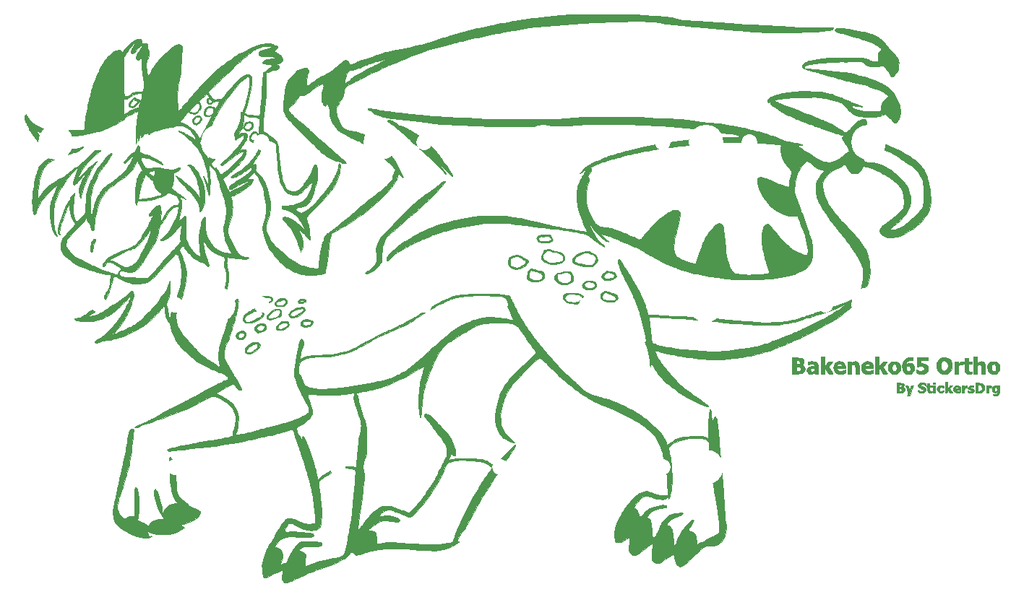
<source format=gto>
G04 #@! TF.GenerationSoftware,KiCad,Pcbnew,(5.1.4)-1*
G04 #@! TF.CreationDate,2022-05-28T20:25:51-07:00*
G04 #@! TF.ProjectId,bakeneko65ortho,62616b65-6e65-46b6-9f36-356f7274686f,rev?*
G04 #@! TF.SameCoordinates,Original*
G04 #@! TF.FileFunction,Legend,Top*
G04 #@! TF.FilePolarity,Positive*
%FSLAX46Y46*%
G04 Gerber Fmt 4.6, Leading zero omitted, Abs format (unit mm)*
G04 Created by KiCad (PCBNEW (5.1.4)-1) date 2022-05-28 20:25:51*
%MOMM*%
%LPD*%
G04 APERTURE LIST*
%ADD10C,0.010000*%
%ADD11C,4.089800*%
%ADD12C,1.852000*%
%ADD13C,3.150000*%
G04 APERTURE END LIST*
D10*
G36*
X13305356Y-36852499D02*
G01*
X13326142Y-36890965D01*
X13377258Y-36961538D01*
X13464863Y-36996651D01*
X13554822Y-37007381D01*
X13681026Y-37027448D01*
X13740951Y-37068983D01*
X13750680Y-37095576D01*
X13736802Y-37217039D01*
X13664439Y-37370271D01*
X13544384Y-37538368D01*
X13387429Y-37704427D01*
X13328750Y-37756427D01*
X13179800Y-37874968D01*
X13062269Y-37941828D01*
X12947962Y-37965447D01*
X12808685Y-37954266D01*
X12721167Y-37938322D01*
X12603471Y-37890946D01*
X12544155Y-37797493D01*
X12530667Y-37674239D01*
X12532037Y-37657235D01*
X12657667Y-37657235D01*
X12694469Y-37763425D01*
X12800135Y-37827333D01*
X12929024Y-37844712D01*
X13010894Y-37829433D01*
X13104711Y-37774692D01*
X13226674Y-37669677D01*
X13303137Y-37595076D01*
X13448678Y-37437508D01*
X13524964Y-37322106D01*
X13532806Y-37243506D01*
X13473015Y-37196344D01*
X13366398Y-37176694D01*
X13258591Y-37158037D01*
X13213661Y-37117525D01*
X13208000Y-37078500D01*
X13186901Y-37014664D01*
X13112750Y-37006972D01*
X13039905Y-37049674D01*
X12945688Y-37147141D01*
X12845232Y-37277745D01*
X12753675Y-37419859D01*
X12686150Y-37551858D01*
X12657794Y-37652113D01*
X12657667Y-37657235D01*
X12532037Y-37657235D01*
X12543287Y-37517717D01*
X12588512Y-37379858D01*
X12677393Y-37239075D01*
X12820977Y-37073782D01*
X12857643Y-37035457D01*
X13018367Y-36884602D01*
X13142539Y-36805064D01*
X13236191Y-36794983D01*
X13305356Y-36852499D01*
X13305356Y-36852499D01*
G37*
X13305356Y-36852499D02*
X13326142Y-36890965D01*
X13377258Y-36961538D01*
X13464863Y-36996651D01*
X13554822Y-37007381D01*
X13681026Y-37027448D01*
X13740951Y-37068983D01*
X13750680Y-37095576D01*
X13736802Y-37217039D01*
X13664439Y-37370271D01*
X13544384Y-37538368D01*
X13387429Y-37704427D01*
X13328750Y-37756427D01*
X13179800Y-37874968D01*
X13062269Y-37941828D01*
X12947962Y-37965447D01*
X12808685Y-37954266D01*
X12721167Y-37938322D01*
X12603471Y-37890946D01*
X12544155Y-37797493D01*
X12530667Y-37674239D01*
X12532037Y-37657235D01*
X12657667Y-37657235D01*
X12694469Y-37763425D01*
X12800135Y-37827333D01*
X12929024Y-37844712D01*
X13010894Y-37829433D01*
X13104711Y-37774692D01*
X13226674Y-37669677D01*
X13303137Y-37595076D01*
X13448678Y-37437508D01*
X13524964Y-37322106D01*
X13532806Y-37243506D01*
X13473015Y-37196344D01*
X13366398Y-37176694D01*
X13258591Y-37158037D01*
X13213661Y-37117525D01*
X13208000Y-37078500D01*
X13186901Y-37014664D01*
X13112750Y-37006972D01*
X13039905Y-37049674D01*
X12945688Y-37147141D01*
X12845232Y-37277745D01*
X12753675Y-37419859D01*
X12686150Y-37551858D01*
X12657794Y-37652113D01*
X12657667Y-37657235D01*
X12532037Y-37657235D01*
X12543287Y-37517717D01*
X12588512Y-37379858D01*
X12677393Y-37239075D01*
X12820977Y-37073782D01*
X12857643Y-37035457D01*
X13018367Y-36884602D01*
X13142539Y-36805064D01*
X13236191Y-36794983D01*
X13305356Y-36852499D01*
G36*
X20806310Y-38941520D02*
G01*
X20928994Y-39042298D01*
X21005007Y-39190494D01*
X21025206Y-39369934D01*
X20995744Y-39522982D01*
X20927978Y-39642720D01*
X20812565Y-39770098D01*
X20672941Y-39885804D01*
X20532542Y-39970523D01*
X20414803Y-40004942D01*
X20410853Y-40005000D01*
X20300546Y-39980487D01*
X20179294Y-39920460D01*
X20164351Y-39910307D01*
X20058719Y-39799872D01*
X19984673Y-39656196D01*
X19976540Y-39616161D01*
X20107669Y-39616161D01*
X20162061Y-39733985D01*
X20202420Y-39769766D01*
X20354959Y-39829997D01*
X20520081Y-39807149D01*
X20661026Y-39728116D01*
X20780938Y-39623848D01*
X20843246Y-39515778D01*
X20865832Y-39368729D01*
X20867358Y-39322266D01*
X20853847Y-39194351D01*
X20796361Y-39117680D01*
X20678699Y-39076600D01*
X20601641Y-39065537D01*
X20470944Y-39066355D01*
X20369976Y-39115338D01*
X20322932Y-39155770D01*
X20191053Y-39312027D01*
X20118316Y-39470499D01*
X20107669Y-39616161D01*
X19976540Y-39616161D01*
X19955207Y-39511162D01*
X19967520Y-39427347D01*
X20063896Y-39258561D01*
X20210504Y-39104797D01*
X20383966Y-38984071D01*
X20560908Y-38914402D01*
X20646094Y-38904333D01*
X20806310Y-38941520D01*
X20806310Y-38941520D01*
G37*
X20806310Y-38941520D02*
X20928994Y-39042298D01*
X21005007Y-39190494D01*
X21025206Y-39369934D01*
X20995744Y-39522982D01*
X20927978Y-39642720D01*
X20812565Y-39770098D01*
X20672941Y-39885804D01*
X20532542Y-39970523D01*
X20414803Y-40004942D01*
X20410853Y-40005000D01*
X20300546Y-39980487D01*
X20179294Y-39920460D01*
X20164351Y-39910307D01*
X20058719Y-39799872D01*
X19984673Y-39656196D01*
X19976540Y-39616161D01*
X20107669Y-39616161D01*
X20162061Y-39733985D01*
X20202420Y-39769766D01*
X20354959Y-39829997D01*
X20520081Y-39807149D01*
X20661026Y-39728116D01*
X20780938Y-39623848D01*
X20843246Y-39515778D01*
X20865832Y-39368729D01*
X20867358Y-39322266D01*
X20853847Y-39194351D01*
X20796361Y-39117680D01*
X20678699Y-39076600D01*
X20601641Y-39065537D01*
X20470944Y-39066355D01*
X20369976Y-39115338D01*
X20322932Y-39155770D01*
X20191053Y-39312027D01*
X20118316Y-39470499D01*
X20107669Y-39616161D01*
X19976540Y-39616161D01*
X19955207Y-39511162D01*
X19967520Y-39427347D01*
X20063896Y-39258561D01*
X20210504Y-39104797D01*
X20383966Y-38984071D01*
X20560908Y-38914402D01*
X20646094Y-38904333D01*
X20806310Y-38941520D01*
G36*
X26800922Y-39655097D02*
G01*
X26951574Y-39722263D01*
X26984969Y-39750821D01*
X27041496Y-39833295D01*
X27067695Y-39950984D01*
X27072167Y-40066896D01*
X27064441Y-40215631D01*
X27033190Y-40316635D01*
X26966306Y-40406072D01*
X26954348Y-40418749D01*
X26847214Y-40509806D01*
X26709471Y-40600127D01*
X26568502Y-40674405D01*
X26451690Y-40717332D01*
X26411363Y-40722277D01*
X26333701Y-40707620D01*
X26220814Y-40674858D01*
X26204392Y-40669360D01*
X26054691Y-40576451D01*
X25973787Y-40464867D01*
X25924541Y-40359662D01*
X25921348Y-40333893D01*
X26085072Y-40333893D01*
X26119031Y-40421752D01*
X26157085Y-40465751D01*
X26283485Y-40537522D01*
X26442271Y-40552280D01*
X26598700Y-40507827D01*
X26785988Y-40378666D01*
X26893689Y-40223533D01*
X26924000Y-40062069D01*
X26904797Y-39922159D01*
X26840041Y-39837242D01*
X26719008Y-39800235D01*
X26533058Y-39803855D01*
X26328568Y-39855510D01*
X26185657Y-39965270D01*
X26104308Y-40133149D01*
X26090423Y-40205292D01*
X26085072Y-40333893D01*
X25921348Y-40333893D01*
X25914008Y-40274671D01*
X25939279Y-40166293D01*
X25951363Y-40128879D01*
X26011850Y-39986335D01*
X26087387Y-39858643D01*
X26106752Y-39833580D01*
X26242508Y-39726742D01*
X26420628Y-39659765D01*
X26615353Y-39635074D01*
X26800922Y-39655097D01*
X26800922Y-39655097D01*
G37*
X26800922Y-39655097D02*
X26951574Y-39722263D01*
X26984969Y-39750821D01*
X27041496Y-39833295D01*
X27067695Y-39950984D01*
X27072167Y-40066896D01*
X27064441Y-40215631D01*
X27033190Y-40316635D01*
X26966306Y-40406072D01*
X26954348Y-40418749D01*
X26847214Y-40509806D01*
X26709471Y-40600127D01*
X26568502Y-40674405D01*
X26451690Y-40717332D01*
X26411363Y-40722277D01*
X26333701Y-40707620D01*
X26220814Y-40674858D01*
X26204392Y-40669360D01*
X26054691Y-40576451D01*
X25973787Y-40464867D01*
X25924541Y-40359662D01*
X25921348Y-40333893D01*
X26085072Y-40333893D01*
X26119031Y-40421752D01*
X26157085Y-40465751D01*
X26283485Y-40537522D01*
X26442271Y-40552280D01*
X26598700Y-40507827D01*
X26785988Y-40378666D01*
X26893689Y-40223533D01*
X26924000Y-40062069D01*
X26904797Y-39922159D01*
X26840041Y-39837242D01*
X26719008Y-39800235D01*
X26533058Y-39803855D01*
X26328568Y-39855510D01*
X26185657Y-39965270D01*
X26104308Y-40133149D01*
X26090423Y-40205292D01*
X26085072Y-40333893D01*
X25921348Y-40333893D01*
X25914008Y-40274671D01*
X25939279Y-40166293D01*
X25951363Y-40128879D01*
X26011850Y-39986335D01*
X26087387Y-39858643D01*
X26106752Y-39833580D01*
X26242508Y-39726742D01*
X26420628Y-39659765D01*
X26615353Y-39635074D01*
X26800922Y-39655097D01*
G36*
X8600715Y-53398964D02*
G01*
X8631746Y-53451735D01*
X8589434Y-53544958D01*
X8569869Y-53572097D01*
X8501150Y-53702287D01*
X8435840Y-53898835D01*
X8379065Y-54143450D01*
X8338377Y-54398333D01*
X8308767Y-54622564D01*
X8283909Y-54775998D01*
X8259133Y-54871979D01*
X8229771Y-54923848D01*
X8191154Y-54944950D01*
X8145803Y-54948666D01*
X8096754Y-54945148D01*
X8066610Y-54923581D01*
X8050853Y-54867450D01*
X8044961Y-54760239D01*
X8044415Y-54585430D01*
X8044436Y-54578250D01*
X8056705Y-54309392D01*
X8096140Y-54078632D01*
X8145034Y-53911500D01*
X8219178Y-53695788D01*
X8276672Y-53548146D01*
X8325968Y-53455779D01*
X8375517Y-53405896D01*
X8433771Y-53385706D01*
X8494629Y-53382333D01*
X8600715Y-53398964D01*
X8600715Y-53398964D01*
G37*
X8600715Y-53398964D02*
X8631746Y-53451735D01*
X8589434Y-53544958D01*
X8569869Y-53572097D01*
X8501150Y-53702287D01*
X8435840Y-53898835D01*
X8379065Y-54143450D01*
X8338377Y-54398333D01*
X8308767Y-54622564D01*
X8283909Y-54775998D01*
X8259133Y-54871979D01*
X8229771Y-54923848D01*
X8191154Y-54944950D01*
X8145803Y-54948666D01*
X8096754Y-54945148D01*
X8066610Y-54923581D01*
X8050853Y-54867450D01*
X8044961Y-54760239D01*
X8044415Y-54585430D01*
X8044436Y-54578250D01*
X8056705Y-54309392D01*
X8096140Y-54078632D01*
X8145034Y-53911500D01*
X8219178Y-53695788D01*
X8276672Y-53548146D01*
X8325968Y-53455779D01*
X8375517Y-53405896D01*
X8433771Y-53385706D01*
X8494629Y-53382333D01*
X8600715Y-53398964D01*
G36*
X96202347Y-28683282D02*
G01*
X96587307Y-28729617D01*
X97023758Y-28802414D01*
X97091500Y-28815258D01*
X97591284Y-28912093D01*
X98017117Y-28996599D01*
X98378392Y-29071344D01*
X98684504Y-29138900D01*
X98944847Y-29201834D01*
X99168816Y-29262718D01*
X99365803Y-29324121D01*
X99545204Y-29388611D01*
X99716412Y-29458760D01*
X99888822Y-29537136D01*
X100071827Y-29626310D01*
X100090370Y-29635569D01*
X100278358Y-29733113D01*
X100438406Y-29826906D01*
X100582039Y-29927469D01*
X100720783Y-30045326D01*
X100866161Y-30190998D01*
X101029699Y-30375009D01*
X101222922Y-30607881D01*
X101409330Y-30839833D01*
X101574064Y-31039186D01*
X101750993Y-31241325D01*
X101919291Y-31423116D01*
X102058132Y-31561422D01*
X102062628Y-31565583D01*
X102218749Y-31721599D01*
X102374597Y-31897144D01*
X102500444Y-32058395D01*
X102517559Y-32083207D01*
X102606664Y-32223629D01*
X102661871Y-32340190D01*
X102694224Y-32466102D01*
X102714768Y-32634580D01*
X102719663Y-32690956D01*
X102718204Y-33109893D01*
X102641138Y-33491824D01*
X102488664Y-33835859D01*
X102449652Y-33899246D01*
X102285588Y-34121371D01*
X102131872Y-34266132D01*
X101991172Y-34332517D01*
X101866153Y-34319515D01*
X101759483Y-34226114D01*
X101726616Y-34173583D01*
X101622525Y-34000132D01*
X101482180Y-33789239D01*
X101324426Y-33567744D01*
X101168109Y-33362492D01*
X101089861Y-33266592D01*
X100988936Y-33155914D01*
X100899060Y-33090734D01*
X100798129Y-33066395D01*
X100664043Y-33078240D01*
X100474698Y-33121614D01*
X100441944Y-33130088D01*
X100137953Y-33177856D01*
X99795008Y-33179541D01*
X99443925Y-33137019D01*
X99115522Y-33052168D01*
X99105514Y-33048698D01*
X98889122Y-32959732D01*
X98719737Y-32854458D01*
X98587747Y-32738345D01*
X98384300Y-32537957D01*
X97364197Y-32588946D01*
X97078644Y-32602479D01*
X96821574Y-32613251D01*
X96604942Y-32620876D01*
X96440699Y-32624968D01*
X96340798Y-32625141D01*
X96315631Y-32622775D01*
X96253815Y-32613334D01*
X96118523Y-32610423D01*
X95920640Y-32613367D01*
X95671050Y-32621490D01*
X95380637Y-32634116D01*
X95060284Y-32650570D01*
X94720876Y-32670175D01*
X94373297Y-32692257D01*
X94028431Y-32716139D01*
X93697161Y-32741145D01*
X93390373Y-32766601D01*
X93118949Y-32791830D01*
X92893775Y-32816157D01*
X92725733Y-32838905D01*
X92667667Y-32849247D01*
X92503838Y-32880437D01*
X92339104Y-32908789D01*
X92307834Y-32913689D01*
X92158791Y-32943809D01*
X91990383Y-32988021D01*
X91939072Y-33003760D01*
X91815796Y-33050309D01*
X91746634Y-33105979D01*
X91703285Y-33199287D01*
X91685072Y-33259705D01*
X91630500Y-33451371D01*
X91514084Y-33359613D01*
X91421528Y-33251694D01*
X91397825Y-33133344D01*
X91408271Y-33054298D01*
X91448676Y-32980626D01*
X91532950Y-32893733D01*
X91651967Y-32793564D01*
X91778666Y-32696982D01*
X91900232Y-32621124D01*
X92032371Y-32560712D01*
X92190786Y-32510469D01*
X92391183Y-32465119D01*
X92649267Y-32419383D01*
X92867634Y-32385080D01*
X93096324Y-32349395D01*
X93309854Y-32314640D01*
X93486680Y-32284416D01*
X93605259Y-32262325D01*
X93619025Y-32259432D01*
X93796139Y-32231017D01*
X94046433Y-32205292D01*
X94358453Y-32182456D01*
X94720749Y-32162710D01*
X95121869Y-32146254D01*
X95550361Y-32133288D01*
X95994775Y-32124013D01*
X96443657Y-32118628D01*
X96885558Y-32117335D01*
X97309025Y-32120332D01*
X97702607Y-32127821D01*
X98054853Y-32140001D01*
X98354310Y-32157073D01*
X98539320Y-32173417D01*
X98759521Y-32200807D01*
X98926643Y-32234277D01*
X99072159Y-32284301D01*
X99227544Y-32361351D01*
X99394125Y-32457847D01*
X99516965Y-32526175D01*
X99610324Y-32568800D01*
X99650668Y-32576735D01*
X99704047Y-32567064D01*
X99818517Y-32557800D01*
X99970513Y-32550789D01*
X99988831Y-32550225D01*
X100298743Y-32541176D01*
X100271142Y-32210225D01*
X100265772Y-31886782D01*
X100309963Y-31629714D01*
X100404694Y-31436054D01*
X100550944Y-31302833D01*
X100575170Y-31289059D01*
X100647196Y-31223348D01*
X100668667Y-31164435D01*
X100632929Y-31076493D01*
X100535643Y-30965157D01*
X100391700Y-30843441D01*
X100215990Y-30724359D01*
X100076000Y-30646459D01*
X99922343Y-30566342D01*
X99785142Y-30490507D01*
X99695000Y-30435941D01*
X99589846Y-30380294D01*
X99415309Y-30306042D01*
X99183486Y-30217583D01*
X98906477Y-30119312D01*
X98596381Y-30015625D01*
X98265298Y-29910918D01*
X98169914Y-29881844D01*
X97967812Y-29821089D01*
X97785461Y-29767207D01*
X97607744Y-29716002D01*
X97419543Y-29663280D01*
X97205740Y-29604847D01*
X96951219Y-29536509D01*
X96640862Y-29454071D01*
X96371834Y-29382968D01*
X96131512Y-29313484D01*
X95893109Y-29233850D01*
X95670322Y-29149838D01*
X95476848Y-29067220D01*
X95326385Y-28991768D01*
X95232633Y-28929256D01*
X95207667Y-28892385D01*
X95236457Y-28828604D01*
X95292092Y-28765718D01*
X95413749Y-28704627D01*
X95609834Y-28670629D01*
X95874611Y-28663566D01*
X96202347Y-28683282D01*
X96202347Y-28683282D01*
G37*
X96202347Y-28683282D02*
X96587307Y-28729617D01*
X97023758Y-28802414D01*
X97091500Y-28815258D01*
X97591284Y-28912093D01*
X98017117Y-28996599D01*
X98378392Y-29071344D01*
X98684504Y-29138900D01*
X98944847Y-29201834D01*
X99168816Y-29262718D01*
X99365803Y-29324121D01*
X99545204Y-29388611D01*
X99716412Y-29458760D01*
X99888822Y-29537136D01*
X100071827Y-29626310D01*
X100090370Y-29635569D01*
X100278358Y-29733113D01*
X100438406Y-29826906D01*
X100582039Y-29927469D01*
X100720783Y-30045326D01*
X100866161Y-30190998D01*
X101029699Y-30375009D01*
X101222922Y-30607881D01*
X101409330Y-30839833D01*
X101574064Y-31039186D01*
X101750993Y-31241325D01*
X101919291Y-31423116D01*
X102058132Y-31561422D01*
X102062628Y-31565583D01*
X102218749Y-31721599D01*
X102374597Y-31897144D01*
X102500444Y-32058395D01*
X102517559Y-32083207D01*
X102606664Y-32223629D01*
X102661871Y-32340190D01*
X102694224Y-32466102D01*
X102714768Y-32634580D01*
X102719663Y-32690956D01*
X102718204Y-33109893D01*
X102641138Y-33491824D01*
X102488664Y-33835859D01*
X102449652Y-33899246D01*
X102285588Y-34121371D01*
X102131872Y-34266132D01*
X101991172Y-34332517D01*
X101866153Y-34319515D01*
X101759483Y-34226114D01*
X101726616Y-34173583D01*
X101622525Y-34000132D01*
X101482180Y-33789239D01*
X101324426Y-33567744D01*
X101168109Y-33362492D01*
X101089861Y-33266592D01*
X100988936Y-33155914D01*
X100899060Y-33090734D01*
X100798129Y-33066395D01*
X100664043Y-33078240D01*
X100474698Y-33121614D01*
X100441944Y-33130088D01*
X100137953Y-33177856D01*
X99795008Y-33179541D01*
X99443925Y-33137019D01*
X99115522Y-33052168D01*
X99105514Y-33048698D01*
X98889122Y-32959732D01*
X98719737Y-32854458D01*
X98587747Y-32738345D01*
X98384300Y-32537957D01*
X97364197Y-32588946D01*
X97078644Y-32602479D01*
X96821574Y-32613251D01*
X96604942Y-32620876D01*
X96440699Y-32624968D01*
X96340798Y-32625141D01*
X96315631Y-32622775D01*
X96253815Y-32613334D01*
X96118523Y-32610423D01*
X95920640Y-32613367D01*
X95671050Y-32621490D01*
X95380637Y-32634116D01*
X95060284Y-32650570D01*
X94720876Y-32670175D01*
X94373297Y-32692257D01*
X94028431Y-32716139D01*
X93697161Y-32741145D01*
X93390373Y-32766601D01*
X93118949Y-32791830D01*
X92893775Y-32816157D01*
X92725733Y-32838905D01*
X92667667Y-32849247D01*
X92503838Y-32880437D01*
X92339104Y-32908789D01*
X92307834Y-32913689D01*
X92158791Y-32943809D01*
X91990383Y-32988021D01*
X91939072Y-33003760D01*
X91815796Y-33050309D01*
X91746634Y-33105979D01*
X91703285Y-33199287D01*
X91685072Y-33259705D01*
X91630500Y-33451371D01*
X91514084Y-33359613D01*
X91421528Y-33251694D01*
X91397825Y-33133344D01*
X91408271Y-33054298D01*
X91448676Y-32980626D01*
X91532950Y-32893733D01*
X91651967Y-32793564D01*
X91778666Y-32696982D01*
X91900232Y-32621124D01*
X92032371Y-32560712D01*
X92190786Y-32510469D01*
X92391183Y-32465119D01*
X92649267Y-32419383D01*
X92867634Y-32385080D01*
X93096324Y-32349395D01*
X93309854Y-32314640D01*
X93486680Y-32284416D01*
X93605259Y-32262325D01*
X93619025Y-32259432D01*
X93796139Y-32231017D01*
X94046433Y-32205292D01*
X94358453Y-32182456D01*
X94720749Y-32162710D01*
X95121869Y-32146254D01*
X95550361Y-32133288D01*
X95994775Y-32124013D01*
X96443657Y-32118628D01*
X96885558Y-32117335D01*
X97309025Y-32120332D01*
X97702607Y-32127821D01*
X98054853Y-32140001D01*
X98354310Y-32157073D01*
X98539320Y-32173417D01*
X98759521Y-32200807D01*
X98926643Y-32234277D01*
X99072159Y-32284301D01*
X99227544Y-32361351D01*
X99394125Y-32457847D01*
X99516965Y-32526175D01*
X99610324Y-32568800D01*
X99650668Y-32576735D01*
X99704047Y-32567064D01*
X99818517Y-32557800D01*
X99970513Y-32550789D01*
X99988831Y-32550225D01*
X100298743Y-32541176D01*
X100271142Y-32210225D01*
X100265772Y-31886782D01*
X100309963Y-31629714D01*
X100404694Y-31436054D01*
X100550944Y-31302833D01*
X100575170Y-31289059D01*
X100647196Y-31223348D01*
X100668667Y-31164435D01*
X100632929Y-31076493D01*
X100535643Y-30965157D01*
X100391700Y-30843441D01*
X100215990Y-30724359D01*
X100076000Y-30646459D01*
X99922343Y-30566342D01*
X99785142Y-30490507D01*
X99695000Y-30435941D01*
X99589846Y-30380294D01*
X99415309Y-30306042D01*
X99183486Y-30217583D01*
X98906477Y-30119312D01*
X98596381Y-30015625D01*
X98265298Y-29910918D01*
X98169914Y-29881844D01*
X97967812Y-29821089D01*
X97785461Y-29767207D01*
X97607744Y-29716002D01*
X97419543Y-29663280D01*
X97205740Y-29604847D01*
X96951219Y-29536509D01*
X96640862Y-29454071D01*
X96371834Y-29382968D01*
X96131512Y-29313484D01*
X95893109Y-29233850D01*
X95670322Y-29149838D01*
X95476848Y-29067220D01*
X95326385Y-28991768D01*
X95232633Y-28929256D01*
X95207667Y-28892385D01*
X95236457Y-28828604D01*
X95292092Y-28765718D01*
X95413749Y-28704627D01*
X95609834Y-28670629D01*
X95874611Y-28663566D01*
X96202347Y-28683282D01*
G36*
X43296394Y-39516088D02*
G01*
X43523123Y-39618036D01*
X43745185Y-39762698D01*
X43878500Y-39876360D01*
X43981855Y-39970874D01*
X44073686Y-40040786D01*
X44175764Y-40097765D01*
X44309856Y-40153480D01*
X44497735Y-40219598D01*
X44554684Y-40238793D01*
X44894319Y-40361499D01*
X45177524Y-40481864D01*
X45393851Y-40595199D01*
X45484992Y-40656193D01*
X45583375Y-40723564D01*
X45728487Y-40814307D01*
X45892712Y-40911279D01*
X45931667Y-40933443D01*
X46246042Y-41128251D01*
X46593820Y-41373702D01*
X46960038Y-41656834D01*
X47329732Y-41964683D01*
X47687942Y-42284286D01*
X48019704Y-42602682D01*
X48310056Y-42906907D01*
X48544035Y-43183998D01*
X48572597Y-43221425D01*
X48663690Y-43342015D01*
X48790962Y-43509608D01*
X48939060Y-43704028D01*
X49092631Y-43905098D01*
X49127834Y-43951106D01*
X49286739Y-44163693D01*
X49448113Y-44388143D01*
X49594422Y-44599552D01*
X49708133Y-44773015D01*
X49720500Y-44792930D01*
X49900203Y-45080960D01*
X50063566Y-45334839D01*
X50202661Y-45542531D01*
X50309561Y-45692004D01*
X50331225Y-45720000D01*
X50390961Y-45815317D01*
X50434749Y-45920066D01*
X50454804Y-46008701D01*
X50443346Y-46055677D01*
X50434173Y-46057913D01*
X50389307Y-46030105D01*
X50299873Y-45956314D01*
X50181676Y-45849921D01*
X50121596Y-45793330D01*
X49821784Y-45506297D01*
X49579265Y-45272471D01*
X49389460Y-45087266D01*
X49247786Y-44946097D01*
X49149662Y-44844378D01*
X49090509Y-44777524D01*
X49065744Y-44740948D01*
X49064334Y-44735000D01*
X49035624Y-44691455D01*
X48959832Y-44606132D01*
X48852461Y-44494277D01*
X48729012Y-44371133D01*
X48604990Y-44251944D01*
X48495897Y-44151954D01*
X48417237Y-44086408D01*
X48387024Y-44069000D01*
X48381955Y-44092879D01*
X48430392Y-44151611D01*
X48443750Y-44164250D01*
X48503522Y-44228591D01*
X48604351Y-44347273D01*
X48735919Y-44507339D01*
X48887906Y-44695830D01*
X49049994Y-44899791D01*
X49211864Y-45106264D01*
X49363197Y-45302292D01*
X49493675Y-45474918D01*
X49566154Y-45573617D01*
X49653965Y-45706693D01*
X49687112Y-45782744D01*
X49671432Y-45803973D01*
X49612761Y-45772583D01*
X49516938Y-45690777D01*
X49389799Y-45560759D01*
X49317540Y-45479776D01*
X49052411Y-45185294D01*
X48736070Y-44851746D01*
X48383008Y-44493471D01*
X48007712Y-44124807D01*
X47624671Y-43760091D01*
X47248374Y-43413663D01*
X47057196Y-43242878D01*
X46887783Y-43089625D01*
X46715399Y-42927547D01*
X46567199Y-42782405D01*
X46512741Y-42726435D01*
X46360907Y-42577767D01*
X46185730Y-42422448D01*
X46064546Y-42324661D01*
X45959553Y-42239119D01*
X45807353Y-42107208D01*
X45621736Y-41941275D01*
X45416493Y-41753667D01*
X45205415Y-41556733D01*
X45178458Y-41531273D01*
X44971586Y-41337770D01*
X44772491Y-41155515D01*
X44593929Y-40995884D01*
X44448656Y-40870254D01*
X44349426Y-40790001D01*
X44337900Y-40781580D01*
X44216814Y-40687667D01*
X44063064Y-40557520D01*
X43904050Y-40414581D01*
X43854587Y-40368120D01*
X43513257Y-40066813D01*
X43196941Y-39837459D01*
X42978917Y-39712873D01*
X42854124Y-39633027D01*
X42804654Y-39560745D01*
X42832494Y-39502504D01*
X42905112Y-39471980D01*
X43084041Y-39464766D01*
X43296394Y-39516088D01*
X43296394Y-39516088D01*
G37*
X43296394Y-39516088D02*
X43523123Y-39618036D01*
X43745185Y-39762698D01*
X43878500Y-39876360D01*
X43981855Y-39970874D01*
X44073686Y-40040786D01*
X44175764Y-40097765D01*
X44309856Y-40153480D01*
X44497735Y-40219598D01*
X44554684Y-40238793D01*
X44894319Y-40361499D01*
X45177524Y-40481864D01*
X45393851Y-40595199D01*
X45484992Y-40656193D01*
X45583375Y-40723564D01*
X45728487Y-40814307D01*
X45892712Y-40911279D01*
X45931667Y-40933443D01*
X46246042Y-41128251D01*
X46593820Y-41373702D01*
X46960038Y-41656834D01*
X47329732Y-41964683D01*
X47687942Y-42284286D01*
X48019704Y-42602682D01*
X48310056Y-42906907D01*
X48544035Y-43183998D01*
X48572597Y-43221425D01*
X48663690Y-43342015D01*
X48790962Y-43509608D01*
X48939060Y-43704028D01*
X49092631Y-43905098D01*
X49127834Y-43951106D01*
X49286739Y-44163693D01*
X49448113Y-44388143D01*
X49594422Y-44599552D01*
X49708133Y-44773015D01*
X49720500Y-44792930D01*
X49900203Y-45080960D01*
X50063566Y-45334839D01*
X50202661Y-45542531D01*
X50309561Y-45692004D01*
X50331225Y-45720000D01*
X50390961Y-45815317D01*
X50434749Y-45920066D01*
X50454804Y-46008701D01*
X50443346Y-46055677D01*
X50434173Y-46057913D01*
X50389307Y-46030105D01*
X50299873Y-45956314D01*
X50181676Y-45849921D01*
X50121596Y-45793330D01*
X49821784Y-45506297D01*
X49579265Y-45272471D01*
X49389460Y-45087266D01*
X49247786Y-44946097D01*
X49149662Y-44844378D01*
X49090509Y-44777524D01*
X49065744Y-44740948D01*
X49064334Y-44735000D01*
X49035624Y-44691455D01*
X48959832Y-44606132D01*
X48852461Y-44494277D01*
X48729012Y-44371133D01*
X48604990Y-44251944D01*
X48495897Y-44151954D01*
X48417237Y-44086408D01*
X48387024Y-44069000D01*
X48381955Y-44092879D01*
X48430392Y-44151611D01*
X48443750Y-44164250D01*
X48503522Y-44228591D01*
X48604351Y-44347273D01*
X48735919Y-44507339D01*
X48887906Y-44695830D01*
X49049994Y-44899791D01*
X49211864Y-45106264D01*
X49363197Y-45302292D01*
X49493675Y-45474918D01*
X49566154Y-45573617D01*
X49653965Y-45706693D01*
X49687112Y-45782744D01*
X49671432Y-45803973D01*
X49612761Y-45772583D01*
X49516938Y-45690777D01*
X49389799Y-45560759D01*
X49317540Y-45479776D01*
X49052411Y-45185294D01*
X48736070Y-44851746D01*
X48383008Y-44493471D01*
X48007712Y-44124807D01*
X47624671Y-43760091D01*
X47248374Y-43413663D01*
X47057196Y-43242878D01*
X46887783Y-43089625D01*
X46715399Y-42927547D01*
X46567199Y-42782405D01*
X46512741Y-42726435D01*
X46360907Y-42577767D01*
X46185730Y-42422448D01*
X46064546Y-42324661D01*
X45959553Y-42239119D01*
X45807353Y-42107208D01*
X45621736Y-41941275D01*
X45416493Y-41753667D01*
X45205415Y-41556733D01*
X45178458Y-41531273D01*
X44971586Y-41337770D01*
X44772491Y-41155515D01*
X44593929Y-40995884D01*
X44448656Y-40870254D01*
X44349426Y-40790001D01*
X44337900Y-40781580D01*
X44216814Y-40687667D01*
X44063064Y-40557520D01*
X43904050Y-40414581D01*
X43854587Y-40368120D01*
X43513257Y-40066813D01*
X43196941Y-39837459D01*
X42978917Y-39712873D01*
X42854124Y-39633027D01*
X42804654Y-39560745D01*
X42832494Y-39502504D01*
X42905112Y-39471980D01*
X43084041Y-39464766D01*
X43296394Y-39516088D01*
G36*
X19693437Y-44697721D02*
G01*
X19896318Y-44781345D01*
X20104889Y-44938279D01*
X20314692Y-45163481D01*
X20521270Y-45451907D01*
X20720161Y-45798516D01*
X20906909Y-46198263D01*
X20970617Y-46355000D01*
X21102332Y-46700198D01*
X21202801Y-46989785D01*
X21276318Y-47244996D01*
X21327176Y-47487066D01*
X21359671Y-47737230D01*
X21378096Y-48016723D01*
X21386746Y-48346779D01*
X21387640Y-48417122D01*
X21396573Y-49212500D01*
X21238643Y-49570688D01*
X21140387Y-49772077D01*
X21037874Y-49945729D01*
X20941053Y-50077367D01*
X20859875Y-50152713D01*
X20824486Y-50165000D01*
X20807435Y-50126036D01*
X20788164Y-50022259D01*
X20770039Y-49873334D01*
X20764722Y-49815750D01*
X20689405Y-49399720D01*
X20535067Y-49007653D01*
X20319521Y-48660291D01*
X20201783Y-48510116D01*
X20037993Y-48315058D01*
X19841748Y-48090318D01*
X19626649Y-47851096D01*
X19406293Y-47612595D01*
X19194280Y-47390015D01*
X19071221Y-47264912D01*
X18848812Y-47036468D01*
X18639736Y-46810727D01*
X18450698Y-46596016D01*
X18288401Y-46400662D01*
X18159550Y-46232992D01*
X18070847Y-46101331D01*
X18028998Y-46014007D01*
X18036905Y-45980216D01*
X18098799Y-45996544D01*
X18214615Y-46062269D01*
X18375161Y-46170352D01*
X18571241Y-46313755D01*
X18793663Y-46485441D01*
X19033231Y-46678373D01*
X19280753Y-46885513D01*
X19527033Y-47099823D01*
X19681362Y-47238966D01*
X19835099Y-47380483D01*
X19967093Y-47503421D01*
X20064173Y-47595411D01*
X20113170Y-47644084D01*
X20114979Y-47646166D01*
X20259060Y-47826150D01*
X20426313Y-48044715D01*
X20592594Y-48270228D01*
X20614494Y-48300654D01*
X20712477Y-48431947D01*
X20775064Y-48499874D01*
X20811899Y-48512762D01*
X20830114Y-48486807D01*
X20846140Y-48374391D01*
X20843392Y-48198471D01*
X20824014Y-47977584D01*
X20790148Y-47730265D01*
X20743938Y-47475054D01*
X20687527Y-47230487D01*
X20682779Y-47212467D01*
X20588089Y-46860694D01*
X20508218Y-46576995D01*
X20437638Y-46347260D01*
X20370818Y-46157379D01*
X20302230Y-45993241D01*
X20226343Y-45840736D01*
X20137627Y-45685754D01*
X20030554Y-45514184D01*
X19996475Y-45461163D01*
X19849695Y-45242843D01*
X19715492Y-45060575D01*
X19603734Y-44927062D01*
X19526774Y-44856583D01*
X19424808Y-44782870D01*
X19397059Y-44736272D01*
X19441869Y-44706341D01*
X19500706Y-44692452D01*
X19693437Y-44697721D01*
X19693437Y-44697721D01*
G37*
X19693437Y-44697721D02*
X19896318Y-44781345D01*
X20104889Y-44938279D01*
X20314692Y-45163481D01*
X20521270Y-45451907D01*
X20720161Y-45798516D01*
X20906909Y-46198263D01*
X20970617Y-46355000D01*
X21102332Y-46700198D01*
X21202801Y-46989785D01*
X21276318Y-47244996D01*
X21327176Y-47487066D01*
X21359671Y-47737230D01*
X21378096Y-48016723D01*
X21386746Y-48346779D01*
X21387640Y-48417122D01*
X21396573Y-49212500D01*
X21238643Y-49570688D01*
X21140387Y-49772077D01*
X21037874Y-49945729D01*
X20941053Y-50077367D01*
X20859875Y-50152713D01*
X20824486Y-50165000D01*
X20807435Y-50126036D01*
X20788164Y-50022259D01*
X20770039Y-49873334D01*
X20764722Y-49815750D01*
X20689405Y-49399720D01*
X20535067Y-49007653D01*
X20319521Y-48660291D01*
X20201783Y-48510116D01*
X20037993Y-48315058D01*
X19841748Y-48090318D01*
X19626649Y-47851096D01*
X19406293Y-47612595D01*
X19194280Y-47390015D01*
X19071221Y-47264912D01*
X18848812Y-47036468D01*
X18639736Y-46810727D01*
X18450698Y-46596016D01*
X18288401Y-46400662D01*
X18159550Y-46232992D01*
X18070847Y-46101331D01*
X18028998Y-46014007D01*
X18036905Y-45980216D01*
X18098799Y-45996544D01*
X18214615Y-46062269D01*
X18375161Y-46170352D01*
X18571241Y-46313755D01*
X18793663Y-46485441D01*
X19033231Y-46678373D01*
X19280753Y-46885513D01*
X19527033Y-47099823D01*
X19681362Y-47238966D01*
X19835099Y-47380483D01*
X19967093Y-47503421D01*
X20064173Y-47595411D01*
X20113170Y-47644084D01*
X20114979Y-47646166D01*
X20259060Y-47826150D01*
X20426313Y-48044715D01*
X20592594Y-48270228D01*
X20614494Y-48300654D01*
X20712477Y-48431947D01*
X20775064Y-48499874D01*
X20811899Y-48512762D01*
X20830114Y-48486807D01*
X20846140Y-48374391D01*
X20843392Y-48198471D01*
X20824014Y-47977584D01*
X20790148Y-47730265D01*
X20743938Y-47475054D01*
X20687527Y-47230487D01*
X20682779Y-47212467D01*
X20588089Y-46860694D01*
X20508218Y-46576995D01*
X20437638Y-46347260D01*
X20370818Y-46157379D01*
X20302230Y-45993241D01*
X20226343Y-45840736D01*
X20137627Y-45685754D01*
X20030554Y-45514184D01*
X19996475Y-45461163D01*
X19849695Y-45242843D01*
X19715492Y-45060575D01*
X19603734Y-44927062D01*
X19526774Y-44856583D01*
X19424808Y-44782870D01*
X19397059Y-44736272D01*
X19441869Y-44706341D01*
X19500706Y-44692452D01*
X19693437Y-44697721D01*
G36*
X61964522Y-53074953D02*
G01*
X62054124Y-53205523D01*
X62127958Y-53338115D01*
X62143601Y-53373407D01*
X62175650Y-53473926D01*
X62161913Y-53542783D01*
X62101443Y-53616823D01*
X62020420Y-53688235D01*
X61955965Y-53720802D01*
X61952638Y-53721000D01*
X61884231Y-53750502D01*
X61852252Y-53780581D01*
X61787345Y-53808124D01*
X61658359Y-53827757D01*
X61485516Y-53839428D01*
X61289037Y-53843084D01*
X61089146Y-53838673D01*
X60906064Y-53826143D01*
X60760012Y-53805441D01*
X60684834Y-53783599D01*
X60570645Y-53717034D01*
X60446915Y-53623100D01*
X60420250Y-53599359D01*
X60319832Y-53470038D01*
X60310716Y-53438736D01*
X60502870Y-53438736D01*
X60574996Y-53562787D01*
X60609999Y-53594170D01*
X60665855Y-53632801D01*
X60727935Y-53657925D01*
X60813866Y-53671720D01*
X60941276Y-53676363D01*
X61127794Y-53674034D01*
X61234416Y-53671326D01*
X61520512Y-53657637D01*
X61726478Y-53634043D01*
X61856323Y-53600054D01*
X61870167Y-53593687D01*
X61981120Y-53504256D01*
X62012829Y-53394368D01*
X61964677Y-53274966D01*
X61892352Y-53199186D01*
X61702686Y-53089674D01*
X61478775Y-53053914D01*
X61237173Y-53085518D01*
X61080284Y-53114420D01*
X60975305Y-53109629D01*
X60927535Y-53091281D01*
X60808832Y-53065016D01*
X60680263Y-53113892D01*
X60589584Y-53184354D01*
X60507399Y-53305906D01*
X60502870Y-53438736D01*
X60310716Y-53438736D01*
X60281105Y-53337069D01*
X60306832Y-53220328D01*
X60359538Y-53162483D01*
X60433846Y-53087357D01*
X60461733Y-53039102D01*
X60489368Y-52998647D01*
X60545358Y-52968635D01*
X60640906Y-52947452D01*
X60787221Y-52933484D01*
X60995508Y-52925119D01*
X61276974Y-52920741D01*
X61284159Y-52920677D01*
X61841152Y-52915740D01*
X61964522Y-53074953D01*
X61964522Y-53074953D01*
G37*
X61964522Y-53074953D02*
X62054124Y-53205523D01*
X62127958Y-53338115D01*
X62143601Y-53373407D01*
X62175650Y-53473926D01*
X62161913Y-53542783D01*
X62101443Y-53616823D01*
X62020420Y-53688235D01*
X61955965Y-53720802D01*
X61952638Y-53721000D01*
X61884231Y-53750502D01*
X61852252Y-53780581D01*
X61787345Y-53808124D01*
X61658359Y-53827757D01*
X61485516Y-53839428D01*
X61289037Y-53843084D01*
X61089146Y-53838673D01*
X60906064Y-53826143D01*
X60760012Y-53805441D01*
X60684834Y-53783599D01*
X60570645Y-53717034D01*
X60446915Y-53623100D01*
X60420250Y-53599359D01*
X60319832Y-53470038D01*
X60310716Y-53438736D01*
X60502870Y-53438736D01*
X60574996Y-53562787D01*
X60609999Y-53594170D01*
X60665855Y-53632801D01*
X60727935Y-53657925D01*
X60813866Y-53671720D01*
X60941276Y-53676363D01*
X61127794Y-53674034D01*
X61234416Y-53671326D01*
X61520512Y-53657637D01*
X61726478Y-53634043D01*
X61856323Y-53600054D01*
X61870167Y-53593687D01*
X61981120Y-53504256D01*
X62012829Y-53394368D01*
X61964677Y-53274966D01*
X61892352Y-53199186D01*
X61702686Y-53089674D01*
X61478775Y-53053914D01*
X61237173Y-53085518D01*
X61080284Y-53114420D01*
X60975305Y-53109629D01*
X60927535Y-53091281D01*
X60808832Y-53065016D01*
X60680263Y-53113892D01*
X60589584Y-53184354D01*
X60507399Y-53305906D01*
X60502870Y-53438736D01*
X60310716Y-53438736D01*
X60281105Y-53337069D01*
X60306832Y-53220328D01*
X60359538Y-53162483D01*
X60433846Y-53087357D01*
X60461733Y-53039102D01*
X60489368Y-52998647D01*
X60545358Y-52968635D01*
X60640906Y-52947452D01*
X60787221Y-52933484D01*
X60995508Y-52925119D01*
X61276974Y-52920741D01*
X61284159Y-52920677D01*
X61841152Y-52915740D01*
X61964522Y-53074953D01*
G36*
X61868382Y-54591816D02*
G01*
X61980874Y-54646021D01*
X62108704Y-54734650D01*
X62236821Y-54794402D01*
X62393555Y-54835356D01*
X62601756Y-54866909D01*
X62852190Y-54900429D01*
X63034753Y-54933087D01*
X63165891Y-54971690D01*
X63262052Y-55023049D01*
X63339682Y-55093972D01*
X63415230Y-55191266D01*
X63427546Y-55208766D01*
X63540205Y-55413360D01*
X63580398Y-55611859D01*
X63566457Y-55773291D01*
X63490469Y-55956266D01*
X63339866Y-56106336D01*
X63118801Y-56221646D01*
X62831429Y-56300340D01*
X62481901Y-56340562D01*
X62285408Y-56345666D01*
X62105098Y-56343717D01*
X61958748Y-56338467D01*
X61865492Y-56330810D01*
X61842412Y-56324967D01*
X61789522Y-56305727D01*
X61697773Y-56290056D01*
X61501715Y-56238586D01*
X61301564Y-56137635D01*
X61118444Y-56003072D01*
X60973481Y-55850764D01*
X60887800Y-55696582D01*
X60882154Y-55677370D01*
X60861007Y-55472984D01*
X61044667Y-55472984D01*
X61057452Y-55633658D01*
X61104163Y-55759187D01*
X61197333Y-55864804D01*
X61349494Y-55965744D01*
X61522174Y-56053392D01*
X61633234Y-56104339D01*
X61725629Y-56138524D01*
X61819696Y-56158627D01*
X61935771Y-56167325D01*
X62094190Y-56167299D01*
X62315289Y-56161227D01*
X62335834Y-56160575D01*
X62660162Y-56143405D01*
X62906153Y-56114700D01*
X63079434Y-56073790D01*
X63088526Y-56070616D01*
X63225781Y-56009215D01*
X63308196Y-55933600D01*
X63353110Y-55849249D01*
X63408371Y-55631565D01*
X63383007Y-55438919D01*
X63277812Y-55273782D01*
X63131131Y-55159790D01*
X62968891Y-55084135D01*
X62763572Y-55016349D01*
X62555297Y-54967874D01*
X62396049Y-54950174D01*
X62300170Y-54933630D01*
X62159738Y-54892071D01*
X62026473Y-54842833D01*
X61832356Y-54770663D01*
X61688443Y-54742273D01*
X61569779Y-54762465D01*
X61451406Y-54836043D01*
X61308367Y-54967812D01*
X61291894Y-54984226D01*
X61170458Y-55108082D01*
X61097174Y-55196542D01*
X61059885Y-55273640D01*
X61046435Y-55363407D01*
X61044667Y-55472984D01*
X60861007Y-55472984D01*
X60858964Y-55453240D01*
X60910348Y-55257757D01*
X60972440Y-55162984D01*
X61045161Y-55057295D01*
X61084639Y-54962435D01*
X61087000Y-54942635D01*
X61117069Y-54798958D01*
X61205308Y-54715670D01*
X61316139Y-54694666D01*
X61429454Y-54676691D01*
X61508545Y-54633232D01*
X61510334Y-54631166D01*
X61598395Y-54582496D01*
X61728965Y-54569733D01*
X61868382Y-54591816D01*
X61868382Y-54591816D01*
G37*
X61868382Y-54591816D02*
X61980874Y-54646021D01*
X62108704Y-54734650D01*
X62236821Y-54794402D01*
X62393555Y-54835356D01*
X62601756Y-54866909D01*
X62852190Y-54900429D01*
X63034753Y-54933087D01*
X63165891Y-54971690D01*
X63262052Y-55023049D01*
X63339682Y-55093972D01*
X63415230Y-55191266D01*
X63427546Y-55208766D01*
X63540205Y-55413360D01*
X63580398Y-55611859D01*
X63566457Y-55773291D01*
X63490469Y-55956266D01*
X63339866Y-56106336D01*
X63118801Y-56221646D01*
X62831429Y-56300340D01*
X62481901Y-56340562D01*
X62285408Y-56345666D01*
X62105098Y-56343717D01*
X61958748Y-56338467D01*
X61865492Y-56330810D01*
X61842412Y-56324967D01*
X61789522Y-56305727D01*
X61697773Y-56290056D01*
X61501715Y-56238586D01*
X61301564Y-56137635D01*
X61118444Y-56003072D01*
X60973481Y-55850764D01*
X60887800Y-55696582D01*
X60882154Y-55677370D01*
X60861007Y-55472984D01*
X61044667Y-55472984D01*
X61057452Y-55633658D01*
X61104163Y-55759187D01*
X61197333Y-55864804D01*
X61349494Y-55965744D01*
X61522174Y-56053392D01*
X61633234Y-56104339D01*
X61725629Y-56138524D01*
X61819696Y-56158627D01*
X61935771Y-56167325D01*
X62094190Y-56167299D01*
X62315289Y-56161227D01*
X62335834Y-56160575D01*
X62660162Y-56143405D01*
X62906153Y-56114700D01*
X63079434Y-56073790D01*
X63088526Y-56070616D01*
X63225781Y-56009215D01*
X63308196Y-55933600D01*
X63353110Y-55849249D01*
X63408371Y-55631565D01*
X63383007Y-55438919D01*
X63277812Y-55273782D01*
X63131131Y-55159790D01*
X62968891Y-55084135D01*
X62763572Y-55016349D01*
X62555297Y-54967874D01*
X62396049Y-54950174D01*
X62300170Y-54933630D01*
X62159738Y-54892071D01*
X62026473Y-54842833D01*
X61832356Y-54770663D01*
X61688443Y-54742273D01*
X61569779Y-54762465D01*
X61451406Y-54836043D01*
X61308367Y-54967812D01*
X61291894Y-54984226D01*
X61170458Y-55108082D01*
X61097174Y-55196542D01*
X61059885Y-55273640D01*
X61046435Y-55363407D01*
X61044667Y-55472984D01*
X60861007Y-55472984D01*
X60858964Y-55453240D01*
X60910348Y-55257757D01*
X60972440Y-55162984D01*
X61045161Y-55057295D01*
X61084639Y-54962435D01*
X61087000Y-54942635D01*
X61117069Y-54798958D01*
X61205308Y-54715670D01*
X61316139Y-54694666D01*
X61429454Y-54676691D01*
X61508545Y-54633232D01*
X61510334Y-54631166D01*
X61598395Y-54582496D01*
X61728965Y-54569733D01*
X61868382Y-54591816D01*
G36*
X66407677Y-54875523D02*
G01*
X66624981Y-54951704D01*
X66706750Y-54988117D01*
X66849933Y-55058418D01*
X66957461Y-55118566D01*
X67010902Y-55158014D01*
X67013667Y-55163747D01*
X67048190Y-55202553D01*
X67089251Y-55220950D01*
X67157397Y-55266961D01*
X67248028Y-55357987D01*
X67300918Y-55421999D01*
X67411486Y-55625614D01*
X67437997Y-55839309D01*
X67395121Y-56026972D01*
X67332932Y-56130407D01*
X67224080Y-56260704D01*
X67090915Y-56395675D01*
X66955788Y-56513135D01*
X66841047Y-56590898D01*
X66815130Y-56602722D01*
X66714502Y-56622211D01*
X66555426Y-56633060D01*
X66363653Y-56635489D01*
X66164938Y-56629719D01*
X65985033Y-56615972D01*
X65849691Y-56594470D01*
X65849500Y-56594423D01*
X65479145Y-56503071D01*
X65183134Y-56425963D01*
X64952982Y-56359803D01*
X64780205Y-56301290D01*
X64656316Y-56247127D01*
X64572832Y-56194015D01*
X64521267Y-56138655D01*
X64493137Y-56077750D01*
X64489889Y-56065871D01*
X64476773Y-55898665D01*
X64730096Y-55898665D01*
X64763030Y-56032472D01*
X64780584Y-56060034D01*
X64866678Y-56123163D01*
X65022821Y-56189323D01*
X65234629Y-56255256D01*
X65487717Y-56317706D01*
X65767702Y-56373418D01*
X66060198Y-56419135D01*
X66350822Y-56451601D01*
X66573490Y-56465891D01*
X66773464Y-56436730D01*
X66888163Y-56377416D01*
X66991159Y-56284862D01*
X67099306Y-56153077D01*
X67152731Y-56071645D01*
X67241567Y-55872172D01*
X67258052Y-55693033D01*
X67199494Y-55528717D01*
X67063201Y-55373710D01*
X66846480Y-55222500D01*
X66698874Y-55142411D01*
X66538547Y-55077854D01*
X66354394Y-55028737D01*
X66169634Y-54998361D01*
X66007484Y-54990030D01*
X65891162Y-55007047D01*
X65860756Y-55023190D01*
X65785682Y-55063032D01*
X65671635Y-55103640D01*
X65653435Y-55108800D01*
X65514086Y-55161423D01*
X65341776Y-55247067D01*
X65160382Y-55351435D01*
X64993782Y-55460228D01*
X64865854Y-55559148D01*
X64815300Y-55610677D01*
X64748450Y-55746014D01*
X64730096Y-55898665D01*
X64476773Y-55898665D01*
X64476318Y-55892871D01*
X64528224Y-55721081D01*
X64650744Y-55538246D01*
X64762155Y-55416255D01*
X64881445Y-55301624D01*
X64990421Y-55215985D01*
X65112974Y-55145103D01*
X65273000Y-55074743D01*
X65447334Y-55008050D01*
X65742942Y-54908668D01*
X65987585Y-54853674D01*
X66202187Y-54842736D01*
X66407677Y-54875523D01*
X66407677Y-54875523D01*
G37*
X66407677Y-54875523D02*
X66624981Y-54951704D01*
X66706750Y-54988117D01*
X66849933Y-55058418D01*
X66957461Y-55118566D01*
X67010902Y-55158014D01*
X67013667Y-55163747D01*
X67048190Y-55202553D01*
X67089251Y-55220950D01*
X67157397Y-55266961D01*
X67248028Y-55357987D01*
X67300918Y-55421999D01*
X67411486Y-55625614D01*
X67437997Y-55839309D01*
X67395121Y-56026972D01*
X67332932Y-56130407D01*
X67224080Y-56260704D01*
X67090915Y-56395675D01*
X66955788Y-56513135D01*
X66841047Y-56590898D01*
X66815130Y-56602722D01*
X66714502Y-56622211D01*
X66555426Y-56633060D01*
X66363653Y-56635489D01*
X66164938Y-56629719D01*
X65985033Y-56615972D01*
X65849691Y-56594470D01*
X65849500Y-56594423D01*
X65479145Y-56503071D01*
X65183134Y-56425963D01*
X64952982Y-56359803D01*
X64780205Y-56301290D01*
X64656316Y-56247127D01*
X64572832Y-56194015D01*
X64521267Y-56138655D01*
X64493137Y-56077750D01*
X64489889Y-56065871D01*
X64476773Y-55898665D01*
X64730096Y-55898665D01*
X64763030Y-56032472D01*
X64780584Y-56060034D01*
X64866678Y-56123163D01*
X65022821Y-56189323D01*
X65234629Y-56255256D01*
X65487717Y-56317706D01*
X65767702Y-56373418D01*
X66060198Y-56419135D01*
X66350822Y-56451601D01*
X66573490Y-56465891D01*
X66773464Y-56436730D01*
X66888163Y-56377416D01*
X66991159Y-56284862D01*
X67099306Y-56153077D01*
X67152731Y-56071645D01*
X67241567Y-55872172D01*
X67258052Y-55693033D01*
X67199494Y-55528717D01*
X67063201Y-55373710D01*
X66846480Y-55222500D01*
X66698874Y-55142411D01*
X66538547Y-55077854D01*
X66354394Y-55028737D01*
X66169634Y-54998361D01*
X66007484Y-54990030D01*
X65891162Y-55007047D01*
X65860756Y-55023190D01*
X65785682Y-55063032D01*
X65671635Y-55103640D01*
X65653435Y-55108800D01*
X65514086Y-55161423D01*
X65341776Y-55247067D01*
X65160382Y-55351435D01*
X64993782Y-55460228D01*
X64865854Y-55559148D01*
X64815300Y-55610677D01*
X64748450Y-55746014D01*
X64730096Y-55898665D01*
X64476773Y-55898665D01*
X64476318Y-55892871D01*
X64528224Y-55721081D01*
X64650744Y-55538246D01*
X64762155Y-55416255D01*
X64881445Y-55301624D01*
X64990421Y-55215985D01*
X65112974Y-55145103D01*
X65273000Y-55074743D01*
X65447334Y-55008050D01*
X65742942Y-54908668D01*
X65987585Y-54853674D01*
X66202187Y-54842736D01*
X66407677Y-54875523D01*
G36*
X58271058Y-55335333D02*
G01*
X58544361Y-55449861D01*
X58592089Y-55478553D01*
X58765578Y-55583416D01*
X58959414Y-55694392D01*
X59065584Y-55752261D01*
X59220765Y-55848444D01*
X59298161Y-55939940D01*
X59302272Y-56042001D01*
X59237596Y-56169882D01*
X59203167Y-56218666D01*
X59136881Y-56319529D01*
X59100024Y-56397004D01*
X59097334Y-56411765D01*
X59060077Y-56469983D01*
X58956530Y-56551516D01*
X58799022Y-56648264D01*
X58599885Y-56752127D01*
X58525834Y-56787185D01*
X58197049Y-56896665D01*
X57867740Y-56923055D01*
X57543566Y-56865954D01*
X57519585Y-56858284D01*
X57320473Y-56785813D01*
X57187097Y-56715480D01*
X57102242Y-56632463D01*
X57048693Y-56521939D01*
X57023113Y-56430804D01*
X56996697Y-56285184D01*
X56987684Y-56157340D01*
X56991344Y-56111179D01*
X56992285Y-56079427D01*
X57176954Y-56079427D01*
X57180689Y-56281719D01*
X57202983Y-56420524D01*
X57254632Y-56516664D01*
X57346432Y-56590962D01*
X57477271Y-56658694D01*
X57735191Y-56744130D01*
X57996879Y-56756579D01*
X58274066Y-56695114D01*
X58550450Y-56573751D01*
X58767475Y-56445953D01*
X58910726Y-56326076D01*
X58989230Y-56204375D01*
X59012057Y-56075374D01*
X59005140Y-56014873D01*
X58978115Y-55959241D01*
X58920665Y-55900443D01*
X58822470Y-55830442D01*
X58673212Y-55741204D01*
X58462570Y-55624691D01*
X58367054Y-55573083D01*
X58116009Y-55478563D01*
X57860182Y-55455316D01*
X57616767Y-55501463D01*
X57402958Y-55615124D01*
X57321340Y-55687430D01*
X57238339Y-55782729D01*
X57195342Y-55870851D01*
X57179187Y-55987523D01*
X57176954Y-56079427D01*
X56992285Y-56079427D01*
X56993653Y-56033314D01*
X56973990Y-56007000D01*
X56954642Y-55973241D01*
X56968220Y-55887176D01*
X57008594Y-55771619D01*
X57069635Y-55649385D01*
X57070415Y-55648060D01*
X57175824Y-55518346D01*
X57326083Y-55422753D01*
X57537323Y-55352319D01*
X57645458Y-55328602D01*
X57975393Y-55295542D01*
X58271058Y-55335333D01*
X58271058Y-55335333D01*
G37*
X58271058Y-55335333D02*
X58544361Y-55449861D01*
X58592089Y-55478553D01*
X58765578Y-55583416D01*
X58959414Y-55694392D01*
X59065584Y-55752261D01*
X59220765Y-55848444D01*
X59298161Y-55939940D01*
X59302272Y-56042001D01*
X59237596Y-56169882D01*
X59203167Y-56218666D01*
X59136881Y-56319529D01*
X59100024Y-56397004D01*
X59097334Y-56411765D01*
X59060077Y-56469983D01*
X58956530Y-56551516D01*
X58799022Y-56648264D01*
X58599885Y-56752127D01*
X58525834Y-56787185D01*
X58197049Y-56896665D01*
X57867740Y-56923055D01*
X57543566Y-56865954D01*
X57519585Y-56858284D01*
X57320473Y-56785813D01*
X57187097Y-56715480D01*
X57102242Y-56632463D01*
X57048693Y-56521939D01*
X57023113Y-56430804D01*
X56996697Y-56285184D01*
X56987684Y-56157340D01*
X56991344Y-56111179D01*
X56992285Y-56079427D01*
X57176954Y-56079427D01*
X57180689Y-56281719D01*
X57202983Y-56420524D01*
X57254632Y-56516664D01*
X57346432Y-56590962D01*
X57477271Y-56658694D01*
X57735191Y-56744130D01*
X57996879Y-56756579D01*
X58274066Y-56695114D01*
X58550450Y-56573751D01*
X58767475Y-56445953D01*
X58910726Y-56326076D01*
X58989230Y-56204375D01*
X59012057Y-56075374D01*
X59005140Y-56014873D01*
X58978115Y-55959241D01*
X58920665Y-55900443D01*
X58822470Y-55830442D01*
X58673212Y-55741204D01*
X58462570Y-55624691D01*
X58367054Y-55573083D01*
X58116009Y-55478563D01*
X57860182Y-55455316D01*
X57616767Y-55501463D01*
X57402958Y-55615124D01*
X57321340Y-55687430D01*
X57238339Y-55782729D01*
X57195342Y-55870851D01*
X57179187Y-55987523D01*
X57176954Y-56079427D01*
X56992285Y-56079427D01*
X56993653Y-56033314D01*
X56973990Y-56007000D01*
X56954642Y-55973241D01*
X56968220Y-55887176D01*
X57008594Y-55771619D01*
X57069635Y-55649385D01*
X57070415Y-55648060D01*
X57175824Y-55518346D01*
X57326083Y-55422753D01*
X57537323Y-55352319D01*
X57645458Y-55328602D01*
X57975393Y-55295542D01*
X58271058Y-55335333D01*
G36*
X49552639Y-46613878D02*
G01*
X49560541Y-46662609D01*
X49557661Y-46670842D01*
X49503262Y-46767332D01*
X49397675Y-46914440D01*
X49249103Y-47102440D01*
X49065747Y-47321608D01*
X48855809Y-47562218D01*
X48627492Y-47814545D01*
X48388997Y-48068863D01*
X48304693Y-48156489D01*
X47740190Y-48724304D01*
X47153664Y-49284143D01*
X46531673Y-49848222D01*
X45860771Y-50428757D01*
X45190834Y-50986213D01*
X45005037Y-51142277D01*
X44812416Y-51310674D01*
X44640812Y-51466776D01*
X44555834Y-51547909D01*
X44392233Y-51702524D01*
X44207430Y-51867768D01*
X44041418Y-52007881D01*
X44041324Y-52007957D01*
X43854410Y-52162464D01*
X43629128Y-52354281D01*
X43388982Y-52562921D01*
X43157475Y-52767898D01*
X42958110Y-52948722D01*
X42899172Y-53003550D01*
X42675596Y-53251530D01*
X42495696Y-53538210D01*
X42357154Y-53871122D01*
X42257656Y-54257796D01*
X42194885Y-54705765D01*
X42166526Y-55222560D01*
X42164378Y-55393166D01*
X42159535Y-55665209D01*
X42141783Y-55877541D01*
X42102526Y-56050233D01*
X42033165Y-56203357D01*
X41925106Y-56356982D01*
X41769749Y-56531181D01*
X41604729Y-56699747D01*
X41424863Y-56875819D01*
X41278131Y-57005724D01*
X41141340Y-57106505D01*
X40991292Y-57195205D01*
X40804792Y-57288865D01*
X40799360Y-57291466D01*
X40588588Y-57389816D01*
X40439991Y-57451692D01*
X40341056Y-57480499D01*
X40279268Y-57479639D01*
X40242115Y-57452515D01*
X40236687Y-57444478D01*
X40229415Y-57396629D01*
X40267917Y-57336041D01*
X40360605Y-57254373D01*
X40515892Y-57143285D01*
X40591515Y-57092647D01*
X40806168Y-56932837D01*
X41021671Y-56741461D01*
X41219485Y-56537561D01*
X41381073Y-56340183D01*
X41484571Y-56175195D01*
X41544545Y-56004415D01*
X41572306Y-55792326D01*
X41568337Y-55526925D01*
X41533125Y-55196212D01*
X41526131Y-55146780D01*
X41500883Y-54702175D01*
X41552492Y-54268084D01*
X41678285Y-53857660D01*
X41859197Y-53509210D01*
X41990428Y-53322791D01*
X42160583Y-53106546D01*
X42347590Y-52886572D01*
X42529378Y-52688967D01*
X42664691Y-52556833D01*
X42769668Y-52462206D01*
X42907011Y-52338435D01*
X43040490Y-52218166D01*
X43183002Y-52074360D01*
X43337132Y-51894945D01*
X43471140Y-51717034D01*
X43479337Y-51705018D01*
X43607455Y-51538578D01*
X43795910Y-51327109D01*
X44038201Y-51077550D01*
X44327823Y-50796837D01*
X44352372Y-50773685D01*
X44588978Y-50549591D01*
X44840915Y-50308615D01*
X45088679Y-50069573D01*
X45312766Y-49851279D01*
X45488044Y-49678166D01*
X45736044Y-49432938D01*
X45944056Y-49233884D01*
X46130092Y-49065499D01*
X46312166Y-48912276D01*
X46508290Y-48758712D01*
X46736478Y-48589300D01*
X46841834Y-48512854D01*
X47299743Y-48181622D01*
X47692932Y-47896201D01*
X48025718Y-47653388D01*
X48302418Y-47449982D01*
X48527348Y-47282780D01*
X48704826Y-47148579D01*
X48839169Y-47044178D01*
X48934694Y-46966374D01*
X48979667Y-46927038D01*
X49121925Y-46809430D01*
X49263391Y-46713530D01*
X49391025Y-46645118D01*
X49491787Y-46609974D01*
X49552639Y-46613878D01*
X49552639Y-46613878D01*
G37*
X49552639Y-46613878D02*
X49560541Y-46662609D01*
X49557661Y-46670842D01*
X49503262Y-46767332D01*
X49397675Y-46914440D01*
X49249103Y-47102440D01*
X49065747Y-47321608D01*
X48855809Y-47562218D01*
X48627492Y-47814545D01*
X48388997Y-48068863D01*
X48304693Y-48156489D01*
X47740190Y-48724304D01*
X47153664Y-49284143D01*
X46531673Y-49848222D01*
X45860771Y-50428757D01*
X45190834Y-50986213D01*
X45005037Y-51142277D01*
X44812416Y-51310674D01*
X44640812Y-51466776D01*
X44555834Y-51547909D01*
X44392233Y-51702524D01*
X44207430Y-51867768D01*
X44041418Y-52007881D01*
X44041324Y-52007957D01*
X43854410Y-52162464D01*
X43629128Y-52354281D01*
X43388982Y-52562921D01*
X43157475Y-52767898D01*
X42958110Y-52948722D01*
X42899172Y-53003550D01*
X42675596Y-53251530D01*
X42495696Y-53538210D01*
X42357154Y-53871122D01*
X42257656Y-54257796D01*
X42194885Y-54705765D01*
X42166526Y-55222560D01*
X42164378Y-55393166D01*
X42159535Y-55665209D01*
X42141783Y-55877541D01*
X42102526Y-56050233D01*
X42033165Y-56203357D01*
X41925106Y-56356982D01*
X41769749Y-56531181D01*
X41604729Y-56699747D01*
X41424863Y-56875819D01*
X41278131Y-57005724D01*
X41141340Y-57106505D01*
X40991292Y-57195205D01*
X40804792Y-57288865D01*
X40799360Y-57291466D01*
X40588588Y-57389816D01*
X40439991Y-57451692D01*
X40341056Y-57480499D01*
X40279268Y-57479639D01*
X40242115Y-57452515D01*
X40236687Y-57444478D01*
X40229415Y-57396629D01*
X40267917Y-57336041D01*
X40360605Y-57254373D01*
X40515892Y-57143285D01*
X40591515Y-57092647D01*
X40806168Y-56932837D01*
X41021671Y-56741461D01*
X41219485Y-56537561D01*
X41381073Y-56340183D01*
X41484571Y-56175195D01*
X41544545Y-56004415D01*
X41572306Y-55792326D01*
X41568337Y-55526925D01*
X41533125Y-55196212D01*
X41526131Y-55146780D01*
X41500883Y-54702175D01*
X41552492Y-54268084D01*
X41678285Y-53857660D01*
X41859197Y-53509210D01*
X41990428Y-53322791D01*
X42160583Y-53106546D01*
X42347590Y-52886572D01*
X42529378Y-52688967D01*
X42664691Y-52556833D01*
X42769668Y-52462206D01*
X42907011Y-52338435D01*
X43040490Y-52218166D01*
X43183002Y-52074360D01*
X43337132Y-51894945D01*
X43471140Y-51717034D01*
X43479337Y-51705018D01*
X43607455Y-51538578D01*
X43795910Y-51327109D01*
X44038201Y-51077550D01*
X44327823Y-50796837D01*
X44352372Y-50773685D01*
X44588978Y-50549591D01*
X44840915Y-50308615D01*
X45088679Y-50069573D01*
X45312766Y-49851279D01*
X45488044Y-49678166D01*
X45736044Y-49432938D01*
X45944056Y-49233884D01*
X46130092Y-49065499D01*
X46312166Y-48912276D01*
X46508290Y-48758712D01*
X46736478Y-48589300D01*
X46841834Y-48512854D01*
X47299743Y-48181622D01*
X47692932Y-47896201D01*
X48025718Y-47653388D01*
X48302418Y-47449982D01*
X48527348Y-47282780D01*
X48704826Y-47148579D01*
X48839169Y-47044178D01*
X48934694Y-46966374D01*
X48979667Y-46927038D01*
X49121925Y-46809430D01*
X49263391Y-46713530D01*
X49391025Y-46645118D01*
X49491787Y-46609974D01*
X49552639Y-46613878D01*
G36*
X68805739Y-57188667D02*
G01*
X69039462Y-57226993D01*
X69210942Y-57271991D01*
X69342579Y-57332317D01*
X69456772Y-57416626D01*
X69500750Y-57457234D01*
X69606164Y-57601068D01*
X69629050Y-57745090D01*
X69571397Y-57884435D01*
X69435193Y-58014239D01*
X69226624Y-58127845D01*
X69081678Y-58173011D01*
X68894394Y-58208242D01*
X68690956Y-58231240D01*
X68497545Y-58239704D01*
X68340344Y-58231334D01*
X68261875Y-58212591D01*
X68162883Y-58149570D01*
X68056485Y-58051923D01*
X67964720Y-57943883D01*
X67909627Y-57849684D01*
X67902667Y-57817610D01*
X67908323Y-57794192D01*
X68155745Y-57794192D01*
X68180296Y-57905963D01*
X68286082Y-57995092D01*
X68397377Y-58040818D01*
X68573145Y-58067515D01*
X68789307Y-58057501D01*
X69011973Y-58014691D01*
X69195905Y-57948536D01*
X69345101Y-57852404D01*
X69414911Y-57749583D01*
X69409687Y-57645891D01*
X69333778Y-57547152D01*
X69191537Y-57459185D01*
X68987314Y-57387813D01*
X68741734Y-57340926D01*
X68629611Y-57330339D01*
X68549499Y-57342529D01*
X68472228Y-57389376D01*
X68368626Y-57482764D01*
X68350150Y-57500430D01*
X68212380Y-57659206D01*
X68155745Y-57794192D01*
X67908323Y-57794192D01*
X67939057Y-57666962D01*
X68037859Y-57505355D01*
X68183523Y-57354846D01*
X68278537Y-57284427D01*
X68493370Y-57145221D01*
X68805739Y-57188667D01*
X68805739Y-57188667D01*
G37*
X68805739Y-57188667D02*
X69039462Y-57226993D01*
X69210942Y-57271991D01*
X69342579Y-57332317D01*
X69456772Y-57416626D01*
X69500750Y-57457234D01*
X69606164Y-57601068D01*
X69629050Y-57745090D01*
X69571397Y-57884435D01*
X69435193Y-58014239D01*
X69226624Y-58127845D01*
X69081678Y-58173011D01*
X68894394Y-58208242D01*
X68690956Y-58231240D01*
X68497545Y-58239704D01*
X68340344Y-58231334D01*
X68261875Y-58212591D01*
X68162883Y-58149570D01*
X68056485Y-58051923D01*
X67964720Y-57943883D01*
X67909627Y-57849684D01*
X67902667Y-57817610D01*
X67908323Y-57794192D01*
X68155745Y-57794192D01*
X68180296Y-57905963D01*
X68286082Y-57995092D01*
X68397377Y-58040818D01*
X68573145Y-58067515D01*
X68789307Y-58057501D01*
X69011973Y-58014691D01*
X69195905Y-57948536D01*
X69345101Y-57852404D01*
X69414911Y-57749583D01*
X69409687Y-57645891D01*
X69333778Y-57547152D01*
X69191537Y-57459185D01*
X68987314Y-57387813D01*
X68741734Y-57340926D01*
X68629611Y-57330339D01*
X68549499Y-57342529D01*
X68472228Y-57389376D01*
X68368626Y-57482764D01*
X68350150Y-57500430D01*
X68212380Y-57659206D01*
X68155745Y-57794192D01*
X67908323Y-57794192D01*
X67939057Y-57666962D01*
X68037859Y-57505355D01*
X68183523Y-57354846D01*
X68278537Y-57284427D01*
X68493370Y-57145221D01*
X68805739Y-57188667D01*
G36*
X59667080Y-56868912D02*
G01*
X59749740Y-56891624D01*
X59884780Y-56930634D01*
X60043563Y-56977664D01*
X60049834Y-56979544D01*
X60255509Y-57037288D01*
X60483002Y-57095297D01*
X60639343Y-57131364D01*
X60794460Y-57169604D01*
X60920767Y-57209690D01*
X60991234Y-57243026D01*
X60991688Y-57243398D01*
X61073860Y-57345545D01*
X61151096Y-57496434D01*
X61208096Y-57660779D01*
X61229473Y-57791859D01*
X61194157Y-57956699D01*
X61085924Y-58101495D01*
X60914997Y-58222205D01*
X60691600Y-58314791D01*
X60425957Y-58375213D01*
X60128289Y-58399430D01*
X59808822Y-58383404D01*
X59750950Y-58376094D01*
X59576597Y-58332037D01*
X59400697Y-58255054D01*
X59250262Y-58159808D01*
X59152302Y-58060960D01*
X59143660Y-58046462D01*
X59120102Y-57918628D01*
X59157550Y-57750563D01*
X59191448Y-57670898D01*
X59212537Y-57577699D01*
X59431151Y-57577699D01*
X59432111Y-57753144D01*
X59446106Y-57897506D01*
X59469017Y-57980739D01*
X59572766Y-58090126D01*
X59740244Y-58173634D01*
X59953519Y-58227740D01*
X60194656Y-58248919D01*
X60445723Y-58233648D01*
X60602177Y-58203411D01*
X60776181Y-58122420D01*
X60900527Y-57977079D01*
X60977708Y-57769744D01*
X60985598Y-57688441D01*
X60956060Y-57615809D01*
X60876171Y-57525425D01*
X60842053Y-57492419D01*
X60754200Y-57417984D01*
X60654987Y-57357557D01*
X60524779Y-57302271D01*
X60343940Y-57243260D01*
X60194491Y-57199985D01*
X59998685Y-57146454D01*
X59828448Y-57102955D01*
X59702715Y-57074129D01*
X59641952Y-57064560D01*
X59551126Y-57105843D01*
X59484303Y-57224609D01*
X59443209Y-57416657D01*
X59431151Y-57577699D01*
X59212537Y-57577699D01*
X59215123Y-57566273D01*
X59212916Y-57435828D01*
X59211099Y-57423511D01*
X59203162Y-57334509D01*
X59221093Y-57260760D01*
X59276470Y-57177699D01*
X59380875Y-57060760D01*
X59383348Y-57058116D01*
X59506655Y-56936886D01*
X59596100Y-56876697D01*
X59665286Y-56868479D01*
X59667080Y-56868912D01*
X59667080Y-56868912D01*
G37*
X59667080Y-56868912D02*
X59749740Y-56891624D01*
X59884780Y-56930634D01*
X60043563Y-56977664D01*
X60049834Y-56979544D01*
X60255509Y-57037288D01*
X60483002Y-57095297D01*
X60639343Y-57131364D01*
X60794460Y-57169604D01*
X60920767Y-57209690D01*
X60991234Y-57243026D01*
X60991688Y-57243398D01*
X61073860Y-57345545D01*
X61151096Y-57496434D01*
X61208096Y-57660779D01*
X61229473Y-57791859D01*
X61194157Y-57956699D01*
X61085924Y-58101495D01*
X60914997Y-58222205D01*
X60691600Y-58314791D01*
X60425957Y-58375213D01*
X60128289Y-58399430D01*
X59808822Y-58383404D01*
X59750950Y-58376094D01*
X59576597Y-58332037D01*
X59400697Y-58255054D01*
X59250262Y-58159808D01*
X59152302Y-58060960D01*
X59143660Y-58046462D01*
X59120102Y-57918628D01*
X59157550Y-57750563D01*
X59191448Y-57670898D01*
X59212537Y-57577699D01*
X59431151Y-57577699D01*
X59432111Y-57753144D01*
X59446106Y-57897506D01*
X59469017Y-57980739D01*
X59572766Y-58090126D01*
X59740244Y-58173634D01*
X59953519Y-58227740D01*
X60194656Y-58248919D01*
X60445723Y-58233648D01*
X60602177Y-58203411D01*
X60776181Y-58122420D01*
X60900527Y-57977079D01*
X60977708Y-57769744D01*
X60985598Y-57688441D01*
X60956060Y-57615809D01*
X60876171Y-57525425D01*
X60842053Y-57492419D01*
X60754200Y-57417984D01*
X60654987Y-57357557D01*
X60524779Y-57302271D01*
X60343940Y-57243260D01*
X60194491Y-57199985D01*
X59998685Y-57146454D01*
X59828448Y-57102955D01*
X59702715Y-57074129D01*
X59641952Y-57064560D01*
X59551126Y-57105843D01*
X59484303Y-57224609D01*
X59443209Y-57416657D01*
X59431151Y-57577699D01*
X59212537Y-57577699D01*
X59215123Y-57566273D01*
X59212916Y-57435828D01*
X59211099Y-57423511D01*
X59203162Y-57334509D01*
X59221093Y-57260760D01*
X59276470Y-57177699D01*
X59380875Y-57060760D01*
X59383348Y-57058116D01*
X59506655Y-56936886D01*
X59596100Y-56876697D01*
X59665286Y-56868479D01*
X59667080Y-56868912D01*
G36*
X63949698Y-57200012D02*
G01*
X64141945Y-57242242D01*
X64290168Y-57314679D01*
X64364745Y-57394974D01*
X64480715Y-57622244D01*
X64554594Y-57815164D01*
X64598147Y-58004714D01*
X64599521Y-58013274D01*
X64610878Y-58190867D01*
X64570364Y-58318418D01*
X64465902Y-58419451D01*
X64359245Y-58481403D01*
X64242437Y-58544871D01*
X64150841Y-58600545D01*
X64135000Y-58611683D01*
X63983007Y-58686450D01*
X63778646Y-58733776D01*
X63550784Y-58750087D01*
X63328285Y-58731811D01*
X63267167Y-58719116D01*
X62970540Y-58611826D01*
X62688653Y-58445797D01*
X62550647Y-58333714D01*
X62442569Y-58228267D01*
X62384470Y-58146422D01*
X62361056Y-58057849D01*
X62357000Y-57949685D01*
X62361413Y-57865729D01*
X62674009Y-57865729D01*
X62711928Y-58031420D01*
X62814672Y-58219912D01*
X62962515Y-58372937D01*
X63164674Y-58485315D01*
X63399446Y-58553682D01*
X63645131Y-58574673D01*
X63880027Y-58544922D01*
X64082432Y-58461063D01*
X64134003Y-58424508D01*
X64232357Y-58328114D01*
X64299428Y-58230598D01*
X64309700Y-58204473D01*
X64338690Y-58017214D01*
X64335063Y-57812105D01*
X64300365Y-57632869D01*
X64288375Y-57600435D01*
X64187349Y-57462021D01*
X64028185Y-57369245D01*
X63825944Y-57325196D01*
X63595688Y-57332965D01*
X63352478Y-57395639D01*
X63330667Y-57404000D01*
X63180415Y-57453304D01*
X63038070Y-57484155D01*
X62979850Y-57489314D01*
X62838837Y-57505943D01*
X62753511Y-57566531D01*
X62698779Y-57689666D01*
X62695842Y-57699721D01*
X62674009Y-57865729D01*
X62361413Y-57865729D01*
X62363446Y-57827059D01*
X62392589Y-57734797D01*
X62459135Y-57641055D01*
X62540244Y-57552910D01*
X62649812Y-57445478D01*
X62735109Y-57387933D01*
X62826061Y-57365113D01*
X62917734Y-57361666D01*
X63079810Y-57343535D01*
X63254272Y-57298051D01*
X63309500Y-57277000D01*
X63513408Y-57215147D01*
X63733496Y-57190232D01*
X63949698Y-57200012D01*
X63949698Y-57200012D01*
G37*
X63949698Y-57200012D02*
X64141945Y-57242242D01*
X64290168Y-57314679D01*
X64364745Y-57394974D01*
X64480715Y-57622244D01*
X64554594Y-57815164D01*
X64598147Y-58004714D01*
X64599521Y-58013274D01*
X64610878Y-58190867D01*
X64570364Y-58318418D01*
X64465902Y-58419451D01*
X64359245Y-58481403D01*
X64242437Y-58544871D01*
X64150841Y-58600545D01*
X64135000Y-58611683D01*
X63983007Y-58686450D01*
X63778646Y-58733776D01*
X63550784Y-58750087D01*
X63328285Y-58731811D01*
X63267167Y-58719116D01*
X62970540Y-58611826D01*
X62688653Y-58445797D01*
X62550647Y-58333714D01*
X62442569Y-58228267D01*
X62384470Y-58146422D01*
X62361056Y-58057849D01*
X62357000Y-57949685D01*
X62361413Y-57865729D01*
X62674009Y-57865729D01*
X62711928Y-58031420D01*
X62814672Y-58219912D01*
X62962515Y-58372937D01*
X63164674Y-58485315D01*
X63399446Y-58553682D01*
X63645131Y-58574673D01*
X63880027Y-58544922D01*
X64082432Y-58461063D01*
X64134003Y-58424508D01*
X64232357Y-58328114D01*
X64299428Y-58230598D01*
X64309700Y-58204473D01*
X64338690Y-58017214D01*
X64335063Y-57812105D01*
X64300365Y-57632869D01*
X64288375Y-57600435D01*
X64187349Y-57462021D01*
X64028185Y-57369245D01*
X63825944Y-57325196D01*
X63595688Y-57332965D01*
X63352478Y-57395639D01*
X63330667Y-57404000D01*
X63180415Y-57453304D01*
X63038070Y-57484155D01*
X62979850Y-57489314D01*
X62838837Y-57505943D01*
X62753511Y-57566531D01*
X62698779Y-57689666D01*
X62695842Y-57699721D01*
X62674009Y-57865729D01*
X62361413Y-57865729D01*
X62363446Y-57827059D01*
X62392589Y-57734797D01*
X62459135Y-57641055D01*
X62540244Y-57552910D01*
X62649812Y-57445478D01*
X62735109Y-57387933D01*
X62826061Y-57365113D01*
X62917734Y-57361666D01*
X63079810Y-57343535D01*
X63254272Y-57298051D01*
X63309500Y-57277000D01*
X63513408Y-57215147D01*
X63733496Y-57190232D01*
X63949698Y-57200012D01*
G36*
X66795728Y-58340371D02*
G01*
X66965247Y-58359902D01*
X67082772Y-58400550D01*
X67164456Y-58468938D01*
X67226451Y-58571691D01*
X67246808Y-58617766D01*
X67291217Y-58810582D01*
X67257932Y-58979860D01*
X67151757Y-59121108D01*
X66977495Y-59229838D01*
X66739948Y-59301560D01*
X66484500Y-59330404D01*
X66310831Y-59334844D01*
X66159792Y-59333187D01*
X66059725Y-59325855D01*
X66049145Y-59323928D01*
X65966996Y-59282504D01*
X65858078Y-59198348D01*
X65781808Y-59125950D01*
X65683054Y-59015046D01*
X65636881Y-58932940D01*
X65630925Y-58854113D01*
X65635695Y-58824379D01*
X65661710Y-58747451D01*
X65875679Y-58747451D01*
X65894114Y-58888591D01*
X65979363Y-59013267D01*
X66123002Y-59106736D01*
X66240163Y-59143061D01*
X66405980Y-59159684D01*
X66603015Y-59154883D01*
X66795467Y-59131609D01*
X66947537Y-59092811D01*
X66971334Y-59082807D01*
X67052245Y-59018001D01*
X67087294Y-58906749D01*
X67089930Y-58881082D01*
X67087235Y-58773896D01*
X67046023Y-58690058D01*
X66955040Y-58599290D01*
X66849123Y-58520827D01*
X66732765Y-58473507D01*
X66572481Y-58444794D01*
X66529135Y-58439850D01*
X66279112Y-58433348D01*
X66091843Y-58476053D01*
X65959731Y-58570063D01*
X65932481Y-58604587D01*
X65875679Y-58747451D01*
X65661710Y-58747451D01*
X65697312Y-58642180D01*
X65806011Y-58506328D01*
X65969520Y-58412726D01*
X66195565Y-58357277D01*
X66491870Y-58335885D01*
X66558061Y-58335333D01*
X66795728Y-58340371D01*
X66795728Y-58340371D01*
G37*
X66795728Y-58340371D02*
X66965247Y-58359902D01*
X67082772Y-58400550D01*
X67164456Y-58468938D01*
X67226451Y-58571691D01*
X67246808Y-58617766D01*
X67291217Y-58810582D01*
X67257932Y-58979860D01*
X67151757Y-59121108D01*
X66977495Y-59229838D01*
X66739948Y-59301560D01*
X66484500Y-59330404D01*
X66310831Y-59334844D01*
X66159792Y-59333187D01*
X66059725Y-59325855D01*
X66049145Y-59323928D01*
X65966996Y-59282504D01*
X65858078Y-59198348D01*
X65781808Y-59125950D01*
X65683054Y-59015046D01*
X65636881Y-58932940D01*
X65630925Y-58854113D01*
X65635695Y-58824379D01*
X65661710Y-58747451D01*
X65875679Y-58747451D01*
X65894114Y-58888591D01*
X65979363Y-59013267D01*
X66123002Y-59106736D01*
X66240163Y-59143061D01*
X66405980Y-59159684D01*
X66603015Y-59154883D01*
X66795467Y-59131609D01*
X66947537Y-59092811D01*
X66971334Y-59082807D01*
X67052245Y-59018001D01*
X67087294Y-58906749D01*
X67089930Y-58881082D01*
X67087235Y-58773896D01*
X67046023Y-58690058D01*
X66955040Y-58599290D01*
X66849123Y-58520827D01*
X66732765Y-58473507D01*
X66572481Y-58444794D01*
X66529135Y-58439850D01*
X66279112Y-58433348D01*
X66091843Y-58476053D01*
X65959731Y-58570063D01*
X65932481Y-58604587D01*
X65875679Y-58747451D01*
X65661710Y-58747451D01*
X65697312Y-58642180D01*
X65806011Y-58506328D01*
X65969520Y-58412726D01*
X66195565Y-58357277D01*
X66491870Y-58335885D01*
X66558061Y-58335333D01*
X66795728Y-58340371D01*
G36*
X68422469Y-59537290D02*
G01*
X68617633Y-59585780D01*
X68728167Y-59621553D01*
X68905063Y-59677078D01*
X69078345Y-59724361D01*
X69204195Y-59751941D01*
X69320213Y-59778804D01*
X69396267Y-59810184D01*
X69407777Y-59820683D01*
X69465815Y-59854115D01*
X69506453Y-59859333D01*
X69609847Y-59897956D01*
X69703718Y-59999460D01*
X69772189Y-60142299D01*
X69796199Y-60252566D01*
X69803815Y-60373342D01*
X69781039Y-60447225D01*
X69712315Y-60510680D01*
X69674879Y-60536933D01*
X69570715Y-60614649D01*
X69493140Y-60683531D01*
X69482877Y-60694984D01*
X69394302Y-60743452D01*
X69231656Y-60768725D01*
X69002546Y-60769909D01*
X68897500Y-60763700D01*
X68548583Y-60728501D01*
X68275741Y-60677235D01*
X68071090Y-60604763D01*
X67926747Y-60505948D01*
X67834829Y-60375650D01*
X67801898Y-60259630D01*
X67991370Y-60259630D01*
X68059478Y-60396404D01*
X68165031Y-60477492D01*
X68341949Y-60542626D01*
X68568514Y-60588838D01*
X68817730Y-60614335D01*
X69062600Y-60617322D01*
X69276126Y-60596007D01*
X69406860Y-60559993D01*
X69503719Y-60506631D01*
X69555966Y-60452962D01*
X69558542Y-60443576D01*
X69553664Y-60305717D01*
X69504972Y-60193590D01*
X69402273Y-60097346D01*
X69235372Y-60007136D01*
X69018487Y-59921764D01*
X68856133Y-59860600D01*
X68720094Y-59803584D01*
X68634064Y-59760815D01*
X68622334Y-59752904D01*
X68479041Y-59687457D01*
X68326825Y-59697863D01*
X68182505Y-59779317D01*
X68072992Y-59909855D01*
X67995266Y-60093692D01*
X67991370Y-60259630D01*
X67801898Y-60259630D01*
X67787451Y-60208732D01*
X67776315Y-60032932D01*
X67781633Y-59897299D01*
X67807477Y-59806911D01*
X67870356Y-59733300D01*
X67986780Y-59647999D01*
X68007744Y-59633872D01*
X68139331Y-59560963D01*
X68270304Y-59528894D01*
X68422469Y-59537290D01*
X68422469Y-59537290D01*
G37*
X68422469Y-59537290D02*
X68617633Y-59585780D01*
X68728167Y-59621553D01*
X68905063Y-59677078D01*
X69078345Y-59724361D01*
X69204195Y-59751941D01*
X69320213Y-59778804D01*
X69396267Y-59810184D01*
X69407777Y-59820683D01*
X69465815Y-59854115D01*
X69506453Y-59859333D01*
X69609847Y-59897956D01*
X69703718Y-59999460D01*
X69772189Y-60142299D01*
X69796199Y-60252566D01*
X69803815Y-60373342D01*
X69781039Y-60447225D01*
X69712315Y-60510680D01*
X69674879Y-60536933D01*
X69570715Y-60614649D01*
X69493140Y-60683531D01*
X69482877Y-60694984D01*
X69394302Y-60743452D01*
X69231656Y-60768725D01*
X69002546Y-60769909D01*
X68897500Y-60763700D01*
X68548583Y-60728501D01*
X68275741Y-60677235D01*
X68071090Y-60604763D01*
X67926747Y-60505948D01*
X67834829Y-60375650D01*
X67801898Y-60259630D01*
X67991370Y-60259630D01*
X68059478Y-60396404D01*
X68165031Y-60477492D01*
X68341949Y-60542626D01*
X68568514Y-60588838D01*
X68817730Y-60614335D01*
X69062600Y-60617322D01*
X69276126Y-60596007D01*
X69406860Y-60559993D01*
X69503719Y-60506631D01*
X69555966Y-60452962D01*
X69558542Y-60443576D01*
X69553664Y-60305717D01*
X69504972Y-60193590D01*
X69402273Y-60097346D01*
X69235372Y-60007136D01*
X69018487Y-59921764D01*
X68856133Y-59860600D01*
X68720094Y-59803584D01*
X68634064Y-59760815D01*
X68622334Y-59752904D01*
X68479041Y-59687457D01*
X68326825Y-59697863D01*
X68182505Y-59779317D01*
X68072992Y-59909855D01*
X67995266Y-60093692D01*
X67991370Y-60259630D01*
X67801898Y-60259630D01*
X67787451Y-60208732D01*
X67776315Y-60032932D01*
X67781633Y-59897299D01*
X67807477Y-59806911D01*
X67870356Y-59733300D01*
X67986780Y-59647999D01*
X68007744Y-59633872D01*
X68139331Y-59560963D01*
X68270304Y-59528894D01*
X68422469Y-59537290D01*
G36*
X32969030Y-60443696D02*
G01*
X33106963Y-60457677D01*
X33185870Y-60486596D01*
X33231289Y-60541202D01*
X33239178Y-60557413D01*
X33266618Y-60679242D01*
X33227129Y-60760986D01*
X33127162Y-60790666D01*
X33046930Y-60802130D01*
X33020000Y-60824495D01*
X32983376Y-60859418D01*
X32891883Y-60903020D01*
X32773090Y-60944680D01*
X32654563Y-60973777D01*
X32619212Y-60978921D01*
X32511079Y-60961089D01*
X32440104Y-60921846D01*
X32373434Y-60827724D01*
X32358211Y-60770325D01*
X32560238Y-60770325D01*
X32595038Y-60788620D01*
X32685026Y-60783783D01*
X32746820Y-60775791D01*
X32879124Y-60749461D01*
X32980852Y-60714803D01*
X33006940Y-60699272D01*
X33045542Y-60644030D01*
X33008804Y-60610721D01*
X32903863Y-60602144D01*
X32787553Y-60613213D01*
X32650665Y-60641609D01*
X32580402Y-60682219D01*
X32561083Y-60723383D01*
X32560238Y-60770325D01*
X32358211Y-60770325D01*
X32351083Y-60743454D01*
X32381699Y-60618062D01*
X32484426Y-60523182D01*
X32650955Y-60462844D01*
X32872979Y-60441080D01*
X32969030Y-60443696D01*
X32969030Y-60443696D01*
G37*
X32969030Y-60443696D02*
X33106963Y-60457677D01*
X33185870Y-60486596D01*
X33231289Y-60541202D01*
X33239178Y-60557413D01*
X33266618Y-60679242D01*
X33227129Y-60760986D01*
X33127162Y-60790666D01*
X33046930Y-60802130D01*
X33020000Y-60824495D01*
X32983376Y-60859418D01*
X32891883Y-60903020D01*
X32773090Y-60944680D01*
X32654563Y-60973777D01*
X32619212Y-60978921D01*
X32511079Y-60961089D01*
X32440104Y-60921846D01*
X32373434Y-60827724D01*
X32358211Y-60770325D01*
X32560238Y-60770325D01*
X32595038Y-60788620D01*
X32685026Y-60783783D01*
X32746820Y-60775791D01*
X32879124Y-60749461D01*
X32980852Y-60714803D01*
X33006940Y-60699272D01*
X33045542Y-60644030D01*
X33008804Y-60610721D01*
X32903863Y-60602144D01*
X32787553Y-60613213D01*
X32650665Y-60641609D01*
X32580402Y-60682219D01*
X32561083Y-60723383D01*
X32560238Y-60770325D01*
X32358211Y-60770325D01*
X32351083Y-60743454D01*
X32381699Y-60618062D01*
X32484426Y-60523182D01*
X32650955Y-60462844D01*
X32872979Y-60441080D01*
X32969030Y-60443696D01*
G36*
X64416617Y-59739689D02*
G01*
X64661811Y-59749988D01*
X64906027Y-59763547D01*
X65083951Y-59778306D01*
X65213934Y-59797478D01*
X65314327Y-59824279D01*
X65403479Y-59861924D01*
X65455508Y-59889034D01*
X65620523Y-59988657D01*
X65723138Y-60080204D01*
X65781143Y-60182758D01*
X65802768Y-60261500D01*
X65801903Y-60386138D01*
X65742124Y-60514556D01*
X65616195Y-60659322D01*
X65526252Y-60741684D01*
X65429184Y-60815227D01*
X65313929Y-60887577D01*
X65201387Y-60947775D01*
X65112462Y-60984865D01*
X65068054Y-60987889D01*
X65066334Y-60982782D01*
X65032793Y-60979262D01*
X64971084Y-60996760D01*
X64881125Y-61006010D01*
X64724464Y-60997136D01*
X64516842Y-60971273D01*
X64431334Y-60957803D01*
X64178131Y-60913130D01*
X63990429Y-60870979D01*
X63849642Y-60823993D01*
X63737181Y-60764815D01*
X63634461Y-60686085D01*
X63552917Y-60610060D01*
X63448664Y-60500055D01*
X63394529Y-60411701D01*
X63374834Y-60313358D01*
X63374700Y-60308500D01*
X63583565Y-60308500D01*
X63612292Y-60461306D01*
X63710202Y-60592433D01*
X63711438Y-60593478D01*
X63803581Y-60664429D01*
X63893712Y-60712373D01*
X64006553Y-60745890D01*
X64166826Y-60773557D01*
X64271202Y-60787712D01*
X64566410Y-60819607D01*
X64797625Y-60828011D01*
X64982506Y-60811820D01*
X65138715Y-60769928D01*
X65235209Y-60727398D01*
X65445922Y-60599170D01*
X65572205Y-60470528D01*
X65614293Y-60340908D01*
X65572422Y-60209747D01*
X65491803Y-60115329D01*
X65378609Y-60037600D01*
X65222951Y-59964420D01*
X65118610Y-59929011D01*
X64939897Y-59893223D01*
X64719093Y-59870014D01*
X64480125Y-59859614D01*
X64246918Y-59862249D01*
X64043398Y-59878150D01*
X63893492Y-59907545D01*
X63867127Y-59917057D01*
X63715518Y-60016669D01*
X63619486Y-60153719D01*
X63583565Y-60308500D01*
X63374700Y-60308500D01*
X63373000Y-60246956D01*
X63398212Y-60085763D01*
X63480138Y-59961196D01*
X63628212Y-59863809D01*
X63828524Y-59790807D01*
X63946050Y-59761747D01*
X64070090Y-59744185D01*
X64220370Y-59737154D01*
X64416617Y-59739689D01*
X64416617Y-59739689D01*
G37*
X64416617Y-59739689D02*
X64661811Y-59749988D01*
X64906027Y-59763547D01*
X65083951Y-59778306D01*
X65213934Y-59797478D01*
X65314327Y-59824279D01*
X65403479Y-59861924D01*
X65455508Y-59889034D01*
X65620523Y-59988657D01*
X65723138Y-60080204D01*
X65781143Y-60182758D01*
X65802768Y-60261500D01*
X65801903Y-60386138D01*
X65742124Y-60514556D01*
X65616195Y-60659322D01*
X65526252Y-60741684D01*
X65429184Y-60815227D01*
X65313929Y-60887577D01*
X65201387Y-60947775D01*
X65112462Y-60984865D01*
X65068054Y-60987889D01*
X65066334Y-60982782D01*
X65032793Y-60979262D01*
X64971084Y-60996760D01*
X64881125Y-61006010D01*
X64724464Y-60997136D01*
X64516842Y-60971273D01*
X64431334Y-60957803D01*
X64178131Y-60913130D01*
X63990429Y-60870979D01*
X63849642Y-60823993D01*
X63737181Y-60764815D01*
X63634461Y-60686085D01*
X63552917Y-60610060D01*
X63448664Y-60500055D01*
X63394529Y-60411701D01*
X63374834Y-60313358D01*
X63374700Y-60308500D01*
X63583565Y-60308500D01*
X63612292Y-60461306D01*
X63710202Y-60592433D01*
X63711438Y-60593478D01*
X63803581Y-60664429D01*
X63893712Y-60712373D01*
X64006553Y-60745890D01*
X64166826Y-60773557D01*
X64271202Y-60787712D01*
X64566410Y-60819607D01*
X64797625Y-60828011D01*
X64982506Y-60811820D01*
X65138715Y-60769928D01*
X65235209Y-60727398D01*
X65445922Y-60599170D01*
X65572205Y-60470528D01*
X65614293Y-60340908D01*
X65572422Y-60209747D01*
X65491803Y-60115329D01*
X65378609Y-60037600D01*
X65222951Y-59964420D01*
X65118610Y-59929011D01*
X64939897Y-59893223D01*
X64719093Y-59870014D01*
X64480125Y-59859614D01*
X64246918Y-59862249D01*
X64043398Y-59878150D01*
X63893492Y-59907545D01*
X63867127Y-59917057D01*
X63715518Y-60016669D01*
X63619486Y-60153719D01*
X63583565Y-60308500D01*
X63374700Y-60308500D01*
X63373000Y-60246956D01*
X63398212Y-60085763D01*
X63480138Y-59961196D01*
X63628212Y-59863809D01*
X63828524Y-59790807D01*
X63946050Y-59761747D01*
X64070090Y-59744185D01*
X64220370Y-59737154D01*
X64416617Y-59739689D01*
G36*
X60572172Y-59705810D02*
G01*
X60709096Y-59746945D01*
X60871653Y-59803963D01*
X61034060Y-59867422D01*
X61170536Y-59927877D01*
X61242072Y-59966661D01*
X61315076Y-60047400D01*
X61361690Y-60159761D01*
X61372491Y-60269880D01*
X61345283Y-60337650D01*
X61311780Y-60410908D01*
X61298667Y-60514014D01*
X61282474Y-60607332D01*
X61227050Y-60705538D01*
X61122125Y-60822177D01*
X60957432Y-60970795D01*
X60943235Y-60982886D01*
X60787845Y-61062554D01*
X60586689Y-61086435D01*
X60358712Y-61053340D01*
X60268070Y-61025250D01*
X60091470Y-60936892D01*
X59931667Y-60813277D01*
X59839718Y-60706000D01*
X59802168Y-60629640D01*
X59753608Y-60508258D01*
X59730016Y-60442357D01*
X59690971Y-60312309D01*
X59688974Y-60282937D01*
X59870494Y-60282937D01*
X59873334Y-60495294D01*
X59906256Y-60616302D01*
X59992688Y-60745089D01*
X60139028Y-60844729D01*
X60324056Y-60910286D01*
X60526552Y-60936829D01*
X60725294Y-60919423D01*
X60899061Y-60853136D01*
X60906203Y-60848769D01*
X61027009Y-60725411D01*
X61114030Y-60530957D01*
X61149451Y-60376524D01*
X61158381Y-60218278D01*
X61117742Y-60099818D01*
X61017240Y-60008814D01*
X60846586Y-59932938D01*
X60754600Y-59903532D01*
X60495788Y-59839158D01*
X60296889Y-59822013D01*
X60145980Y-59854516D01*
X60031139Y-59939086D01*
X59945731Y-60067607D01*
X59870494Y-60282937D01*
X59688974Y-60282937D01*
X59684944Y-60223704D01*
X59710943Y-60140446D01*
X59721135Y-60118699D01*
X59795187Y-60000722D01*
X59873061Y-59912289D01*
X59973295Y-59849142D01*
X60122796Y-59783559D01*
X60287464Y-59727892D01*
X60433201Y-59694494D01*
X60486664Y-59690000D01*
X60572172Y-59705810D01*
X60572172Y-59705810D01*
G37*
X60572172Y-59705810D02*
X60709096Y-59746945D01*
X60871653Y-59803963D01*
X61034060Y-59867422D01*
X61170536Y-59927877D01*
X61242072Y-59966661D01*
X61315076Y-60047400D01*
X61361690Y-60159761D01*
X61372491Y-60269880D01*
X61345283Y-60337650D01*
X61311780Y-60410908D01*
X61298667Y-60514014D01*
X61282474Y-60607332D01*
X61227050Y-60705538D01*
X61122125Y-60822177D01*
X60957432Y-60970795D01*
X60943235Y-60982886D01*
X60787845Y-61062554D01*
X60586689Y-61086435D01*
X60358712Y-61053340D01*
X60268070Y-61025250D01*
X60091470Y-60936892D01*
X59931667Y-60813277D01*
X59839718Y-60706000D01*
X59802168Y-60629640D01*
X59753608Y-60508258D01*
X59730016Y-60442357D01*
X59690971Y-60312309D01*
X59688974Y-60282937D01*
X59870494Y-60282937D01*
X59873334Y-60495294D01*
X59906256Y-60616302D01*
X59992688Y-60745089D01*
X60139028Y-60844729D01*
X60324056Y-60910286D01*
X60526552Y-60936829D01*
X60725294Y-60919423D01*
X60899061Y-60853136D01*
X60906203Y-60848769D01*
X61027009Y-60725411D01*
X61114030Y-60530957D01*
X61149451Y-60376524D01*
X61158381Y-60218278D01*
X61117742Y-60099818D01*
X61017240Y-60008814D01*
X60846586Y-59932938D01*
X60754600Y-59903532D01*
X60495788Y-59839158D01*
X60296889Y-59822013D01*
X60145980Y-59854516D01*
X60031139Y-59939086D01*
X59945731Y-60067607D01*
X59870494Y-60282937D01*
X59688974Y-60282937D01*
X59684944Y-60223704D01*
X59710943Y-60140446D01*
X59721135Y-60118699D01*
X59795187Y-60000722D01*
X59873061Y-59912289D01*
X59973295Y-59849142D01*
X60122796Y-59783559D01*
X60287464Y-59727892D01*
X60433201Y-59694494D01*
X60486664Y-59690000D01*
X60572172Y-59705810D01*
G36*
X28712436Y-60114803D02*
G01*
X28841493Y-60127831D01*
X29064974Y-60172843D01*
X29232805Y-60249785D01*
X29338561Y-60350985D01*
X29375813Y-60468775D01*
X29338136Y-60595485D01*
X29288171Y-60660886D01*
X29150590Y-60766132D01*
X28946301Y-60866033D01*
X28693239Y-60953205D01*
X28420168Y-61018230D01*
X28247298Y-61052946D01*
X28094959Y-61086925D01*
X27992154Y-61113639D01*
X27981907Y-61116914D01*
X27860697Y-61138586D01*
X27743350Y-61138543D01*
X27623288Y-61102590D01*
X27535705Y-61042315D01*
X27460976Y-60979867D01*
X27409207Y-60960000D01*
X27362041Y-60923281D01*
X27335106Y-60832741D01*
X27333842Y-60757185D01*
X27536897Y-60757185D01*
X27580959Y-60855404D01*
X27692333Y-60927087D01*
X27866814Y-60963220D01*
X28100198Y-60954788D01*
X28111734Y-60953255D01*
X28287337Y-60926204D01*
X28463150Y-60894432D01*
X28539044Y-60878647D01*
X28732795Y-60823482D01*
X28914489Y-60751197D01*
X29062529Y-60672130D01*
X29155318Y-60596619D01*
X29168594Y-60577267D01*
X29194554Y-60463211D01*
X29143564Y-60370504D01*
X29021226Y-60301684D01*
X28833138Y-60259285D01*
X28584903Y-60245845D01*
X28446809Y-60250381D01*
X28238244Y-60267748D01*
X28082149Y-60296988D01*
X27946430Y-60345803D01*
X27850623Y-60393455D01*
X27667524Y-60517196D01*
X27564350Y-60641445D01*
X27536897Y-60757185D01*
X27333842Y-60757185D01*
X27333182Y-60717805D01*
X27354537Y-60623553D01*
X27456858Y-60452930D01*
X27623634Y-60317729D01*
X27860856Y-60214125D01*
X28088167Y-60154947D01*
X28261167Y-60121758D01*
X28401176Y-60104786D01*
X28540748Y-60102858D01*
X28712436Y-60114803D01*
X28712436Y-60114803D01*
G37*
X28712436Y-60114803D02*
X28841493Y-60127831D01*
X29064974Y-60172843D01*
X29232805Y-60249785D01*
X29338561Y-60350985D01*
X29375813Y-60468775D01*
X29338136Y-60595485D01*
X29288171Y-60660886D01*
X29150590Y-60766132D01*
X28946301Y-60866033D01*
X28693239Y-60953205D01*
X28420168Y-61018230D01*
X28247298Y-61052946D01*
X28094959Y-61086925D01*
X27992154Y-61113639D01*
X27981907Y-61116914D01*
X27860697Y-61138586D01*
X27743350Y-61138543D01*
X27623288Y-61102590D01*
X27535705Y-61042315D01*
X27460976Y-60979867D01*
X27409207Y-60960000D01*
X27362041Y-60923281D01*
X27335106Y-60832741D01*
X27333842Y-60757185D01*
X27536897Y-60757185D01*
X27580959Y-60855404D01*
X27692333Y-60927087D01*
X27866814Y-60963220D01*
X28100198Y-60954788D01*
X28111734Y-60953255D01*
X28287337Y-60926204D01*
X28463150Y-60894432D01*
X28539044Y-60878647D01*
X28732795Y-60823482D01*
X28914489Y-60751197D01*
X29062529Y-60672130D01*
X29155318Y-60596619D01*
X29168594Y-60577267D01*
X29194554Y-60463211D01*
X29143564Y-60370504D01*
X29021226Y-60301684D01*
X28833138Y-60259285D01*
X28584903Y-60245845D01*
X28446809Y-60250381D01*
X28238244Y-60267748D01*
X28082149Y-60296988D01*
X27946430Y-60345803D01*
X27850623Y-60393455D01*
X27667524Y-60517196D01*
X27564350Y-60641445D01*
X27536897Y-60757185D01*
X27333842Y-60757185D01*
X27333182Y-60717805D01*
X27354537Y-60623553D01*
X27456858Y-60452930D01*
X27623634Y-60317729D01*
X27860856Y-60214125D01*
X28088167Y-60154947D01*
X28261167Y-60121758D01*
X28401176Y-60104786D01*
X28540748Y-60102858D01*
X28712436Y-60114803D01*
G36*
X30748686Y-60363586D02*
G01*
X30842067Y-60391585D01*
X30919870Y-60453203D01*
X30954583Y-60490510D01*
X31043182Y-60625920D01*
X31072667Y-60746245D01*
X31053690Y-60913094D01*
X30987101Y-61036659D01*
X30858417Y-61137461D01*
X30760491Y-61188480D01*
X30619428Y-61247514D01*
X30486044Y-61281063D01*
X30326593Y-61295412D01*
X30175705Y-61297379D01*
X30001178Y-61291361D01*
X29851475Y-61276533D01*
X29753067Y-61255782D01*
X29739167Y-61249782D01*
X29616475Y-61150001D01*
X29575802Y-61029602D01*
X29613091Y-60902193D01*
X29797973Y-60902193D01*
X29798652Y-61020971D01*
X29829407Y-61082110D01*
X29872028Y-61128111D01*
X29933948Y-61155174D01*
X30036160Y-61168088D01*
X30199662Y-61171641D01*
X30222049Y-61171666D01*
X30396688Y-61168496D01*
X30515629Y-61154141D01*
X30607748Y-61121332D01*
X30701924Y-61062799D01*
X30727649Y-61044401D01*
X30855086Y-60927160D01*
X30901989Y-60811977D01*
X30871347Y-60687048D01*
X30833726Y-60625460D01*
X30784564Y-60568627D01*
X30723445Y-60543057D01*
X30622844Y-60541882D01*
X30531584Y-60550081D01*
X30357289Y-60584226D01*
X30175300Y-60645968D01*
X30007544Y-60724783D01*
X29875949Y-60810147D01*
X29802443Y-60891534D01*
X29797973Y-60902193D01*
X29613091Y-60902193D01*
X29617132Y-60888389D01*
X29704823Y-60765353D01*
X29791508Y-60661483D01*
X29862017Y-60570819D01*
X29867697Y-60562929D01*
X29954603Y-60495678D01*
X30102582Y-60435053D01*
X30288040Y-60387673D01*
X30487385Y-60360159D01*
X30605333Y-60355955D01*
X30748686Y-60363586D01*
X30748686Y-60363586D01*
G37*
X30748686Y-60363586D02*
X30842067Y-60391585D01*
X30919870Y-60453203D01*
X30954583Y-60490510D01*
X31043182Y-60625920D01*
X31072667Y-60746245D01*
X31053690Y-60913094D01*
X30987101Y-61036659D01*
X30858417Y-61137461D01*
X30760491Y-61188480D01*
X30619428Y-61247514D01*
X30486044Y-61281063D01*
X30326593Y-61295412D01*
X30175705Y-61297379D01*
X30001178Y-61291361D01*
X29851475Y-61276533D01*
X29753067Y-61255782D01*
X29739167Y-61249782D01*
X29616475Y-61150001D01*
X29575802Y-61029602D01*
X29613091Y-60902193D01*
X29797973Y-60902193D01*
X29798652Y-61020971D01*
X29829407Y-61082110D01*
X29872028Y-61128111D01*
X29933948Y-61155174D01*
X30036160Y-61168088D01*
X30199662Y-61171641D01*
X30222049Y-61171666D01*
X30396688Y-61168496D01*
X30515629Y-61154141D01*
X30607748Y-61121332D01*
X30701924Y-61062799D01*
X30727649Y-61044401D01*
X30855086Y-60927160D01*
X30901989Y-60811977D01*
X30871347Y-60687048D01*
X30833726Y-60625460D01*
X30784564Y-60568627D01*
X30723445Y-60543057D01*
X30622844Y-60541882D01*
X30531584Y-60550081D01*
X30357289Y-60584226D01*
X30175300Y-60645968D01*
X30007544Y-60724783D01*
X29875949Y-60810147D01*
X29802443Y-60891534D01*
X29797973Y-60902193D01*
X29613091Y-60902193D01*
X29617132Y-60888389D01*
X29704823Y-60765353D01*
X29791508Y-60661483D01*
X29862017Y-60570819D01*
X29867697Y-60562929D01*
X29954603Y-60495678D01*
X30102582Y-60435053D01*
X30288040Y-60387673D01*
X30487385Y-60360159D01*
X30605333Y-60355955D01*
X30748686Y-60363586D01*
G36*
X33030371Y-61470948D02*
G01*
X33045875Y-61477847D01*
X33116755Y-61523344D01*
X33140308Y-61591415D01*
X33134998Y-61682578D01*
X33072881Y-61874230D01*
X32939217Y-62061778D01*
X32746970Y-62236029D01*
X32509108Y-62387789D01*
X32238595Y-62507863D01*
X31948398Y-62587058D01*
X31834667Y-62604641D01*
X31688065Y-62618151D01*
X31565389Y-62622294D01*
X31517167Y-62619360D01*
X31417114Y-62566055D01*
X31326642Y-62454071D01*
X31265094Y-62308831D01*
X31258127Y-62278884D01*
X31258059Y-62277457D01*
X31390167Y-62277457D01*
X31495555Y-62363973D01*
X31632627Y-62424915D01*
X31815628Y-62430644D01*
X32027537Y-62382570D01*
X32209177Y-62304903D01*
X32459007Y-62166564D01*
X32669735Y-62032564D01*
X32829720Y-61911193D01*
X32927326Y-61810739D01*
X32945184Y-61780785D01*
X32973044Y-61693618D01*
X32946148Y-61636605D01*
X32912492Y-61608848D01*
X32806475Y-61567977D01*
X32723667Y-61566947D01*
X32624249Y-61585102D01*
X32478519Y-61611386D01*
X32363834Y-61631923D01*
X32121033Y-61694944D01*
X31888767Y-61790485D01*
X31687200Y-61907497D01*
X31536498Y-62034928D01*
X31474834Y-62119110D01*
X31390167Y-62277457D01*
X31258059Y-62277457D01*
X31253974Y-62192679D01*
X31288042Y-62109133D01*
X31372280Y-62001623D01*
X31392897Y-61978552D01*
X31567281Y-61813877D01*
X31774424Y-61676442D01*
X32034345Y-61554296D01*
X32220148Y-61484705D01*
X32520141Y-61408508D01*
X32786452Y-61403953D01*
X33030371Y-61470948D01*
X33030371Y-61470948D01*
G37*
X33030371Y-61470948D02*
X33045875Y-61477847D01*
X33116755Y-61523344D01*
X33140308Y-61591415D01*
X33134998Y-61682578D01*
X33072881Y-61874230D01*
X32939217Y-62061778D01*
X32746970Y-62236029D01*
X32509108Y-62387789D01*
X32238595Y-62507863D01*
X31948398Y-62587058D01*
X31834667Y-62604641D01*
X31688065Y-62618151D01*
X31565389Y-62622294D01*
X31517167Y-62619360D01*
X31417114Y-62566055D01*
X31326642Y-62454071D01*
X31265094Y-62308831D01*
X31258127Y-62278884D01*
X31258059Y-62277457D01*
X31390167Y-62277457D01*
X31495555Y-62363973D01*
X31632627Y-62424915D01*
X31815628Y-62430644D01*
X32027537Y-62382570D01*
X32209177Y-62304903D01*
X32459007Y-62166564D01*
X32669735Y-62032564D01*
X32829720Y-61911193D01*
X32927326Y-61810739D01*
X32945184Y-61780785D01*
X32973044Y-61693618D01*
X32946148Y-61636605D01*
X32912492Y-61608848D01*
X32806475Y-61567977D01*
X32723667Y-61566947D01*
X32624249Y-61585102D01*
X32478519Y-61611386D01*
X32363834Y-61631923D01*
X32121033Y-61694944D01*
X31888767Y-61790485D01*
X31687200Y-61907497D01*
X31536498Y-62034928D01*
X31474834Y-62119110D01*
X31390167Y-62277457D01*
X31258059Y-62277457D01*
X31253974Y-62192679D01*
X31288042Y-62109133D01*
X31372280Y-62001623D01*
X31392897Y-61978552D01*
X31567281Y-61813877D01*
X31774424Y-61676442D01*
X32034345Y-61554296D01*
X32220148Y-61484705D01*
X32520141Y-61408508D01*
X32786452Y-61403953D01*
X33030371Y-61470948D01*
G36*
X30071016Y-61592895D02*
G01*
X30218073Y-61635226D01*
X30307155Y-61722339D01*
X30350031Y-61865184D01*
X30358804Y-62053856D01*
X30329601Y-62276368D01*
X30248189Y-62432511D01*
X30114702Y-62522050D01*
X30087301Y-62530508D01*
X29971403Y-62577342D01*
X29857334Y-62644195D01*
X29646708Y-62755182D01*
X29389998Y-62831992D01*
X29122284Y-62864544D01*
X29088900Y-62865000D01*
X28936195Y-62858466D01*
X28839107Y-62833410D01*
X28769221Y-62781648D01*
X28758132Y-62769750D01*
X28686289Y-62632772D01*
X28690753Y-62550827D01*
X28829000Y-62550827D01*
X28856646Y-62621164D01*
X28900421Y-62676373D01*
X28994641Y-62718413D01*
X29144459Y-62727024D01*
X29328326Y-62703651D01*
X29524689Y-62649741D01*
X29574455Y-62631168D01*
X29836274Y-62513846D01*
X30024279Y-62395286D01*
X30149005Y-62266902D01*
X30220984Y-62120108D01*
X30226997Y-62099299D01*
X30248123Y-61923409D01*
X30208234Y-61798106D01*
X30114744Y-61724124D01*
X29975069Y-61702196D01*
X29796628Y-61733056D01*
X29586834Y-61817438D01*
X29353106Y-61956075D01*
X29282777Y-62005894D01*
X29144959Y-62121328D01*
X29015111Y-62254486D01*
X28909168Y-62386231D01*
X28843065Y-62497426D01*
X28829000Y-62550827D01*
X28690753Y-62550827D01*
X28695023Y-62472469D01*
X28783886Y-62290092D01*
X28952435Y-62086893D01*
X29027006Y-62014041D01*
X29277960Y-61804191D01*
X29507720Y-61666978D01*
X29727239Y-61596714D01*
X29854212Y-61584394D01*
X30071016Y-61592895D01*
X30071016Y-61592895D01*
G37*
X30071016Y-61592895D02*
X30218073Y-61635226D01*
X30307155Y-61722339D01*
X30350031Y-61865184D01*
X30358804Y-62053856D01*
X30329601Y-62276368D01*
X30248189Y-62432511D01*
X30114702Y-62522050D01*
X30087301Y-62530508D01*
X29971403Y-62577342D01*
X29857334Y-62644195D01*
X29646708Y-62755182D01*
X29389998Y-62831992D01*
X29122284Y-62864544D01*
X29088900Y-62865000D01*
X28936195Y-62858466D01*
X28839107Y-62833410D01*
X28769221Y-62781648D01*
X28758132Y-62769750D01*
X28686289Y-62632772D01*
X28690753Y-62550827D01*
X28829000Y-62550827D01*
X28856646Y-62621164D01*
X28900421Y-62676373D01*
X28994641Y-62718413D01*
X29144459Y-62727024D01*
X29328326Y-62703651D01*
X29524689Y-62649741D01*
X29574455Y-62631168D01*
X29836274Y-62513846D01*
X30024279Y-62395286D01*
X30149005Y-62266902D01*
X30220984Y-62120108D01*
X30226997Y-62099299D01*
X30248123Y-61923409D01*
X30208234Y-61798106D01*
X30114744Y-61724124D01*
X29975069Y-61702196D01*
X29796628Y-61733056D01*
X29586834Y-61817438D01*
X29353106Y-61956075D01*
X29282777Y-62005894D01*
X29144959Y-62121328D01*
X29015111Y-62254486D01*
X28909168Y-62386231D01*
X28843065Y-62497426D01*
X28829000Y-62550827D01*
X28690753Y-62550827D01*
X28695023Y-62472469D01*
X28783886Y-62290092D01*
X28952435Y-62086893D01*
X29027006Y-62014041D01*
X29277960Y-61804191D01*
X29507720Y-61666978D01*
X29727239Y-61596714D01*
X29854212Y-61584394D01*
X30071016Y-61592895D01*
G36*
X27560007Y-61564030D02*
G01*
X27813503Y-61614740D01*
X28023458Y-61710984D01*
X28182244Y-61843125D01*
X28282235Y-62001524D01*
X28315804Y-62176543D01*
X28275324Y-62358544D01*
X28240851Y-62424417D01*
X28069006Y-62631616D01*
X27819015Y-62821345D01*
X27496212Y-62990258D01*
X27111890Y-63133142D01*
X26897258Y-63198584D01*
X26741302Y-63239464D01*
X26622552Y-63258510D01*
X26519535Y-63258449D01*
X26410781Y-63242009D01*
X26352500Y-63229605D01*
X26201848Y-63185316D01*
X26066626Y-63128035D01*
X26023518Y-63102959D01*
X25955971Y-63048548D01*
X25921986Y-62985177D01*
X25911650Y-62884388D01*
X25912701Y-62802108D01*
X26077334Y-62802108D01*
X26102964Y-62900789D01*
X26164637Y-63006903D01*
X26165073Y-63007457D01*
X26237330Y-63078923D01*
X26327205Y-63111675D01*
X26454779Y-63119000D01*
X26610602Y-63104222D01*
X26794230Y-63066265D01*
X26906621Y-63033030D01*
X27074015Y-62965941D01*
X27276495Y-62870637D01*
X27492785Y-62758713D01*
X27701611Y-62641761D01*
X27881701Y-62531375D01*
X28011780Y-62439150D01*
X28038458Y-62416213D01*
X28132696Y-62285208D01*
X28153131Y-62148633D01*
X28108914Y-62017858D01*
X28009197Y-61904256D01*
X27863129Y-61819200D01*
X27679863Y-61774062D01*
X27521251Y-61773459D01*
X27290453Y-61830532D01*
X27165622Y-61902926D01*
X27047929Y-61978032D01*
X26889436Y-62060922D01*
X26759838Y-62118757D01*
X26599992Y-62192351D01*
X26453125Y-62274447D01*
X26368586Y-62333612D01*
X26278550Y-62402564D01*
X26214390Y-62439632D01*
X26205227Y-62441666D01*
X26167861Y-62478436D01*
X26127059Y-62568830D01*
X26093420Y-62682981D01*
X26077542Y-62791018D01*
X26077334Y-62802108D01*
X25912701Y-62802108D01*
X25912914Y-62785459D01*
X25937479Y-62539663D01*
X26002479Y-62351838D01*
X26118719Y-62200642D01*
X26268440Y-62083283D01*
X26392789Y-62005392D01*
X26492558Y-61951278D01*
X26541410Y-61933666D01*
X26598038Y-61911885D01*
X26703229Y-61854445D01*
X26835465Y-61773202D01*
X26851736Y-61762672D01*
X27027011Y-61654083D01*
X27163682Y-61588667D01*
X27290539Y-61558348D01*
X27436374Y-61555053D01*
X27560007Y-61564030D01*
X27560007Y-61564030D01*
G37*
X27560007Y-61564030D02*
X27813503Y-61614740D01*
X28023458Y-61710984D01*
X28182244Y-61843125D01*
X28282235Y-62001524D01*
X28315804Y-62176543D01*
X28275324Y-62358544D01*
X28240851Y-62424417D01*
X28069006Y-62631616D01*
X27819015Y-62821345D01*
X27496212Y-62990258D01*
X27111890Y-63133142D01*
X26897258Y-63198584D01*
X26741302Y-63239464D01*
X26622552Y-63258510D01*
X26519535Y-63258449D01*
X26410781Y-63242009D01*
X26352500Y-63229605D01*
X26201848Y-63185316D01*
X26066626Y-63128035D01*
X26023518Y-63102959D01*
X25955971Y-63048548D01*
X25921986Y-62985177D01*
X25911650Y-62884388D01*
X25912701Y-62802108D01*
X26077334Y-62802108D01*
X26102964Y-62900789D01*
X26164637Y-63006903D01*
X26165073Y-63007457D01*
X26237330Y-63078923D01*
X26327205Y-63111675D01*
X26454779Y-63119000D01*
X26610602Y-63104222D01*
X26794230Y-63066265D01*
X26906621Y-63033030D01*
X27074015Y-62965941D01*
X27276495Y-62870637D01*
X27492785Y-62758713D01*
X27701611Y-62641761D01*
X27881701Y-62531375D01*
X28011780Y-62439150D01*
X28038458Y-62416213D01*
X28132696Y-62285208D01*
X28153131Y-62148633D01*
X28108914Y-62017858D01*
X28009197Y-61904256D01*
X27863129Y-61819200D01*
X27679863Y-61774062D01*
X27521251Y-61773459D01*
X27290453Y-61830532D01*
X27165622Y-61902926D01*
X27047929Y-61978032D01*
X26889436Y-62060922D01*
X26759838Y-62118757D01*
X26599992Y-62192351D01*
X26453125Y-62274447D01*
X26368586Y-62333612D01*
X26278550Y-62402564D01*
X26214390Y-62439632D01*
X26205227Y-62441666D01*
X26167861Y-62478436D01*
X26127059Y-62568830D01*
X26093420Y-62682981D01*
X26077542Y-62791018D01*
X26077334Y-62802108D01*
X25912701Y-62802108D01*
X25912914Y-62785459D01*
X25937479Y-62539663D01*
X26002479Y-62351838D01*
X26118719Y-62200642D01*
X26268440Y-62083283D01*
X26392789Y-62005392D01*
X26492558Y-61951278D01*
X26541410Y-61933666D01*
X26598038Y-61911885D01*
X26703229Y-61854445D01*
X26835465Y-61773202D01*
X26851736Y-61762672D01*
X27027011Y-61654083D01*
X27163682Y-61588667D01*
X27290539Y-61558348D01*
X27436374Y-61555053D01*
X27560007Y-61564030D01*
G36*
X33422680Y-62838278D02*
G01*
X33592964Y-62865394D01*
X33755404Y-62904872D01*
X33882018Y-62951378D01*
X34000836Y-63014298D01*
X34059473Y-63071573D01*
X34077748Y-63145280D01*
X34078334Y-63170047D01*
X34039087Y-63349091D01*
X33932553Y-63510164D01*
X33815513Y-63604309D01*
X33690751Y-63649541D01*
X33511526Y-63680417D01*
X33307084Y-63695262D01*
X33106673Y-63692406D01*
X32939541Y-63670176D01*
X32893000Y-63657056D01*
X32750160Y-63602309D01*
X32673280Y-63550499D01*
X32646589Y-63482469D01*
X32654314Y-63379062D01*
X32655887Y-63369060D01*
X32668150Y-63315784D01*
X32871263Y-63315784D01*
X32929727Y-63418691D01*
X33014436Y-63478416D01*
X33105892Y-63518864D01*
X33201407Y-63534302D01*
X33325796Y-63525122D01*
X33503874Y-63491716D01*
X33528000Y-63486538D01*
X33697957Y-63445128D01*
X33800199Y-63404400D01*
X33850938Y-63353847D01*
X33866384Y-63282965D01*
X33866667Y-63267068D01*
X33829289Y-63152159D01*
X33717020Y-63076037D01*
X33529657Y-63038597D01*
X33415503Y-63034333D01*
X33183630Y-63047242D01*
X33022399Y-63088144D01*
X32921478Y-63160306D01*
X32895726Y-63198573D01*
X32871263Y-63315784D01*
X32668150Y-63315784D01*
X32695375Y-63197514D01*
X32748636Y-63068385D01*
X32807550Y-62999081D01*
X32831766Y-62992000D01*
X32890133Y-62957810D01*
X32909994Y-62924107D01*
X32961638Y-62877333D01*
X32997835Y-62879925D01*
X33067668Y-62876262D01*
X33088127Y-62857512D01*
X33147924Y-62831696D01*
X33266887Y-62826165D01*
X33422680Y-62838278D01*
X33422680Y-62838278D01*
G37*
X33422680Y-62838278D02*
X33592964Y-62865394D01*
X33755404Y-62904872D01*
X33882018Y-62951378D01*
X34000836Y-63014298D01*
X34059473Y-63071573D01*
X34077748Y-63145280D01*
X34078334Y-63170047D01*
X34039087Y-63349091D01*
X33932553Y-63510164D01*
X33815513Y-63604309D01*
X33690751Y-63649541D01*
X33511526Y-63680417D01*
X33307084Y-63695262D01*
X33106673Y-63692406D01*
X32939541Y-63670176D01*
X32893000Y-63657056D01*
X32750160Y-63602309D01*
X32673280Y-63550499D01*
X32646589Y-63482469D01*
X32654314Y-63379062D01*
X32655887Y-63369060D01*
X32668150Y-63315784D01*
X32871263Y-63315784D01*
X32929727Y-63418691D01*
X33014436Y-63478416D01*
X33105892Y-63518864D01*
X33201407Y-63534302D01*
X33325796Y-63525122D01*
X33503874Y-63491716D01*
X33528000Y-63486538D01*
X33697957Y-63445128D01*
X33800199Y-63404400D01*
X33850938Y-63353847D01*
X33866384Y-63282965D01*
X33866667Y-63267068D01*
X33829289Y-63152159D01*
X33717020Y-63076037D01*
X33529657Y-63038597D01*
X33415503Y-63034333D01*
X33183630Y-63047242D01*
X33022399Y-63088144D01*
X32921478Y-63160306D01*
X32895726Y-63198573D01*
X32871263Y-63315784D01*
X32668150Y-63315784D01*
X32695375Y-63197514D01*
X32748636Y-63068385D01*
X32807550Y-62999081D01*
X32831766Y-62992000D01*
X32890133Y-62957810D01*
X32909994Y-62924107D01*
X32961638Y-62877333D01*
X32997835Y-62879925D01*
X33067668Y-62876262D01*
X33088127Y-62857512D01*
X33147924Y-62831696D01*
X33266887Y-62826165D01*
X33422680Y-62838278D01*
G36*
X30999664Y-63049619D02*
G01*
X31064669Y-63060250D01*
X31161580Y-63094387D01*
X31220695Y-63161987D01*
X31254250Y-63282765D01*
X31266935Y-63386113D01*
X31269081Y-63480485D01*
X31245321Y-63556774D01*
X31182494Y-63640359D01*
X31082272Y-63742214D01*
X30947397Y-63859063D01*
X30805055Y-63960217D01*
X30712834Y-64010949D01*
X30547614Y-64063288D01*
X30349560Y-64097720D01*
X30150679Y-64111252D01*
X29982980Y-64100893D01*
X29918997Y-64085169D01*
X29813264Y-64006579D01*
X29765098Y-63878663D01*
X29770740Y-63809007D01*
X29970124Y-63809007D01*
X30017192Y-63900700D01*
X30046084Y-63922368D01*
X30160571Y-63952871D01*
X30321076Y-63945724D01*
X30499738Y-63904633D01*
X30653174Y-63841618D01*
X30881185Y-63708741D01*
X31030226Y-63587836D01*
X31104499Y-63475020D01*
X31115000Y-63414838D01*
X31106933Y-63338921D01*
X31070992Y-63290041D01*
X30989573Y-63257316D01*
X30845067Y-63229866D01*
X30806030Y-63223899D01*
X30678071Y-63213463D01*
X30568594Y-63232770D01*
X30439082Y-63290242D01*
X30394950Y-63313794D01*
X30209252Y-63435106D01*
X30072391Y-63565331D01*
X29990603Y-63693591D01*
X29970124Y-63809007D01*
X29770740Y-63809007D01*
X29776054Y-63743416D01*
X29818482Y-63665150D01*
X29906347Y-63549323D01*
X30022172Y-63415033D01*
X30148482Y-63281383D01*
X30267801Y-63167471D01*
X30362653Y-63092397D01*
X30381967Y-63081180D01*
X30486814Y-63052895D01*
X30645014Y-63037584D01*
X30826115Y-63036181D01*
X30999664Y-63049619D01*
X30999664Y-63049619D01*
G37*
X30999664Y-63049619D02*
X31064669Y-63060250D01*
X31161580Y-63094387D01*
X31220695Y-63161987D01*
X31254250Y-63282765D01*
X31266935Y-63386113D01*
X31269081Y-63480485D01*
X31245321Y-63556774D01*
X31182494Y-63640359D01*
X31082272Y-63742214D01*
X30947397Y-63859063D01*
X30805055Y-63960217D01*
X30712834Y-64010949D01*
X30547614Y-64063288D01*
X30349560Y-64097720D01*
X30150679Y-64111252D01*
X29982980Y-64100893D01*
X29918997Y-64085169D01*
X29813264Y-64006579D01*
X29765098Y-63878663D01*
X29770740Y-63809007D01*
X29970124Y-63809007D01*
X30017192Y-63900700D01*
X30046084Y-63922368D01*
X30160571Y-63952871D01*
X30321076Y-63945724D01*
X30499738Y-63904633D01*
X30653174Y-63841618D01*
X30881185Y-63708741D01*
X31030226Y-63587836D01*
X31104499Y-63475020D01*
X31115000Y-63414838D01*
X31106933Y-63338921D01*
X31070992Y-63290041D01*
X30989573Y-63257316D01*
X30845067Y-63229866D01*
X30806030Y-63223899D01*
X30678071Y-63213463D01*
X30568594Y-63232770D01*
X30439082Y-63290242D01*
X30394950Y-63313794D01*
X30209252Y-63435106D01*
X30072391Y-63565331D01*
X29990603Y-63693591D01*
X29970124Y-63809007D01*
X29770740Y-63809007D01*
X29776054Y-63743416D01*
X29818482Y-63665150D01*
X29906347Y-63549323D01*
X30022172Y-63415033D01*
X30148482Y-63281383D01*
X30267801Y-63167471D01*
X30362653Y-63092397D01*
X30381967Y-63081180D01*
X30486814Y-63052895D01*
X30645014Y-63037584D01*
X30826115Y-63036181D01*
X30999664Y-63049619D01*
G36*
X28241215Y-63347230D02*
G01*
X28390195Y-63372794D01*
X28493715Y-63412974D01*
X28532666Y-63466692D01*
X28532667Y-63466906D01*
X28558719Y-63534545D01*
X28594089Y-63582370D01*
X28630479Y-63646246D01*
X28630278Y-63736207D01*
X28610953Y-63825782D01*
X28556453Y-63970896D01*
X28466214Y-64083842D01*
X28323299Y-64180689D01*
X28153262Y-64260059D01*
X27892797Y-64346305D01*
X27673330Y-64371696D01*
X27502202Y-64335606D01*
X27470206Y-64318390D01*
X27327792Y-64187302D01*
X27252355Y-64024647D01*
X27245976Y-63916776D01*
X27491152Y-63916776D01*
X27551276Y-64044397D01*
X27574188Y-64069369D01*
X27714684Y-64158203D01*
X27885537Y-64171225D01*
X28072414Y-64117134D01*
X28264001Y-64007485D01*
X28374714Y-63873967D01*
X28405667Y-63736320D01*
X28391023Y-63629366D01*
X28330796Y-63567164D01*
X28278177Y-63542130D01*
X28114442Y-63505359D01*
X27929636Y-63509891D01*
X27756639Y-63551241D01*
X27628333Y-63624923D01*
X27621326Y-63631731D01*
X27514561Y-63778675D01*
X27491152Y-63916776D01*
X27245976Y-63916776D01*
X27241906Y-63847971D01*
X27294456Y-63674820D01*
X27408016Y-63522739D01*
X27572884Y-63412715D01*
X27712610Y-63369025D01*
X27883314Y-63344266D01*
X28065885Y-63337361D01*
X28241215Y-63347230D01*
X28241215Y-63347230D01*
G37*
X28241215Y-63347230D02*
X28390195Y-63372794D01*
X28493715Y-63412974D01*
X28532666Y-63466692D01*
X28532667Y-63466906D01*
X28558719Y-63534545D01*
X28594089Y-63582370D01*
X28630479Y-63646246D01*
X28630278Y-63736207D01*
X28610953Y-63825782D01*
X28556453Y-63970896D01*
X28466214Y-64083842D01*
X28323299Y-64180689D01*
X28153262Y-64260059D01*
X27892797Y-64346305D01*
X27673330Y-64371696D01*
X27502202Y-64335606D01*
X27470206Y-64318390D01*
X27327792Y-64187302D01*
X27252355Y-64024647D01*
X27245976Y-63916776D01*
X27491152Y-63916776D01*
X27551276Y-64044397D01*
X27574188Y-64069369D01*
X27714684Y-64158203D01*
X27885537Y-64171225D01*
X28072414Y-64117134D01*
X28264001Y-64007485D01*
X28374714Y-63873967D01*
X28405667Y-63736320D01*
X28391023Y-63629366D01*
X28330796Y-63567164D01*
X28278177Y-63542130D01*
X28114442Y-63505359D01*
X27929636Y-63509891D01*
X27756639Y-63551241D01*
X27628333Y-63624923D01*
X27621326Y-63631731D01*
X27514561Y-63778675D01*
X27491152Y-63916776D01*
X27245976Y-63916776D01*
X27241906Y-63847971D01*
X27294456Y-63674820D01*
X27408016Y-63522739D01*
X27572884Y-63412715D01*
X27712610Y-63369025D01*
X27883314Y-63344266D01*
X28065885Y-63337361D01*
X28241215Y-63347230D01*
G36*
X25886020Y-64191081D02*
G01*
X26032062Y-64229525D01*
X26130220Y-64294379D01*
X26162000Y-64369174D01*
X26191770Y-64430546D01*
X26208315Y-64439716D01*
X26241849Y-64490656D01*
X26240423Y-64592996D01*
X26210000Y-64724017D01*
X26156545Y-64860998D01*
X26086020Y-64981219D01*
X26056842Y-65016851D01*
X25979933Y-65094824D01*
X25909906Y-65139884D01*
X25819204Y-65161836D01*
X25680272Y-65170484D01*
X25620677Y-65172054D01*
X25455227Y-65172259D01*
X25347954Y-65159363D01*
X25272672Y-65127404D01*
X25212468Y-65079126D01*
X25101455Y-64929006D01*
X25064006Y-64765433D01*
X25065203Y-64758667D01*
X25323693Y-64758667D01*
X25357242Y-64885169D01*
X25451153Y-64966809D01*
X25506763Y-64983874D01*
X25697427Y-64981003D01*
X25866426Y-64904776D01*
X25950588Y-64823560D01*
X26023782Y-64689675D01*
X26015612Y-64567973D01*
X25931652Y-64451136D01*
X25837212Y-64379410D01*
X25735127Y-64367234D01*
X25688236Y-64374357D01*
X25531982Y-64415098D01*
X25434404Y-64475573D01*
X25369531Y-64573694D01*
X25356695Y-64603013D01*
X25323693Y-64758667D01*
X25065203Y-64758667D01*
X25093110Y-64600957D01*
X25181755Y-64448128D01*
X25322931Y-64319497D01*
X25509626Y-64227615D01*
X25710996Y-64186696D01*
X25886020Y-64191081D01*
X25886020Y-64191081D01*
G37*
X25886020Y-64191081D02*
X26032062Y-64229525D01*
X26130220Y-64294379D01*
X26162000Y-64369174D01*
X26191770Y-64430546D01*
X26208315Y-64439716D01*
X26241849Y-64490656D01*
X26240423Y-64592996D01*
X26210000Y-64724017D01*
X26156545Y-64860998D01*
X26086020Y-64981219D01*
X26056842Y-65016851D01*
X25979933Y-65094824D01*
X25909906Y-65139884D01*
X25819204Y-65161836D01*
X25680272Y-65170484D01*
X25620677Y-65172054D01*
X25455227Y-65172259D01*
X25347954Y-65159363D01*
X25272672Y-65127404D01*
X25212468Y-65079126D01*
X25101455Y-64929006D01*
X25064006Y-64765433D01*
X25065203Y-64758667D01*
X25323693Y-64758667D01*
X25357242Y-64885169D01*
X25451153Y-64966809D01*
X25506763Y-64983874D01*
X25697427Y-64981003D01*
X25866426Y-64904776D01*
X25950588Y-64823560D01*
X26023782Y-64689675D01*
X26015612Y-64567973D01*
X25931652Y-64451136D01*
X25837212Y-64379410D01*
X25735127Y-64367234D01*
X25688236Y-64374357D01*
X25531982Y-64415098D01*
X25434404Y-64475573D01*
X25369531Y-64573694D01*
X25356695Y-64603013D01*
X25323693Y-64758667D01*
X25065203Y-64758667D01*
X25093110Y-64600957D01*
X25181755Y-64448128D01*
X25322931Y-64319497D01*
X25509626Y-64227615D01*
X25710996Y-64186696D01*
X25886020Y-64191081D01*
G36*
X27646632Y-65519509D02*
G01*
X27768986Y-65589436D01*
X27823953Y-65639165D01*
X27895682Y-65725988D01*
X27910847Y-65806388D01*
X27895060Y-65879754D01*
X27809153Y-66064613D01*
X27660995Y-66264060D01*
X27466976Y-66461309D01*
X27243482Y-66639573D01*
X27021352Y-66774736D01*
X26892524Y-66814727D01*
X26717422Y-66836975D01*
X26529597Y-66840539D01*
X26362598Y-66824480D01*
X26264601Y-66795945D01*
X26170284Y-66706093D01*
X26115808Y-66559157D01*
X26112693Y-66492930D01*
X26294002Y-66492930D01*
X26316740Y-66596329D01*
X26397498Y-66670221D01*
X26523533Y-66706854D01*
X26682106Y-66698477D01*
X26817296Y-66656925D01*
X26977954Y-66575837D01*
X27155045Y-66464718D01*
X27325925Y-66340162D01*
X27467954Y-66218763D01*
X27558488Y-66117118D01*
X27562619Y-66110676D01*
X27616262Y-65971995D01*
X27614232Y-65839666D01*
X27557820Y-65741523D01*
X27545060Y-65731685D01*
X27460363Y-65712474D01*
X27323519Y-65720439D01*
X27161091Y-65751555D01*
X26999641Y-65801801D01*
X26951914Y-65821533D01*
X26808995Y-65907256D01*
X26644823Y-66038487D01*
X26486324Y-66191109D01*
X26360421Y-66341008D01*
X26342023Y-66367774D01*
X26294002Y-66492930D01*
X26112693Y-66492930D01*
X26107177Y-66375665D01*
X26118152Y-66295330D01*
X26150058Y-66178129D01*
X26188951Y-66101985D01*
X26205115Y-66089128D01*
X26269820Y-66050986D01*
X26359024Y-65980868D01*
X26367857Y-65973122D01*
X26620322Y-65768443D01*
X26849207Y-65627594D01*
X27073172Y-65541027D01*
X27290088Y-65501206D01*
X27495404Y-65492271D01*
X27646632Y-65519509D01*
X27646632Y-65519509D01*
G37*
X27646632Y-65519509D02*
X27768986Y-65589436D01*
X27823953Y-65639165D01*
X27895682Y-65725988D01*
X27910847Y-65806388D01*
X27895060Y-65879754D01*
X27809153Y-66064613D01*
X27660995Y-66264060D01*
X27466976Y-66461309D01*
X27243482Y-66639573D01*
X27021352Y-66774736D01*
X26892524Y-66814727D01*
X26717422Y-66836975D01*
X26529597Y-66840539D01*
X26362598Y-66824480D01*
X26264601Y-66795945D01*
X26170284Y-66706093D01*
X26115808Y-66559157D01*
X26112693Y-66492930D01*
X26294002Y-66492930D01*
X26316740Y-66596329D01*
X26397498Y-66670221D01*
X26523533Y-66706854D01*
X26682106Y-66698477D01*
X26817296Y-66656925D01*
X26977954Y-66575837D01*
X27155045Y-66464718D01*
X27325925Y-66340162D01*
X27467954Y-66218763D01*
X27558488Y-66117118D01*
X27562619Y-66110676D01*
X27616262Y-65971995D01*
X27614232Y-65839666D01*
X27557820Y-65741523D01*
X27545060Y-65731685D01*
X27460363Y-65712474D01*
X27323519Y-65720439D01*
X27161091Y-65751555D01*
X26999641Y-65801801D01*
X26951914Y-65821533D01*
X26808995Y-65907256D01*
X26644823Y-66038487D01*
X26486324Y-66191109D01*
X26360421Y-66341008D01*
X26342023Y-66367774D01*
X26294002Y-66492930D01*
X26112693Y-66492930D01*
X26107177Y-66375665D01*
X26118152Y-66295330D01*
X26150058Y-66178129D01*
X26188951Y-66101985D01*
X26205115Y-66089128D01*
X26269820Y-66050986D01*
X26359024Y-65980868D01*
X26367857Y-65973122D01*
X26620322Y-65768443D01*
X26849207Y-65627594D01*
X27073172Y-65541027D01*
X27290088Y-65501206D01*
X27495404Y-65492271D01*
X27646632Y-65519509D01*
G36*
X111929334Y-67564000D02*
G01*
X111932668Y-67721277D01*
X111941530Y-67839711D01*
X111954206Y-67899267D01*
X111958301Y-67902666D01*
X112010373Y-67885633D01*
X112110330Y-67842299D01*
X112173699Y-67812417D01*
X112299942Y-67758764D01*
X112396372Y-67744832D01*
X112505159Y-67765762D01*
X112525903Y-67771834D01*
X112637084Y-67813827D01*
X112718937Y-67871940D01*
X112776349Y-67958953D01*
X112814210Y-68087645D01*
X112837409Y-68270795D01*
X112850834Y-68521184D01*
X112854210Y-68630020D01*
X112870275Y-69215000D01*
X112449143Y-69215000D01*
X112427682Y-68728680D01*
X112412906Y-68496971D01*
X112392145Y-68318739D01*
X112367079Y-68206387D01*
X112353094Y-68178347D01*
X112259982Y-68125231D01*
X112130692Y-68119840D01*
X112011217Y-68158156D01*
X111976301Y-68184325D01*
X111952939Y-68228649D01*
X111938860Y-68306407D01*
X111931789Y-68432878D01*
X111929453Y-68623341D01*
X111929334Y-68708489D01*
X111929334Y-69215000D01*
X111506000Y-69215000D01*
X111506000Y-67225333D01*
X111929334Y-67225333D01*
X111929334Y-67564000D01*
X111929334Y-67564000D01*
G37*
X111929334Y-67564000D02*
X111932668Y-67721277D01*
X111941530Y-67839711D01*
X111954206Y-67899267D01*
X111958301Y-67902666D01*
X112010373Y-67885633D01*
X112110330Y-67842299D01*
X112173699Y-67812417D01*
X112299942Y-67758764D01*
X112396372Y-67744832D01*
X112505159Y-67765762D01*
X112525903Y-67771834D01*
X112637084Y-67813827D01*
X112718937Y-67871940D01*
X112776349Y-67958953D01*
X112814210Y-68087645D01*
X112837409Y-68270795D01*
X112850834Y-68521184D01*
X112854210Y-68630020D01*
X112870275Y-69215000D01*
X112449143Y-69215000D01*
X112427682Y-68728680D01*
X112412906Y-68496971D01*
X112392145Y-68318739D01*
X112367079Y-68206387D01*
X112353094Y-68178347D01*
X112259982Y-68125231D01*
X112130692Y-68119840D01*
X112011217Y-68158156D01*
X111976301Y-68184325D01*
X111952939Y-68228649D01*
X111938860Y-68306407D01*
X111931789Y-68432878D01*
X111929453Y-68623341D01*
X111929334Y-68708489D01*
X111929334Y-69215000D01*
X111506000Y-69215000D01*
X111506000Y-67225333D01*
X111929334Y-67225333D01*
X111929334Y-67564000D01*
G36*
X110236000Y-68156666D02*
G01*
X110042717Y-68156666D01*
X109899543Y-68160341D01*
X109800853Y-68180203D01*
X109738385Y-68229512D01*
X109703878Y-68321526D01*
X109689069Y-68469505D01*
X109685697Y-68686708D01*
X109685667Y-68729656D01*
X109685667Y-69215000D01*
X109262334Y-69215000D01*
X109262334Y-67775666D01*
X109474000Y-67775666D01*
X109599622Y-67779097D01*
X109662292Y-67796609D01*
X109683662Y-67839026D01*
X109685667Y-67881500D01*
X109691762Y-67960524D01*
X109721262Y-67980148D01*
X109790993Y-67942650D01*
X109846131Y-67903244D01*
X109973788Y-67833197D01*
X110098417Y-67792119D01*
X110236000Y-67765083D01*
X110236000Y-68156666D01*
X110236000Y-68156666D01*
G37*
X110236000Y-68156666D02*
X110042717Y-68156666D01*
X109899543Y-68160341D01*
X109800853Y-68180203D01*
X109738385Y-68229512D01*
X109703878Y-68321526D01*
X109689069Y-68469505D01*
X109685697Y-68686708D01*
X109685667Y-68729656D01*
X109685667Y-69215000D01*
X109262334Y-69215000D01*
X109262334Y-67775666D01*
X109474000Y-67775666D01*
X109599622Y-67779097D01*
X109662292Y-67796609D01*
X109683662Y-67839026D01*
X109685667Y-67881500D01*
X109691762Y-67960524D01*
X109721262Y-67980148D01*
X109790993Y-67942650D01*
X109846131Y-67903244D01*
X109973788Y-67833197D01*
X110098417Y-67792119D01*
X110236000Y-67765083D01*
X110236000Y-68156666D01*
G36*
X100414667Y-67775666D02*
G01*
X100416956Y-67980195D01*
X100423221Y-68150005D01*
X100432554Y-68269446D01*
X100444051Y-68322866D01*
X100446417Y-68324260D01*
X100484699Y-68291686D01*
X100558164Y-68206725D01*
X100652781Y-68085885D01*
X100680249Y-68049094D01*
X100882330Y-67775666D01*
X101114165Y-67775666D01*
X101241393Y-67779418D01*
X101325601Y-67789091D01*
X101346000Y-67798382D01*
X101321377Y-67839625D01*
X101255763Y-67929801D01*
X101161536Y-68052118D01*
X101123750Y-68099839D01*
X101023360Y-68230869D01*
X100949030Y-68337739D01*
X100912641Y-68402974D01*
X100911067Y-68412739D01*
X100936789Y-68460722D01*
X100998513Y-68562837D01*
X101085952Y-68702322D01*
X101154483Y-68809395D01*
X101252228Y-68962897D01*
X101329917Y-69088680D01*
X101377789Y-69170714D01*
X101388334Y-69193446D01*
X101349949Y-69204884D01*
X101250548Y-69212338D01*
X101144917Y-69214093D01*
X100901500Y-69213187D01*
X100712615Y-68898853D01*
X100602756Y-68729823D01*
X100521424Y-68639776D01*
X100465382Y-68629215D01*
X100431393Y-68698640D01*
X100416220Y-68848555D01*
X100414667Y-68945016D01*
X100414667Y-69215000D01*
X99991334Y-69215000D01*
X99991334Y-67225333D01*
X100414667Y-67225333D01*
X100414667Y-67775666D01*
X100414667Y-67775666D01*
G37*
X100414667Y-67775666D02*
X100416956Y-67980195D01*
X100423221Y-68150005D01*
X100432554Y-68269446D01*
X100444051Y-68322866D01*
X100446417Y-68324260D01*
X100484699Y-68291686D01*
X100558164Y-68206725D01*
X100652781Y-68085885D01*
X100680249Y-68049094D01*
X100882330Y-67775666D01*
X101114165Y-67775666D01*
X101241393Y-67779418D01*
X101325601Y-67789091D01*
X101346000Y-67798382D01*
X101321377Y-67839625D01*
X101255763Y-67929801D01*
X101161536Y-68052118D01*
X101123750Y-68099839D01*
X101023360Y-68230869D01*
X100949030Y-68337739D01*
X100912641Y-68402974D01*
X100911067Y-68412739D01*
X100936789Y-68460722D01*
X100998513Y-68562837D01*
X101085952Y-68702322D01*
X101154483Y-68809395D01*
X101252228Y-68962897D01*
X101329917Y-69088680D01*
X101377789Y-69170714D01*
X101388334Y-69193446D01*
X101349949Y-69204884D01*
X101250548Y-69212338D01*
X101144917Y-69214093D01*
X100901500Y-69213187D01*
X100712615Y-68898853D01*
X100602756Y-68729823D01*
X100521424Y-68639776D01*
X100465382Y-68629215D01*
X100431393Y-68698640D01*
X100416220Y-68848555D01*
X100414667Y-68945016D01*
X100414667Y-69215000D01*
X99991334Y-69215000D01*
X99991334Y-67225333D01*
X100414667Y-67225333D01*
X100414667Y-67775666D01*
G36*
X97730826Y-67765762D02*
G01*
X97751570Y-67771834D01*
X97862751Y-67813827D01*
X97944603Y-67871940D01*
X98002016Y-67958953D01*
X98039877Y-68087645D01*
X98063075Y-68270795D01*
X98076501Y-68521184D01*
X98079877Y-68630020D01*
X98095942Y-69215000D01*
X97674810Y-69215000D01*
X97653349Y-68728680D01*
X97638573Y-68496971D01*
X97617811Y-68318739D01*
X97592746Y-68206387D01*
X97578760Y-68178347D01*
X97485649Y-68125231D01*
X97356359Y-68119840D01*
X97236884Y-68158156D01*
X97201967Y-68184325D01*
X97178606Y-68228649D01*
X97164526Y-68306407D01*
X97157455Y-68432878D01*
X97155120Y-68623341D01*
X97155000Y-68708489D01*
X97155000Y-69215000D01*
X96731667Y-69215000D01*
X96731667Y-67775666D01*
X96943334Y-67775666D01*
X97076443Y-67782464D01*
X97141456Y-67806000D01*
X97155000Y-67839166D01*
X97162049Y-67885165D01*
X97194277Y-67897141D01*
X97268305Y-67873274D01*
X97399366Y-67812417D01*
X97525609Y-67758764D01*
X97622039Y-67744832D01*
X97730826Y-67765762D01*
X97730826Y-67765762D01*
G37*
X97730826Y-67765762D02*
X97751570Y-67771834D01*
X97862751Y-67813827D01*
X97944603Y-67871940D01*
X98002016Y-67958953D01*
X98039877Y-68087645D01*
X98063075Y-68270795D01*
X98076501Y-68521184D01*
X98079877Y-68630020D01*
X98095942Y-69215000D01*
X97674810Y-69215000D01*
X97653349Y-68728680D01*
X97638573Y-68496971D01*
X97617811Y-68318739D01*
X97592746Y-68206387D01*
X97578760Y-68178347D01*
X97485649Y-68125231D01*
X97356359Y-68119840D01*
X97236884Y-68158156D01*
X97201967Y-68184325D01*
X97178606Y-68228649D01*
X97164526Y-68306407D01*
X97157455Y-68432878D01*
X97155120Y-68623341D01*
X97155000Y-68708489D01*
X97155000Y-69215000D01*
X96731667Y-69215000D01*
X96731667Y-67775666D01*
X96943334Y-67775666D01*
X97076443Y-67782464D01*
X97141456Y-67806000D01*
X97155000Y-67839166D01*
X97162049Y-67885165D01*
X97194277Y-67897141D01*
X97268305Y-67873274D01*
X97399366Y-67812417D01*
X97525609Y-67758764D01*
X97622039Y-67744832D01*
X97730826Y-67765762D01*
G36*
X94022334Y-67775666D02*
G01*
X94024623Y-67980195D01*
X94030887Y-68150005D01*
X94040221Y-68269446D01*
X94051718Y-68322866D01*
X94054084Y-68324260D01*
X94092366Y-68291686D01*
X94165830Y-68206725D01*
X94260447Y-68085885D01*
X94287915Y-68049094D01*
X94489997Y-67775666D01*
X94721832Y-67775666D01*
X94849060Y-67779418D01*
X94933268Y-67789091D01*
X94953667Y-67798382D01*
X94929044Y-67839625D01*
X94863430Y-67929801D01*
X94769203Y-68052118D01*
X94731417Y-68099839D01*
X94631026Y-68230869D01*
X94556697Y-68337739D01*
X94520307Y-68402974D01*
X94518733Y-68412739D01*
X94544456Y-68460722D01*
X94606180Y-68562837D01*
X94693619Y-68702322D01*
X94762150Y-68809395D01*
X94859895Y-68962897D01*
X94937584Y-69088680D01*
X94985456Y-69170714D01*
X94996000Y-69193446D01*
X94957616Y-69204884D01*
X94858214Y-69212338D01*
X94752584Y-69214093D01*
X94509167Y-69213187D01*
X94320282Y-68898853D01*
X94210422Y-68729823D01*
X94129090Y-68639776D01*
X94073048Y-68629215D01*
X94039059Y-68698640D01*
X94023886Y-68848555D01*
X94022334Y-68945016D01*
X94022334Y-69215000D01*
X93599000Y-69215000D01*
X93599000Y-67225333D01*
X94022334Y-67225333D01*
X94022334Y-67775666D01*
X94022334Y-67775666D01*
G37*
X94022334Y-67775666D02*
X94024623Y-67980195D01*
X94030887Y-68150005D01*
X94040221Y-68269446D01*
X94051718Y-68322866D01*
X94054084Y-68324260D01*
X94092366Y-68291686D01*
X94165830Y-68206725D01*
X94260447Y-68085885D01*
X94287915Y-68049094D01*
X94489997Y-67775666D01*
X94721832Y-67775666D01*
X94849060Y-67779418D01*
X94933268Y-67789091D01*
X94953667Y-67798382D01*
X94929044Y-67839625D01*
X94863430Y-67929801D01*
X94769203Y-68052118D01*
X94731417Y-68099839D01*
X94631026Y-68230869D01*
X94556697Y-68337739D01*
X94520307Y-68402974D01*
X94518733Y-68412739D01*
X94544456Y-68460722D01*
X94606180Y-68562837D01*
X94693619Y-68702322D01*
X94762150Y-68809395D01*
X94859895Y-68962897D01*
X94937584Y-69088680D01*
X94985456Y-69170714D01*
X94996000Y-69193446D01*
X94957616Y-69204884D01*
X94858214Y-69212338D01*
X94752584Y-69214093D01*
X94509167Y-69213187D01*
X94320282Y-68898853D01*
X94210422Y-68729823D01*
X94129090Y-68639776D01*
X94073048Y-68629215D01*
X94039059Y-68698640D01*
X94023886Y-68848555D01*
X94022334Y-68945016D01*
X94022334Y-69215000D01*
X93599000Y-69215000D01*
X93599000Y-67225333D01*
X94022334Y-67225333D01*
X94022334Y-67775666D01*
G36*
X90773250Y-67318125D02*
G01*
X91063297Y-67333869D01*
X91279201Y-67361471D01*
X91431259Y-67406566D01*
X91529766Y-67474793D01*
X91585018Y-67571787D01*
X91607311Y-67703187D01*
X91609334Y-67775880D01*
X91574579Y-67951814D01*
X91499981Y-68068461D01*
X91390629Y-68198419D01*
X91495709Y-68238371D01*
X91625392Y-68329403D01*
X91708494Y-68473556D01*
X91738837Y-68649547D01*
X91710246Y-68836093D01*
X91686731Y-68896547D01*
X91617536Y-69007107D01*
X91517019Y-69088882D01*
X91373053Y-69146114D01*
X91173515Y-69183040D01*
X90906278Y-69203900D01*
X90795504Y-69208160D01*
X90254667Y-69225011D01*
X90254667Y-68410666D01*
X90720334Y-68410666D01*
X90720334Y-68876333D01*
X90928976Y-68876333D01*
X91096467Y-68859977D01*
X91200283Y-68813477D01*
X91204143Y-68809809D01*
X91259517Y-68709381D01*
X91267395Y-68590978D01*
X91229308Y-68490028D01*
X91188783Y-68454489D01*
X91096664Y-68427423D01*
X90963706Y-68412017D01*
X90913617Y-68410666D01*
X90720334Y-68410666D01*
X90254667Y-68410666D01*
X90254667Y-67648666D01*
X90720334Y-67648666D01*
X90720334Y-68072000D01*
X90881200Y-68072000D01*
X90999727Y-68059362D01*
X91084263Y-68028249D01*
X91092867Y-68021200D01*
X91131985Y-67942039D01*
X91143667Y-67860333D01*
X91118022Y-67738697D01*
X91035179Y-67670528D01*
X90886279Y-67648681D01*
X90881200Y-67648666D01*
X90720334Y-67648666D01*
X90254667Y-67648666D01*
X90254667Y-67299779D01*
X90773250Y-67318125D01*
X90773250Y-67318125D01*
G37*
X90773250Y-67318125D02*
X91063297Y-67333869D01*
X91279201Y-67361471D01*
X91431259Y-67406566D01*
X91529766Y-67474793D01*
X91585018Y-67571787D01*
X91607311Y-67703187D01*
X91609334Y-67775880D01*
X91574579Y-67951814D01*
X91499981Y-68068461D01*
X91390629Y-68198419D01*
X91495709Y-68238371D01*
X91625392Y-68329403D01*
X91708494Y-68473556D01*
X91738837Y-68649547D01*
X91710246Y-68836093D01*
X91686731Y-68896547D01*
X91617536Y-69007107D01*
X91517019Y-69088882D01*
X91373053Y-69146114D01*
X91173515Y-69183040D01*
X90906278Y-69203900D01*
X90795504Y-69208160D01*
X90254667Y-69225011D01*
X90254667Y-68410666D01*
X90720334Y-68410666D01*
X90720334Y-68876333D01*
X90928976Y-68876333D01*
X91096467Y-68859977D01*
X91200283Y-68813477D01*
X91204143Y-68809809D01*
X91259517Y-68709381D01*
X91267395Y-68590978D01*
X91229308Y-68490028D01*
X91188783Y-68454489D01*
X91096664Y-68427423D01*
X90963706Y-68412017D01*
X90913617Y-68410666D01*
X90720334Y-68410666D01*
X90254667Y-68410666D01*
X90254667Y-67648666D01*
X90720334Y-67648666D01*
X90720334Y-68072000D01*
X90881200Y-68072000D01*
X90999727Y-68059362D01*
X91084263Y-68028249D01*
X91092867Y-68021200D01*
X91131985Y-67942039D01*
X91143667Y-67860333D01*
X91118022Y-67738697D01*
X91035179Y-67670528D01*
X90886279Y-67648681D01*
X90881200Y-67648666D01*
X90720334Y-67648666D01*
X90254667Y-67648666D01*
X90254667Y-67299779D01*
X90773250Y-67318125D01*
G36*
X114082719Y-67778649D02*
G01*
X114246254Y-67845286D01*
X114384221Y-67971621D01*
X114458750Y-68071569D01*
X114515248Y-68176258D01*
X114544626Y-68298398D01*
X114553904Y-68469218D01*
X114554000Y-68495333D01*
X114529605Y-68742980D01*
X114451063Y-68936975D01*
X114310338Y-69094676D01*
X114257667Y-69135437D01*
X114109987Y-69202099D01*
X113918435Y-69235406D01*
X113718241Y-69232189D01*
X113565736Y-69197687D01*
X113357841Y-69087807D01*
X113216429Y-68933239D01*
X113138212Y-68728096D01*
X113121920Y-68495333D01*
X113559167Y-68495333D01*
X113569244Y-68665569D01*
X113603446Y-68777798D01*
X113639811Y-68829555D01*
X113746432Y-68897279D01*
X113877076Y-68917834D01*
X113986746Y-68886268D01*
X114068967Y-68786014D01*
X114119258Y-68628613D01*
X114130667Y-68495333D01*
X114106158Y-68288624D01*
X114032531Y-68150774D01*
X113909636Y-68081570D01*
X113830311Y-68072648D01*
X113696380Y-68107591D01*
X113607477Y-68213952D01*
X113563905Y-68391255D01*
X113559167Y-68495333D01*
X113121920Y-68495333D01*
X113119901Y-68466493D01*
X113123229Y-68405611D01*
X113173778Y-68156671D01*
X113284561Y-67967091D01*
X113454686Y-67837650D01*
X113683261Y-67769122D01*
X113867123Y-67757656D01*
X114082719Y-67778649D01*
X114082719Y-67778649D01*
G37*
X114082719Y-67778649D02*
X114246254Y-67845286D01*
X114384221Y-67971621D01*
X114458750Y-68071569D01*
X114515248Y-68176258D01*
X114544626Y-68298398D01*
X114553904Y-68469218D01*
X114554000Y-68495333D01*
X114529605Y-68742980D01*
X114451063Y-68936975D01*
X114310338Y-69094676D01*
X114257667Y-69135437D01*
X114109987Y-69202099D01*
X113918435Y-69235406D01*
X113718241Y-69232189D01*
X113565736Y-69197687D01*
X113357841Y-69087807D01*
X113216429Y-68933239D01*
X113138212Y-68728096D01*
X113121920Y-68495333D01*
X113559167Y-68495333D01*
X113569244Y-68665569D01*
X113603446Y-68777798D01*
X113639811Y-68829555D01*
X113746432Y-68897279D01*
X113877076Y-68917834D01*
X113986746Y-68886268D01*
X114068967Y-68786014D01*
X114119258Y-68628613D01*
X114130667Y-68495333D01*
X114106158Y-68288624D01*
X114032531Y-68150774D01*
X113909636Y-68081570D01*
X113830311Y-68072648D01*
X113696380Y-68107591D01*
X113607477Y-68213952D01*
X113563905Y-68391255D01*
X113559167Y-68495333D01*
X113121920Y-68495333D01*
X113119901Y-68466493D01*
X113123229Y-68405611D01*
X113173778Y-68156671D01*
X113284561Y-67967091D01*
X113454686Y-67837650D01*
X113683261Y-67769122D01*
X113867123Y-67757656D01*
X114082719Y-67778649D01*
G36*
X110871000Y-67775666D02*
G01*
X111294334Y-67775666D01*
X111294334Y-68072000D01*
X110871000Y-68072000D01*
X110871000Y-68444908D01*
X110876915Y-68668977D01*
X110898723Y-68820522D01*
X110942520Y-68911117D01*
X111014401Y-68952336D01*
X111120461Y-68955753D01*
X111139013Y-68953800D01*
X111241087Y-68946807D01*
X111284466Y-68971005D01*
X111294214Y-69045208D01*
X111294334Y-69070396D01*
X111278637Y-69173867D01*
X111220878Y-69223706D01*
X111199084Y-69230651D01*
X111002068Y-69252133D01*
X110779389Y-69226897D01*
X110712783Y-69210109D01*
X110605151Y-69160928D01*
X110529404Y-69077448D01*
X110480961Y-68947357D01*
X110455242Y-68758342D01*
X110447667Y-68498092D01*
X110447667Y-68497435D01*
X110446515Y-68304196D01*
X110441033Y-68180325D01*
X110428177Y-68110535D01*
X110404905Y-68079538D01*
X110368174Y-68072045D01*
X110363000Y-68072000D01*
X110304646Y-68055425D01*
X110281101Y-67990722D01*
X110278334Y-67923833D01*
X110287804Y-67821713D01*
X110324778Y-67780509D01*
X110363000Y-67775666D01*
X110413784Y-67764522D01*
X110439111Y-67717221D01*
X110447305Y-67612958D01*
X110447667Y-67564000D01*
X110447667Y-67352333D01*
X110871000Y-67352333D01*
X110871000Y-67775666D01*
X110871000Y-67775666D01*
G37*
X110871000Y-67775666D02*
X111294334Y-67775666D01*
X111294334Y-68072000D01*
X110871000Y-68072000D01*
X110871000Y-68444908D01*
X110876915Y-68668977D01*
X110898723Y-68820522D01*
X110942520Y-68911117D01*
X111014401Y-68952336D01*
X111120461Y-68955753D01*
X111139013Y-68953800D01*
X111241087Y-68946807D01*
X111284466Y-68971005D01*
X111294214Y-69045208D01*
X111294334Y-69070396D01*
X111278637Y-69173867D01*
X111220878Y-69223706D01*
X111199084Y-69230651D01*
X111002068Y-69252133D01*
X110779389Y-69226897D01*
X110712783Y-69210109D01*
X110605151Y-69160928D01*
X110529404Y-69077448D01*
X110480961Y-68947357D01*
X110455242Y-68758342D01*
X110447667Y-68498092D01*
X110447667Y-68497435D01*
X110446515Y-68304196D01*
X110441033Y-68180325D01*
X110428177Y-68110535D01*
X110404905Y-68079538D01*
X110368174Y-68072045D01*
X110363000Y-68072000D01*
X110304646Y-68055425D01*
X110281101Y-67990722D01*
X110278334Y-67923833D01*
X110287804Y-67821713D01*
X110324778Y-67780509D01*
X110363000Y-67775666D01*
X110413784Y-67764522D01*
X110439111Y-67717221D01*
X110447305Y-67612958D01*
X110447667Y-67564000D01*
X110447667Y-67352333D01*
X110871000Y-67352333D01*
X110871000Y-67775666D01*
G36*
X108425724Y-67345288D02*
G01*
X108549685Y-67398781D01*
X108740080Y-67540865D01*
X108872872Y-67744734D01*
X108947830Y-68009902D01*
X108966000Y-68262500D01*
X108937415Y-68574597D01*
X108851192Y-68825467D01*
X108706630Y-69016544D01*
X108542235Y-69130553D01*
X108349855Y-69198591D01*
X108124104Y-69234181D01*
X107904661Y-69233186D01*
X107780667Y-69209917D01*
X107543021Y-69098479D01*
X107361845Y-68925624D01*
X107239543Y-68695093D01*
X107178518Y-68410625D01*
X107175612Y-68347614D01*
X107641679Y-68347614D01*
X107673077Y-68543319D01*
X107739478Y-68708639D01*
X107841037Y-68822009D01*
X107854749Y-68830608D01*
X108014272Y-68878257D01*
X108183600Y-68855816D01*
X108333046Y-68768089D01*
X108351269Y-68750270D01*
X108445799Y-68597384D01*
X108496425Y-68399896D01*
X108503306Y-68184647D01*
X108466604Y-67978482D01*
X108386478Y-67808244D01*
X108345366Y-67759244D01*
X108202846Y-67671760D01*
X108032334Y-67647116D01*
X107867340Y-67689965D01*
X107862989Y-67692254D01*
X107755938Y-67793844D01*
X107683266Y-67951311D01*
X107645127Y-68143089D01*
X107641679Y-68347614D01*
X107175612Y-68347614D01*
X107171686Y-68262500D01*
X107202793Y-67952733D01*
X107295480Y-67699605D01*
X107448797Y-67504464D01*
X107661793Y-67368656D01*
X107843516Y-67310145D01*
X108138510Y-67286015D01*
X108425724Y-67345288D01*
X108425724Y-67345288D01*
G37*
X108425724Y-67345288D02*
X108549685Y-67398781D01*
X108740080Y-67540865D01*
X108872872Y-67744734D01*
X108947830Y-68009902D01*
X108966000Y-68262500D01*
X108937415Y-68574597D01*
X108851192Y-68825467D01*
X108706630Y-69016544D01*
X108542235Y-69130553D01*
X108349855Y-69198591D01*
X108124104Y-69234181D01*
X107904661Y-69233186D01*
X107780667Y-69209917D01*
X107543021Y-69098479D01*
X107361845Y-68925624D01*
X107239543Y-68695093D01*
X107178518Y-68410625D01*
X107175612Y-68347614D01*
X107641679Y-68347614D01*
X107673077Y-68543319D01*
X107739478Y-68708639D01*
X107841037Y-68822009D01*
X107854749Y-68830608D01*
X108014272Y-68878257D01*
X108183600Y-68855816D01*
X108333046Y-68768089D01*
X108351269Y-68750270D01*
X108445799Y-68597384D01*
X108496425Y-68399896D01*
X108503306Y-68184647D01*
X108466604Y-67978482D01*
X108386478Y-67808244D01*
X108345366Y-67759244D01*
X108202846Y-67671760D01*
X108032334Y-67647116D01*
X107867340Y-67689965D01*
X107862989Y-67692254D01*
X107755938Y-67793844D01*
X107683266Y-67951311D01*
X107645127Y-68143089D01*
X107641679Y-68347614D01*
X107175612Y-68347614D01*
X107171686Y-68262500D01*
X107202793Y-67952733D01*
X107295480Y-67699605D01*
X107448797Y-67504464D01*
X107661793Y-67368656D01*
X107843516Y-67310145D01*
X108138510Y-67286015D01*
X108425724Y-67345288D01*
G36*
X106129667Y-67648666D02*
G01*
X105325334Y-67648666D01*
X105325334Y-67818000D01*
X105330076Y-67926484D01*
X105357498Y-67974744D01*
X105427392Y-67987173D01*
X105462917Y-67987569D01*
X105698249Y-68016910D01*
X105910079Y-68097015D01*
X106052247Y-68199734D01*
X106127127Y-68289933D01*
X106162649Y-68387479D01*
X106171984Y-68529648D01*
X106172000Y-68538595D01*
X106158985Y-68697134D01*
X106126084Y-68844747D01*
X106106967Y-68894752D01*
X105993952Y-69039555D01*
X105818529Y-69149335D01*
X105597551Y-69218830D01*
X105347871Y-69242781D01*
X105086343Y-69215928D01*
X105081267Y-69214870D01*
X104937902Y-69180180D01*
X104858874Y-69138381D01*
X104825079Y-69068001D01*
X104817413Y-68947571D01*
X104817334Y-68918238D01*
X104817334Y-68711139D01*
X104997250Y-68792806D01*
X105212542Y-68862164D01*
X105407833Y-68871761D01*
X105569620Y-68824544D01*
X105684401Y-68723462D01*
X105726451Y-68633621D01*
X105724959Y-68541396D01*
X105657305Y-68442839D01*
X105642890Y-68428041D01*
X105579108Y-68371013D01*
X105514270Y-68339348D01*
X105423444Y-68327476D01*
X105281697Y-68329830D01*
X105216927Y-68332908D01*
X104902000Y-68348811D01*
X104902000Y-67310000D01*
X106129667Y-67310000D01*
X106129667Y-67648666D01*
X106129667Y-67648666D01*
G37*
X106129667Y-67648666D02*
X105325334Y-67648666D01*
X105325334Y-67818000D01*
X105330076Y-67926484D01*
X105357498Y-67974744D01*
X105427392Y-67987173D01*
X105462917Y-67987569D01*
X105698249Y-68016910D01*
X105910079Y-68097015D01*
X106052247Y-68199734D01*
X106127127Y-68289933D01*
X106162649Y-68387479D01*
X106171984Y-68529648D01*
X106172000Y-68538595D01*
X106158985Y-68697134D01*
X106126084Y-68844747D01*
X106106967Y-68894752D01*
X105993952Y-69039555D01*
X105818529Y-69149335D01*
X105597551Y-69218830D01*
X105347871Y-69242781D01*
X105086343Y-69215928D01*
X105081267Y-69214870D01*
X104937902Y-69180180D01*
X104858874Y-69138381D01*
X104825079Y-69068001D01*
X104817413Y-68947571D01*
X104817334Y-68918238D01*
X104817334Y-68711139D01*
X104997250Y-68792806D01*
X105212542Y-68862164D01*
X105407833Y-68871761D01*
X105569620Y-68824544D01*
X105684401Y-68723462D01*
X105726451Y-68633621D01*
X105724959Y-68541396D01*
X105657305Y-68442839D01*
X105642890Y-68428041D01*
X105579108Y-68371013D01*
X105514270Y-68339348D01*
X105423444Y-68327476D01*
X105281697Y-68329830D01*
X105216927Y-68332908D01*
X104902000Y-68348811D01*
X104902000Y-67310000D01*
X106129667Y-67310000D01*
X106129667Y-67648666D01*
G36*
X104248827Y-67286601D02*
G01*
X104344974Y-67312674D01*
X104385485Y-67361428D01*
X104394044Y-67462879D01*
X104394058Y-67470668D01*
X104394116Y-67627500D01*
X104159891Y-67612921D01*
X103949311Y-67622167D01*
X103796099Y-67685077D01*
X103686816Y-67808897D01*
X103647151Y-67889368D01*
X103610548Y-67988554D01*
X103597681Y-68048098D01*
X103599305Y-68053416D01*
X103643925Y-68048966D01*
X103740954Y-68021224D01*
X103804186Y-67999589D01*
X104014131Y-67958885D01*
X104197806Y-67987708D01*
X104350162Y-68073619D01*
X104466147Y-68204180D01*
X104540711Y-68366954D01*
X104568802Y-68549501D01*
X104545370Y-68739385D01*
X104465364Y-68924165D01*
X104323733Y-69091405D01*
X104266400Y-69137836D01*
X104137007Y-69196893D01*
X103960591Y-69232028D01*
X103772424Y-69239213D01*
X103607778Y-69214417D01*
X103604551Y-69213439D01*
X103437257Y-69120322D01*
X103296649Y-68960714D01*
X103195804Y-68751688D01*
X103165691Y-68640404D01*
X103135576Y-68357829D01*
X103139855Y-68304833D01*
X103610834Y-68304833D01*
X103612501Y-68524481D01*
X103637494Y-68707202D01*
X103702219Y-68838783D01*
X103795975Y-68910718D01*
X103908062Y-68914500D01*
X104020250Y-68848605D01*
X104082963Y-68735243D01*
X104097667Y-68601166D01*
X104071783Y-68433629D01*
X103992107Y-68330954D01*
X103855601Y-68290239D01*
X103773736Y-68291446D01*
X103610834Y-68304833D01*
X103139855Y-68304833D01*
X103157925Y-68081058D01*
X103227686Y-67827937D01*
X103339811Y-67616314D01*
X103489249Y-67464038D01*
X103500774Y-67456195D01*
X103676908Y-67369495D01*
X103888847Y-67307599D01*
X104099595Y-67278893D01*
X104248827Y-67286601D01*
X104248827Y-67286601D01*
G37*
X104248827Y-67286601D02*
X104344974Y-67312674D01*
X104385485Y-67361428D01*
X104394044Y-67462879D01*
X104394058Y-67470668D01*
X104394116Y-67627500D01*
X104159891Y-67612921D01*
X103949311Y-67622167D01*
X103796099Y-67685077D01*
X103686816Y-67808897D01*
X103647151Y-67889368D01*
X103610548Y-67988554D01*
X103597681Y-68048098D01*
X103599305Y-68053416D01*
X103643925Y-68048966D01*
X103740954Y-68021224D01*
X103804186Y-67999589D01*
X104014131Y-67958885D01*
X104197806Y-67987708D01*
X104350162Y-68073619D01*
X104466147Y-68204180D01*
X104540711Y-68366954D01*
X104568802Y-68549501D01*
X104545370Y-68739385D01*
X104465364Y-68924165D01*
X104323733Y-69091405D01*
X104266400Y-69137836D01*
X104137007Y-69196893D01*
X103960591Y-69232028D01*
X103772424Y-69239213D01*
X103607778Y-69214417D01*
X103604551Y-69213439D01*
X103437257Y-69120322D01*
X103296649Y-68960714D01*
X103195804Y-68751688D01*
X103165691Y-68640404D01*
X103135576Y-68357829D01*
X103139855Y-68304833D01*
X103610834Y-68304833D01*
X103612501Y-68524481D01*
X103637494Y-68707202D01*
X103702219Y-68838783D01*
X103795975Y-68910718D01*
X103908062Y-68914500D01*
X104020250Y-68848605D01*
X104082963Y-68735243D01*
X104097667Y-68601166D01*
X104071783Y-68433629D01*
X103992107Y-68330954D01*
X103855601Y-68290239D01*
X103773736Y-68291446D01*
X103610834Y-68304833D01*
X103139855Y-68304833D01*
X103157925Y-68081058D01*
X103227686Y-67827937D01*
X103339811Y-67616314D01*
X103489249Y-67464038D01*
X103500774Y-67456195D01*
X103676908Y-67369495D01*
X103888847Y-67307599D01*
X104099595Y-67278893D01*
X104248827Y-67286601D01*
G36*
X102441052Y-67778649D02*
G01*
X102604587Y-67845286D01*
X102742554Y-67971621D01*
X102817084Y-68071569D01*
X102873581Y-68176258D01*
X102902959Y-68298398D01*
X102912237Y-68469218D01*
X102912334Y-68495333D01*
X102887938Y-68742980D01*
X102809396Y-68936975D01*
X102668671Y-69094676D01*
X102616000Y-69135437D01*
X102468321Y-69202099D01*
X102276769Y-69235406D01*
X102076575Y-69232189D01*
X101924070Y-69197687D01*
X101716175Y-69087807D01*
X101574763Y-68933239D01*
X101496545Y-68728096D01*
X101480253Y-68495333D01*
X101917500Y-68495333D01*
X101927577Y-68665569D01*
X101961779Y-68777798D01*
X101998145Y-68829555D01*
X102104765Y-68897279D01*
X102235409Y-68917834D01*
X102345079Y-68886268D01*
X102427301Y-68786014D01*
X102477592Y-68628613D01*
X102489000Y-68495333D01*
X102464491Y-68288624D01*
X102390864Y-68150774D01*
X102267970Y-68081570D01*
X102188645Y-68072648D01*
X102054714Y-68107591D01*
X101965810Y-68213952D01*
X101922238Y-68391255D01*
X101917500Y-68495333D01*
X101480253Y-68495333D01*
X101478234Y-68466493D01*
X101481562Y-68405611D01*
X101532111Y-68156671D01*
X101642894Y-67967091D01*
X101813019Y-67837650D01*
X102041594Y-67769122D01*
X102225456Y-67757656D01*
X102441052Y-67778649D01*
X102441052Y-67778649D01*
G37*
X102441052Y-67778649D02*
X102604587Y-67845286D01*
X102742554Y-67971621D01*
X102817084Y-68071569D01*
X102873581Y-68176258D01*
X102902959Y-68298398D01*
X102912237Y-68469218D01*
X102912334Y-68495333D01*
X102887938Y-68742980D01*
X102809396Y-68936975D01*
X102668671Y-69094676D01*
X102616000Y-69135437D01*
X102468321Y-69202099D01*
X102276769Y-69235406D01*
X102076575Y-69232189D01*
X101924070Y-69197687D01*
X101716175Y-69087807D01*
X101574763Y-68933239D01*
X101496545Y-68728096D01*
X101480253Y-68495333D01*
X101917500Y-68495333D01*
X101927577Y-68665569D01*
X101961779Y-68777798D01*
X101998145Y-68829555D01*
X102104765Y-68897279D01*
X102235409Y-68917834D01*
X102345079Y-68886268D01*
X102427301Y-68786014D01*
X102477592Y-68628613D01*
X102489000Y-68495333D01*
X102464491Y-68288624D01*
X102390864Y-68150774D01*
X102267970Y-68081570D01*
X102188645Y-68072648D01*
X102054714Y-68107591D01*
X101965810Y-68213952D01*
X101922238Y-68391255D01*
X101917500Y-68495333D01*
X101480253Y-68495333D01*
X101478234Y-68466493D01*
X101481562Y-68405611D01*
X101532111Y-68156671D01*
X101642894Y-67967091D01*
X101813019Y-67837650D01*
X102041594Y-67769122D01*
X102225456Y-67757656D01*
X102441052Y-67778649D01*
G36*
X99233085Y-67762750D02*
G01*
X99401914Y-67805103D01*
X99469633Y-67842175D01*
X99615599Y-67998296D01*
X99708920Y-68202316D01*
X99737268Y-68400083D01*
X99737334Y-68580000D01*
X99250500Y-68580000D01*
X99017579Y-68583323D01*
X98862270Y-68596110D01*
X98777680Y-68622586D01*
X98756917Y-68666976D01*
X98793089Y-68733507D01*
X98867576Y-68814757D01*
X98996905Y-68890681D01*
X99169950Y-68922230D01*
X99357836Y-68908605D01*
X99531689Y-68849009D01*
X99558440Y-68833841D01*
X99652420Y-68779443D01*
X99711381Y-68750686D01*
X99717190Y-68749333D01*
X99729319Y-68787154D01*
X99736496Y-68882616D01*
X99737334Y-68935692D01*
X99731479Y-69054550D01*
X99702446Y-69118716D01*
X99633025Y-69157954D01*
X99602404Y-69169087D01*
X99401648Y-69216534D01*
X99172699Y-69236998D01*
X98958530Y-69227896D01*
X98875679Y-69212789D01*
X98645173Y-69118804D01*
X98477738Y-68968828D01*
X98375439Y-68765574D01*
X98340338Y-68511759D01*
X98340334Y-68508488D01*
X98371501Y-68284605D01*
X98376394Y-68272703D01*
X98764796Y-68272703D01*
X98832726Y-68310118D01*
X98978759Y-68325207D01*
X99038834Y-68326000D01*
X99190186Y-68322497D01*
X99274567Y-68308989D01*
X99309494Y-68280970D01*
X99314000Y-68255250D01*
X99278318Y-68143122D01*
X99187645Y-68067412D01*
X99066542Y-68035550D01*
X98939567Y-68054968D01*
X98848334Y-68114333D01*
X98771241Y-68208822D01*
X98764796Y-68272703D01*
X98376394Y-68272703D01*
X98456631Y-68077566D01*
X98583169Y-67912357D01*
X98674728Y-67843135D01*
X98838367Y-67781804D01*
X99034861Y-67754996D01*
X99233085Y-67762750D01*
X99233085Y-67762750D01*
G37*
X99233085Y-67762750D02*
X99401914Y-67805103D01*
X99469633Y-67842175D01*
X99615599Y-67998296D01*
X99708920Y-68202316D01*
X99737268Y-68400083D01*
X99737334Y-68580000D01*
X99250500Y-68580000D01*
X99017579Y-68583323D01*
X98862270Y-68596110D01*
X98777680Y-68622586D01*
X98756917Y-68666976D01*
X98793089Y-68733507D01*
X98867576Y-68814757D01*
X98996905Y-68890681D01*
X99169950Y-68922230D01*
X99357836Y-68908605D01*
X99531689Y-68849009D01*
X99558440Y-68833841D01*
X99652420Y-68779443D01*
X99711381Y-68750686D01*
X99717190Y-68749333D01*
X99729319Y-68787154D01*
X99736496Y-68882616D01*
X99737334Y-68935692D01*
X99731479Y-69054550D01*
X99702446Y-69118716D01*
X99633025Y-69157954D01*
X99602404Y-69169087D01*
X99401648Y-69216534D01*
X99172699Y-69236998D01*
X98958530Y-69227896D01*
X98875679Y-69212789D01*
X98645173Y-69118804D01*
X98477738Y-68968828D01*
X98375439Y-68765574D01*
X98340338Y-68511759D01*
X98340334Y-68508488D01*
X98371501Y-68284605D01*
X98376394Y-68272703D01*
X98764796Y-68272703D01*
X98832726Y-68310118D01*
X98978759Y-68325207D01*
X99038834Y-68326000D01*
X99190186Y-68322497D01*
X99274567Y-68308989D01*
X99309494Y-68280970D01*
X99314000Y-68255250D01*
X99278318Y-68143122D01*
X99187645Y-68067412D01*
X99066542Y-68035550D01*
X98939567Y-68054968D01*
X98848334Y-68114333D01*
X98771241Y-68208822D01*
X98764796Y-68272703D01*
X98376394Y-68272703D01*
X98456631Y-68077566D01*
X98583169Y-67912357D01*
X98674728Y-67843135D01*
X98838367Y-67781804D01*
X99034861Y-67754996D01*
X99233085Y-67762750D01*
G36*
X95973418Y-67762750D02*
G01*
X96142248Y-67805103D01*
X96209966Y-67842175D01*
X96355932Y-67998296D01*
X96449253Y-68202316D01*
X96477601Y-68400083D01*
X96477667Y-68580000D01*
X95990834Y-68580000D01*
X95757912Y-68583323D01*
X95602603Y-68596110D01*
X95518013Y-68622586D01*
X95497251Y-68666976D01*
X95533423Y-68733507D01*
X95607909Y-68814757D01*
X95737238Y-68890681D01*
X95910283Y-68922230D01*
X96098170Y-68908605D01*
X96272023Y-68849009D01*
X96298773Y-68833841D01*
X96392754Y-68779443D01*
X96451715Y-68750686D01*
X96457523Y-68749333D01*
X96469652Y-68787154D01*
X96476830Y-68882616D01*
X96477667Y-68935692D01*
X96471813Y-69054550D01*
X96442779Y-69118716D01*
X96373359Y-69157954D01*
X96342737Y-69169087D01*
X96141981Y-69216534D01*
X95913032Y-69236998D01*
X95698863Y-69227896D01*
X95616012Y-69212789D01*
X95385506Y-69118804D01*
X95218072Y-68968828D01*
X95115772Y-68765574D01*
X95080672Y-68511759D01*
X95080667Y-68508488D01*
X95111834Y-68284605D01*
X95116727Y-68272703D01*
X95505129Y-68272703D01*
X95573060Y-68310118D01*
X95719092Y-68325207D01*
X95779167Y-68326000D01*
X95930519Y-68322497D01*
X96014900Y-68308989D01*
X96049828Y-68280970D01*
X96054334Y-68255250D01*
X96018651Y-68143122D01*
X95927978Y-68067412D01*
X95806875Y-68035550D01*
X95679901Y-68054968D01*
X95588667Y-68114333D01*
X95511574Y-68208822D01*
X95505129Y-68272703D01*
X95116727Y-68272703D01*
X95196965Y-68077566D01*
X95323502Y-67912357D01*
X95415061Y-67843135D01*
X95578700Y-67781804D01*
X95775194Y-67754996D01*
X95973418Y-67762750D01*
X95973418Y-67762750D01*
G37*
X95973418Y-67762750D02*
X96142248Y-67805103D01*
X96209966Y-67842175D01*
X96355932Y-67998296D01*
X96449253Y-68202316D01*
X96477601Y-68400083D01*
X96477667Y-68580000D01*
X95990834Y-68580000D01*
X95757912Y-68583323D01*
X95602603Y-68596110D01*
X95518013Y-68622586D01*
X95497251Y-68666976D01*
X95533423Y-68733507D01*
X95607909Y-68814757D01*
X95737238Y-68890681D01*
X95910283Y-68922230D01*
X96098170Y-68908605D01*
X96272023Y-68849009D01*
X96298773Y-68833841D01*
X96392754Y-68779443D01*
X96451715Y-68750686D01*
X96457523Y-68749333D01*
X96469652Y-68787154D01*
X96476830Y-68882616D01*
X96477667Y-68935692D01*
X96471813Y-69054550D01*
X96442779Y-69118716D01*
X96373359Y-69157954D01*
X96342737Y-69169087D01*
X96141981Y-69216534D01*
X95913032Y-69236998D01*
X95698863Y-69227896D01*
X95616012Y-69212789D01*
X95385506Y-69118804D01*
X95218072Y-68968828D01*
X95115772Y-68765574D01*
X95080672Y-68511759D01*
X95080667Y-68508488D01*
X95111834Y-68284605D01*
X95116727Y-68272703D01*
X95505129Y-68272703D01*
X95573060Y-68310118D01*
X95719092Y-68325207D01*
X95779167Y-68326000D01*
X95930519Y-68322497D01*
X96014900Y-68308989D01*
X96049828Y-68280970D01*
X96054334Y-68255250D01*
X96018651Y-68143122D01*
X95927978Y-68067412D01*
X95806875Y-68035550D01*
X95679901Y-68054968D01*
X95588667Y-68114333D01*
X95511574Y-68208822D01*
X95505129Y-68272703D01*
X95116727Y-68272703D01*
X95196965Y-68077566D01*
X95323502Y-67912357D01*
X95415061Y-67843135D01*
X95578700Y-67781804D01*
X95775194Y-67754996D01*
X95973418Y-67762750D01*
G36*
X92758476Y-67761516D02*
G01*
X92956458Y-67802402D01*
X93047045Y-67838328D01*
X93127752Y-67892828D01*
X93185815Y-67968836D01*
X93224659Y-68079645D01*
X93247708Y-68238554D01*
X93258385Y-68458857D01*
X93260334Y-68666658D01*
X93260334Y-69215000D01*
X93048667Y-69215000D01*
X92921851Y-69210623D01*
X92858595Y-69191836D01*
X92837999Y-69150154D01*
X92837000Y-69129065D01*
X92837000Y-69043131D01*
X92719184Y-69130237D01*
X92542104Y-69216284D01*
X92347229Y-69239093D01*
X92179807Y-69200256D01*
X92055136Y-69101381D01*
X91974331Y-68952540D01*
X91945319Y-68780427D01*
X91947723Y-68767216D01*
X92371334Y-68767216D01*
X92405627Y-68881037D01*
X92495608Y-68948081D01*
X92621925Y-68960788D01*
X92755117Y-68917177D01*
X92813335Y-68857198D01*
X92835882Y-68746296D01*
X92837000Y-68699936D01*
X92837000Y-68526518D01*
X92666007Y-68549453D01*
X92495781Y-68591675D01*
X92399666Y-68665243D01*
X92371334Y-68767216D01*
X91947723Y-68767216D01*
X91976025Y-68611733D01*
X91993749Y-68573617D01*
X92071131Y-68494110D01*
X92201634Y-68416917D01*
X92354584Y-68356464D01*
X92499305Y-68327179D01*
X92519500Y-68326351D01*
X92698851Y-68310225D01*
X92803600Y-68268583D01*
X92831188Y-68203839D01*
X92779056Y-68118410D01*
X92759583Y-68099727D01*
X92650347Y-68048211D01*
X92496335Y-68031366D01*
X92330124Y-68049432D01*
X92197346Y-68095573D01*
X92069897Y-68161479D01*
X92096167Y-67797457D01*
X92307834Y-67764363D01*
X92531286Y-67747738D01*
X92758476Y-67761516D01*
X92758476Y-67761516D01*
G37*
X92758476Y-67761516D02*
X92956458Y-67802402D01*
X93047045Y-67838328D01*
X93127752Y-67892828D01*
X93185815Y-67968836D01*
X93224659Y-68079645D01*
X93247708Y-68238554D01*
X93258385Y-68458857D01*
X93260334Y-68666658D01*
X93260334Y-69215000D01*
X93048667Y-69215000D01*
X92921851Y-69210623D01*
X92858595Y-69191836D01*
X92837999Y-69150154D01*
X92837000Y-69129065D01*
X92837000Y-69043131D01*
X92719184Y-69130237D01*
X92542104Y-69216284D01*
X92347229Y-69239093D01*
X92179807Y-69200256D01*
X92055136Y-69101381D01*
X91974331Y-68952540D01*
X91945319Y-68780427D01*
X91947723Y-68767216D01*
X92371334Y-68767216D01*
X92405627Y-68881037D01*
X92495608Y-68948081D01*
X92621925Y-68960788D01*
X92755117Y-68917177D01*
X92813335Y-68857198D01*
X92835882Y-68746296D01*
X92837000Y-68699936D01*
X92837000Y-68526518D01*
X92666007Y-68549453D01*
X92495781Y-68591675D01*
X92399666Y-68665243D01*
X92371334Y-68767216D01*
X91947723Y-68767216D01*
X91976025Y-68611733D01*
X91993749Y-68573617D01*
X92071131Y-68494110D01*
X92201634Y-68416917D01*
X92354584Y-68356464D01*
X92499305Y-68327179D01*
X92519500Y-68326351D01*
X92698851Y-68310225D01*
X92803600Y-68268583D01*
X92831188Y-68203839D01*
X92779056Y-68118410D01*
X92759583Y-68099727D01*
X92650347Y-68048211D01*
X92496335Y-68031366D01*
X92330124Y-68049432D01*
X92197346Y-68095573D01*
X92069897Y-68161479D01*
X92096167Y-67797457D01*
X92307834Y-67764363D01*
X92531286Y-67747738D01*
X92758476Y-67761516D01*
G36*
X106982430Y-70242390D02*
G01*
X107015634Y-70290810D01*
X107018667Y-70336833D01*
X107004998Y-70412469D01*
X106946894Y-70440139D01*
X106891667Y-70442666D01*
X106800903Y-70431276D01*
X106767700Y-70382856D01*
X106764667Y-70336833D01*
X106778336Y-70261197D01*
X106836440Y-70233527D01*
X106891667Y-70231000D01*
X106982430Y-70242390D01*
X106982430Y-70242390D01*
G37*
X106982430Y-70242390D02*
X107015634Y-70290810D01*
X107018667Y-70336833D01*
X107004998Y-70412469D01*
X106946894Y-70440139D01*
X106891667Y-70442666D01*
X106800903Y-70431276D01*
X106767700Y-70382856D01*
X106764667Y-70336833D01*
X106778336Y-70261197D01*
X106836440Y-70233527D01*
X106891667Y-70231000D01*
X106982430Y-70242390D01*
G36*
X113214738Y-70588078D02*
G01*
X113241667Y-70634253D01*
X113250158Y-70673805D01*
X113290490Y-70670621D01*
X113366565Y-70634253D01*
X113486231Y-70581401D01*
X113551795Y-70582272D01*
X113577718Y-70640915D01*
X113580334Y-70694111D01*
X113571551Y-70776749D01*
X113528660Y-70815295D01*
X113426844Y-70831253D01*
X113421584Y-70831694D01*
X113262834Y-70844833D01*
X113250396Y-71151750D01*
X113237958Y-71458666D01*
X112987667Y-71458666D01*
X112987667Y-70569666D01*
X113114667Y-70569666D01*
X113214738Y-70588078D01*
X113214738Y-70588078D01*
G37*
X113214738Y-70588078D02*
X113241667Y-70634253D01*
X113250158Y-70673805D01*
X113290490Y-70670621D01*
X113366565Y-70634253D01*
X113486231Y-70581401D01*
X113551795Y-70582272D01*
X113577718Y-70640915D01*
X113580334Y-70694111D01*
X113571551Y-70776749D01*
X113528660Y-70815295D01*
X113426844Y-70831253D01*
X113421584Y-70831694D01*
X113262834Y-70844833D01*
X113250396Y-71151750D01*
X113237958Y-71458666D01*
X112987667Y-71458666D01*
X112987667Y-70569666D01*
X113114667Y-70569666D01*
X113214738Y-70588078D01*
G36*
X112045750Y-70281912D02*
G01*
X112229055Y-70300904D01*
X112392606Y-70332124D01*
X112504260Y-70369406D01*
X112505708Y-70370153D01*
X112645486Y-70487269D01*
X112735558Y-70653165D01*
X112770266Y-70844311D01*
X112743947Y-71037178D01*
X112693196Y-71149449D01*
X112593838Y-71280637D01*
X112473103Y-71367918D01*
X112311215Y-71420578D01*
X112088397Y-71447903D01*
X112052764Y-71450146D01*
X111717667Y-71469545D01*
X111717667Y-70485000D01*
X112014000Y-70485000D01*
X112014000Y-71247000D01*
X112159094Y-71247000D01*
X112294542Y-71220280D01*
X112391928Y-71135457D01*
X112466518Y-70987421D01*
X112480659Y-70829247D01*
X112441519Y-70680966D01*
X112356270Y-70562610D01*
X112232081Y-70494210D01*
X112159094Y-70485000D01*
X112014000Y-70485000D01*
X111717667Y-70485000D01*
X111717667Y-70262454D01*
X112045750Y-70281912D01*
X112045750Y-70281912D01*
G37*
X112045750Y-70281912D02*
X112229055Y-70300904D01*
X112392606Y-70332124D01*
X112504260Y-70369406D01*
X112505708Y-70370153D01*
X112645486Y-70487269D01*
X112735558Y-70653165D01*
X112770266Y-70844311D01*
X112743947Y-71037178D01*
X112693196Y-71149449D01*
X112593838Y-71280637D01*
X112473103Y-71367918D01*
X112311215Y-71420578D01*
X112088397Y-71447903D01*
X112052764Y-71450146D01*
X111717667Y-71469545D01*
X111717667Y-70485000D01*
X112014000Y-70485000D01*
X112014000Y-71247000D01*
X112159094Y-71247000D01*
X112294542Y-71220280D01*
X112391928Y-71135457D01*
X112466518Y-70987421D01*
X112480659Y-70829247D01*
X112441519Y-70680966D01*
X112356270Y-70562610D01*
X112232081Y-70494210D01*
X112159094Y-70485000D01*
X112014000Y-70485000D01*
X111717667Y-70485000D01*
X111717667Y-70262454D01*
X112045750Y-70281912D01*
G36*
X111360368Y-70594101D02*
G01*
X111462933Y-70625982D01*
X111502747Y-70680834D01*
X111506000Y-70716330D01*
X111499316Y-70771336D01*
X111465168Y-70796247D01*
X111382412Y-70798270D01*
X111288834Y-70790371D01*
X111149988Y-70787935D01*
X111088784Y-70810075D01*
X111104360Y-70849663D01*
X111195851Y-70899573D01*
X111306663Y-70937438D01*
X111461320Y-71009999D01*
X111540693Y-71113063D01*
X111541636Y-71241996D01*
X111532327Y-71269983D01*
X111459131Y-71353522D01*
X111327576Y-71413094D01*
X111162031Y-71442754D01*
X110986864Y-71436556D01*
X110913334Y-71421022D01*
X110824365Y-71364982D01*
X110793800Y-71273918D01*
X110790682Y-71193628D01*
X110819518Y-71180454D01*
X110865101Y-71201509D01*
X110961873Y-71230901D01*
X111094316Y-71246323D01*
X111125745Y-71247000D01*
X111244160Y-71234072D01*
X111284445Y-71201130D01*
X111248097Y-71156932D01*
X111136611Y-71110236D01*
X111100642Y-71100102D01*
X110951737Y-71054144D01*
X110868814Y-71004689D01*
X110833995Y-70936612D01*
X110828667Y-70870062D01*
X110866322Y-70739494D01*
X110969273Y-70643511D01*
X111122501Y-70589909D01*
X111310984Y-70586484D01*
X111360368Y-70594101D01*
X111360368Y-70594101D01*
G37*
X111360368Y-70594101D02*
X111462933Y-70625982D01*
X111502747Y-70680834D01*
X111506000Y-70716330D01*
X111499316Y-70771336D01*
X111465168Y-70796247D01*
X111382412Y-70798270D01*
X111288834Y-70790371D01*
X111149988Y-70787935D01*
X111088784Y-70810075D01*
X111104360Y-70849663D01*
X111195851Y-70899573D01*
X111306663Y-70937438D01*
X111461320Y-71009999D01*
X111540693Y-71113063D01*
X111541636Y-71241996D01*
X111532327Y-71269983D01*
X111459131Y-71353522D01*
X111327576Y-71413094D01*
X111162031Y-71442754D01*
X110986864Y-71436556D01*
X110913334Y-71421022D01*
X110824365Y-71364982D01*
X110793800Y-71273918D01*
X110790682Y-71193628D01*
X110819518Y-71180454D01*
X110865101Y-71201509D01*
X110961873Y-71230901D01*
X111094316Y-71246323D01*
X111125745Y-71247000D01*
X111244160Y-71234072D01*
X111284445Y-71201130D01*
X111248097Y-71156932D01*
X111136611Y-71110236D01*
X111100642Y-71100102D01*
X110951737Y-71054144D01*
X110868814Y-71004689D01*
X110833995Y-70936612D01*
X110828667Y-70870062D01*
X110866322Y-70739494D01*
X110969273Y-70643511D01*
X111122501Y-70589909D01*
X111310984Y-70586484D01*
X111360368Y-70594101D01*
G36*
X110378404Y-70588078D02*
G01*
X110405334Y-70634253D01*
X110413825Y-70673805D01*
X110454156Y-70670621D01*
X110530231Y-70634253D01*
X110649898Y-70581401D01*
X110715462Y-70582272D01*
X110741385Y-70640915D01*
X110744000Y-70694111D01*
X110735218Y-70776749D01*
X110692327Y-70815295D01*
X110590511Y-70831253D01*
X110585250Y-70831694D01*
X110426500Y-70844833D01*
X110414062Y-71151750D01*
X110401624Y-71458666D01*
X110151334Y-71458666D01*
X110151334Y-70569666D01*
X110278334Y-70569666D01*
X110378404Y-70588078D01*
X110378404Y-70588078D01*
G37*
X110378404Y-70588078D02*
X110405334Y-70634253D01*
X110413825Y-70673805D01*
X110454156Y-70670621D01*
X110530231Y-70634253D01*
X110649898Y-70581401D01*
X110715462Y-70582272D01*
X110741385Y-70640915D01*
X110744000Y-70694111D01*
X110735218Y-70776749D01*
X110692327Y-70815295D01*
X110590511Y-70831253D01*
X110585250Y-70831694D01*
X110426500Y-70844833D01*
X110414062Y-71151750D01*
X110401624Y-71458666D01*
X110151334Y-71458666D01*
X110151334Y-70569666D01*
X110278334Y-70569666D01*
X110378404Y-70588078D01*
G36*
X109722956Y-70601938D02*
G01*
X109815626Y-70645861D01*
X109879832Y-70709610D01*
X109951423Y-70827312D01*
X109981960Y-70947637D01*
X109982000Y-70951246D01*
X109982000Y-71074105D01*
X109656706Y-71086469D01*
X109494540Y-71093829D01*
X109403707Y-71103588D01*
X109370900Y-71120330D01*
X109382815Y-71148638D01*
X109405730Y-71172916D01*
X109505115Y-71224221D01*
X109647920Y-71246240D01*
X109797330Y-71236718D01*
X109900117Y-71203177D01*
X109960618Y-71182442D01*
X109980713Y-71223996D01*
X109982000Y-71264178D01*
X109972768Y-71343857D01*
X109932885Y-71392590D01*
X109844070Y-71421786D01*
X109697259Y-71441864D01*
X109509293Y-71441375D01*
X109350399Y-71388793D01*
X109347049Y-71387073D01*
X109199035Y-71273431D01*
X109119429Y-71133187D01*
X109103433Y-70982283D01*
X109134871Y-70875366D01*
X109368636Y-70875366D01*
X109391006Y-70900184D01*
X109473332Y-70907868D01*
X109536011Y-70908333D01*
X109650157Y-70901653D01*
X109718919Y-70884738D01*
X109728000Y-70874466D01*
X109693417Y-70796705D01*
X109610107Y-70752978D01*
X109508725Y-70747884D01*
X109419931Y-70786022D01*
X109389334Y-70823666D01*
X109368636Y-70875366D01*
X109134871Y-70875366D01*
X109146253Y-70836659D01*
X109243092Y-70712255D01*
X109389155Y-70625012D01*
X109579645Y-70590870D01*
X109586603Y-70590833D01*
X109722956Y-70601938D01*
X109722956Y-70601938D01*
G37*
X109722956Y-70601938D02*
X109815626Y-70645861D01*
X109879832Y-70709610D01*
X109951423Y-70827312D01*
X109981960Y-70947637D01*
X109982000Y-70951246D01*
X109982000Y-71074105D01*
X109656706Y-71086469D01*
X109494540Y-71093829D01*
X109403707Y-71103588D01*
X109370900Y-71120330D01*
X109382815Y-71148638D01*
X109405730Y-71172916D01*
X109505115Y-71224221D01*
X109647920Y-71246240D01*
X109797330Y-71236718D01*
X109900117Y-71203177D01*
X109960618Y-71182442D01*
X109980713Y-71223996D01*
X109982000Y-71264178D01*
X109972768Y-71343857D01*
X109932885Y-71392590D01*
X109844070Y-71421786D01*
X109697259Y-71441864D01*
X109509293Y-71441375D01*
X109350399Y-71388793D01*
X109347049Y-71387073D01*
X109199035Y-71273431D01*
X109119429Y-71133187D01*
X109103433Y-70982283D01*
X109134871Y-70875366D01*
X109368636Y-70875366D01*
X109391006Y-70900184D01*
X109473332Y-70907868D01*
X109536011Y-70908333D01*
X109650157Y-70901653D01*
X109718919Y-70884738D01*
X109728000Y-70874466D01*
X109693417Y-70796705D01*
X109610107Y-70752978D01*
X109508725Y-70747884D01*
X109419931Y-70786022D01*
X109389334Y-70823666D01*
X109368636Y-70875366D01*
X109134871Y-70875366D01*
X109146253Y-70836659D01*
X109243092Y-70712255D01*
X109389155Y-70625012D01*
X109579645Y-70590870D01*
X109586603Y-70590833D01*
X109722956Y-70601938D01*
G36*
X108424602Y-70559083D02*
G01*
X108436834Y-70929500D01*
X108563834Y-70750487D01*
X108649249Y-70641896D01*
X108723484Y-70588456D01*
X108816643Y-70571397D01*
X108852418Y-70570570D01*
X109014002Y-70569666D01*
X108857408Y-70760769D01*
X108700813Y-70951872D01*
X108854573Y-71183451D01*
X108933044Y-71304713D01*
X108988450Y-71396204D01*
X109008334Y-71436848D01*
X108971099Y-71451348D01*
X108879698Y-71458506D01*
X108861951Y-71458666D01*
X108768622Y-71449359D01*
X108701119Y-71408622D01*
X108633407Y-71317231D01*
X108603929Y-71268166D01*
X108534095Y-71160520D01*
X108476328Y-71091452D01*
X108453978Y-71077666D01*
X108431128Y-71115511D01*
X108417423Y-71211261D01*
X108415667Y-71268166D01*
X108411985Y-71385308D01*
X108390729Y-71440790D01*
X108336579Y-71457589D01*
X108288667Y-71458666D01*
X108161667Y-71458666D01*
X108161667Y-70188666D01*
X108412371Y-70188666D01*
X108424602Y-70559083D01*
X108424602Y-70559083D01*
G37*
X108424602Y-70559083D02*
X108436834Y-70929500D01*
X108563834Y-70750487D01*
X108649249Y-70641896D01*
X108723484Y-70588456D01*
X108816643Y-70571397D01*
X108852418Y-70570570D01*
X109014002Y-70569666D01*
X108857408Y-70760769D01*
X108700813Y-70951872D01*
X108854573Y-71183451D01*
X108933044Y-71304713D01*
X108988450Y-71396204D01*
X109008334Y-71436848D01*
X108971099Y-71451348D01*
X108879698Y-71458506D01*
X108861951Y-71458666D01*
X108768622Y-71449359D01*
X108701119Y-71408622D01*
X108633407Y-71317231D01*
X108603929Y-71268166D01*
X108534095Y-71160520D01*
X108476328Y-71091452D01*
X108453978Y-71077666D01*
X108431128Y-71115511D01*
X108417423Y-71211261D01*
X108415667Y-71268166D01*
X108411985Y-71385308D01*
X108390729Y-71440790D01*
X108336579Y-71457589D01*
X108288667Y-71458666D01*
X108161667Y-71458666D01*
X108161667Y-70188666D01*
X108412371Y-70188666D01*
X108424602Y-70559083D01*
G36*
X107895645Y-70625260D02*
G01*
X107973014Y-70710137D01*
X107984867Y-70755537D01*
X107987901Y-70835194D01*
X107958577Y-70847713D01*
X107913566Y-70826824D01*
X107791503Y-70788957D01*
X107658669Y-70786017D01*
X107553921Y-70817460D01*
X107535134Y-70832133D01*
X107498698Y-70908583D01*
X107484334Y-71014166D01*
X107499823Y-71123781D01*
X107535134Y-71196200D01*
X107624684Y-71236798D01*
X107752897Y-71243953D01*
X107880342Y-71216930D01*
X107910450Y-71203177D01*
X107970394Y-71182474D01*
X107990810Y-71223002D01*
X107992334Y-71267725D01*
X107956545Y-71369140D01*
X107861071Y-71432730D01*
X107723750Y-71454709D01*
X107562419Y-71431292D01*
X107442049Y-71384517D01*
X107295853Y-71273225D01*
X107216261Y-71131511D01*
X107200130Y-70976955D01*
X107244319Y-70827135D01*
X107345686Y-70699630D01*
X107501088Y-70612020D01*
X107583878Y-70590967D01*
X107761188Y-70583589D01*
X107895645Y-70625260D01*
X107895645Y-70625260D01*
G37*
X107895645Y-70625260D02*
X107973014Y-70710137D01*
X107984867Y-70755537D01*
X107987901Y-70835194D01*
X107958577Y-70847713D01*
X107913566Y-70826824D01*
X107791503Y-70788957D01*
X107658669Y-70786017D01*
X107553921Y-70817460D01*
X107535134Y-70832133D01*
X107498698Y-70908583D01*
X107484334Y-71014166D01*
X107499823Y-71123781D01*
X107535134Y-71196200D01*
X107624684Y-71236798D01*
X107752897Y-71243953D01*
X107880342Y-71216930D01*
X107910450Y-71203177D01*
X107970394Y-71182474D01*
X107990810Y-71223002D01*
X107992334Y-71267725D01*
X107956545Y-71369140D01*
X107861071Y-71432730D01*
X107723750Y-71454709D01*
X107562419Y-71431292D01*
X107442049Y-71384517D01*
X107295853Y-71273225D01*
X107216261Y-71131511D01*
X107200130Y-70976955D01*
X107244319Y-70827135D01*
X107345686Y-70699630D01*
X107501088Y-70612020D01*
X107583878Y-70590967D01*
X107761188Y-70583589D01*
X107895645Y-70625260D01*
G36*
X107018667Y-71458666D02*
G01*
X106764667Y-71458666D01*
X106764667Y-70569666D01*
X107018667Y-70569666D01*
X107018667Y-71458666D01*
X107018667Y-71458666D01*
G37*
X107018667Y-71458666D02*
X106764667Y-71458666D01*
X106764667Y-70569666D01*
X107018667Y-70569666D01*
X107018667Y-71458666D01*
G36*
X106304288Y-70326156D02*
G01*
X106337443Y-70375636D01*
X106341334Y-70442666D01*
X106349593Y-70527993D01*
X106391488Y-70562990D01*
X106489500Y-70569666D01*
X106589699Y-70577573D01*
X106630719Y-70613156D01*
X106637667Y-70675500D01*
X106626597Y-70747070D01*
X106576781Y-70776370D01*
X106489500Y-70781333D01*
X106396633Y-70785862D01*
X106354055Y-70815251D01*
X106342332Y-70893200D01*
X106341982Y-70961250D01*
X106354914Y-71123461D01*
X106396745Y-71213986D01*
X106474201Y-71242852D01*
X106527331Y-71237499D01*
X106608466Y-71233733D01*
X106636023Y-71278167D01*
X106637667Y-71311841D01*
X106601627Y-71399590D01*
X106506580Y-71449866D01*
X106372137Y-71456623D01*
X106256667Y-71429288D01*
X106162238Y-71364373D01*
X106107513Y-71244762D01*
X106087617Y-71058884D01*
X106087334Y-71027242D01*
X106080719Y-70895273D01*
X106063543Y-70806153D01*
X106045000Y-70781333D01*
X106013177Y-70745105D01*
X106002667Y-70675500D01*
X106017158Y-70595942D01*
X106045000Y-70569666D01*
X106074724Y-70532880D01*
X106087330Y-70444246D01*
X106087334Y-70442666D01*
X106097823Y-70352712D01*
X106147303Y-70319557D01*
X106214334Y-70315666D01*
X106304288Y-70326156D01*
X106304288Y-70326156D01*
G37*
X106304288Y-70326156D02*
X106337443Y-70375636D01*
X106341334Y-70442666D01*
X106349593Y-70527993D01*
X106391488Y-70562990D01*
X106489500Y-70569666D01*
X106589699Y-70577573D01*
X106630719Y-70613156D01*
X106637667Y-70675500D01*
X106626597Y-70747070D01*
X106576781Y-70776370D01*
X106489500Y-70781333D01*
X106396633Y-70785862D01*
X106354055Y-70815251D01*
X106342332Y-70893200D01*
X106341982Y-70961250D01*
X106354914Y-71123461D01*
X106396745Y-71213986D01*
X106474201Y-71242852D01*
X106527331Y-71237499D01*
X106608466Y-71233733D01*
X106636023Y-71278167D01*
X106637667Y-71311841D01*
X106601627Y-71399590D01*
X106506580Y-71449866D01*
X106372137Y-71456623D01*
X106256667Y-71429288D01*
X106162238Y-71364373D01*
X106107513Y-71244762D01*
X106087617Y-71058884D01*
X106087334Y-71027242D01*
X106080719Y-70895273D01*
X106063543Y-70806153D01*
X106045000Y-70781333D01*
X106013177Y-70745105D01*
X106002667Y-70675500D01*
X106017158Y-70595942D01*
X106045000Y-70569666D01*
X106074724Y-70532880D01*
X106087330Y-70444246D01*
X106087334Y-70442666D01*
X106097823Y-70352712D01*
X106147303Y-70319557D01*
X106214334Y-70315666D01*
X106304288Y-70326156D01*
G36*
X105733873Y-70283086D02*
G01*
X105801584Y-70300513D01*
X105862152Y-70358994D01*
X105875667Y-70446606D01*
X105875667Y-70571840D01*
X105746121Y-70504850D01*
X105611748Y-70461926D01*
X105465404Y-70450466D01*
X105460371Y-70450846D01*
X105350705Y-70471235D01*
X105300980Y-70517838D01*
X105290956Y-70556663D01*
X105295514Y-70615841D01*
X105341863Y-70658774D01*
X105448245Y-70699802D01*
X105488714Y-70712143D01*
X105672287Y-70772392D01*
X105789575Y-70828877D01*
X105857534Y-70893314D01*
X105893117Y-70977419D01*
X105897134Y-70994368D01*
X105894255Y-71149291D01*
X105821808Y-71278968D01*
X105692917Y-71376318D01*
X105520711Y-71434259D01*
X105318313Y-71445710D01*
X105124250Y-71411304D01*
X105027792Y-71370479D01*
X104990767Y-71305619D01*
X104986667Y-71245789D01*
X104996855Y-71149800D01*
X105036263Y-71127813D01*
X105118161Y-71174278D01*
X105132341Y-71184846D01*
X105239442Y-71230628D01*
X105374098Y-71245059D01*
X105500254Y-71228247D01*
X105579334Y-71183500D01*
X105605828Y-71104706D01*
X105549258Y-71034171D01*
X105410937Y-70973174D01*
X105344405Y-70954555D01*
X105152293Y-70879222D01*
X105031569Y-70770035D01*
X104986835Y-70631277D01*
X104986667Y-70621419D01*
X105022612Y-70460556D01*
X105124389Y-70342714D01*
X105282915Y-70271470D01*
X105489105Y-70250402D01*
X105733873Y-70283086D01*
X105733873Y-70283086D01*
G37*
X105733873Y-70283086D02*
X105801584Y-70300513D01*
X105862152Y-70358994D01*
X105875667Y-70446606D01*
X105875667Y-70571840D01*
X105746121Y-70504850D01*
X105611748Y-70461926D01*
X105465404Y-70450466D01*
X105460371Y-70450846D01*
X105350705Y-70471235D01*
X105300980Y-70517838D01*
X105290956Y-70556663D01*
X105295514Y-70615841D01*
X105341863Y-70658774D01*
X105448245Y-70699802D01*
X105488714Y-70712143D01*
X105672287Y-70772392D01*
X105789575Y-70828877D01*
X105857534Y-70893314D01*
X105893117Y-70977419D01*
X105897134Y-70994368D01*
X105894255Y-71149291D01*
X105821808Y-71278968D01*
X105692917Y-71376318D01*
X105520711Y-71434259D01*
X105318313Y-71445710D01*
X105124250Y-71411304D01*
X105027792Y-71370479D01*
X104990767Y-71305619D01*
X104986667Y-71245789D01*
X104996855Y-71149800D01*
X105036263Y-71127813D01*
X105118161Y-71174278D01*
X105132341Y-71184846D01*
X105239442Y-71230628D01*
X105374098Y-71245059D01*
X105500254Y-71228247D01*
X105579334Y-71183500D01*
X105605828Y-71104706D01*
X105549258Y-71034171D01*
X105410937Y-70973174D01*
X105344405Y-70954555D01*
X105152293Y-70879222D01*
X105031569Y-70770035D01*
X104986835Y-70631277D01*
X104986667Y-70621419D01*
X105022612Y-70460556D01*
X105124389Y-70342714D01*
X105282915Y-70271470D01*
X105489105Y-70250402D01*
X105733873Y-70283086D01*
G36*
X102845739Y-70281440D02*
G01*
X103028091Y-70297124D01*
X103174031Y-70321317D01*
X103261394Y-70350145D01*
X103269073Y-70355432D01*
X103319274Y-70442973D01*
X103333432Y-70565340D01*
X103311171Y-70681694D01*
X103272595Y-70738644D01*
X103237897Y-70782242D01*
X103261557Y-70828306D01*
X103314929Y-70873900D01*
X103400307Y-70981093D01*
X103420334Y-71098882D01*
X103392543Y-71246755D01*
X103305441Y-71353184D01*
X103153434Y-71421326D01*
X102930928Y-71454336D01*
X102782578Y-71458666D01*
X102489000Y-71458666D01*
X102489000Y-71098833D01*
X102785334Y-71098833D01*
X102791918Y-71198149D01*
X102828801Y-71238880D01*
X102921679Y-71246983D01*
X102932011Y-71247000D01*
X103064037Y-71222683D01*
X103118921Y-71171823D01*
X103138429Y-71068865D01*
X103085508Y-70991349D01*
X102971540Y-70952698D01*
X102931397Y-70950666D01*
X102833486Y-70957358D01*
X102793331Y-70994736D01*
X102785349Y-71088749D01*
X102785334Y-71098833D01*
X102489000Y-71098833D01*
X102489000Y-70612000D01*
X102785334Y-70612000D01*
X102795970Y-70702071D01*
X102845121Y-70735244D01*
X102907804Y-70739000D01*
X103006996Y-70718659D01*
X103054642Y-70675500D01*
X103061791Y-70570078D01*
X102998391Y-70502534D01*
X102907804Y-70485000D01*
X102820945Y-70496030D01*
X102788955Y-70546998D01*
X102785334Y-70612000D01*
X102489000Y-70612000D01*
X102489000Y-70262715D01*
X102845739Y-70281440D01*
X102845739Y-70281440D01*
G37*
X102845739Y-70281440D02*
X103028091Y-70297124D01*
X103174031Y-70321317D01*
X103261394Y-70350145D01*
X103269073Y-70355432D01*
X103319274Y-70442973D01*
X103333432Y-70565340D01*
X103311171Y-70681694D01*
X103272595Y-70738644D01*
X103237897Y-70782242D01*
X103261557Y-70828306D01*
X103314929Y-70873900D01*
X103400307Y-70981093D01*
X103420334Y-71098882D01*
X103392543Y-71246755D01*
X103305441Y-71353184D01*
X103153434Y-71421326D01*
X102930928Y-71454336D01*
X102782578Y-71458666D01*
X102489000Y-71458666D01*
X102489000Y-71098833D01*
X102785334Y-71098833D01*
X102791918Y-71198149D01*
X102828801Y-71238880D01*
X102921679Y-71246983D01*
X102932011Y-71247000D01*
X103064037Y-71222683D01*
X103118921Y-71171823D01*
X103138429Y-71068865D01*
X103085508Y-70991349D01*
X102971540Y-70952698D01*
X102931397Y-70950666D01*
X102833486Y-70957358D01*
X102793331Y-70994736D01*
X102785349Y-71088749D01*
X102785334Y-71098833D01*
X102489000Y-71098833D01*
X102489000Y-70612000D01*
X102785334Y-70612000D01*
X102795970Y-70702071D01*
X102845121Y-70735244D01*
X102907804Y-70739000D01*
X103006996Y-70718659D01*
X103054642Y-70675500D01*
X103061791Y-70570078D01*
X102998391Y-70502534D01*
X102907804Y-70485000D01*
X102820945Y-70496030D01*
X102788955Y-70546998D01*
X102785334Y-70612000D01*
X102489000Y-70612000D01*
X102489000Y-70262715D01*
X102845739Y-70281440D01*
G36*
X114511667Y-70989848D02*
G01*
X114506753Y-71185697D01*
X114493586Y-71364580D01*
X114474526Y-71499390D01*
X114463605Y-71541569D01*
X114377017Y-71669807D01*
X114232325Y-71755472D01*
X114048050Y-71792007D01*
X113842713Y-71772853D01*
X113823750Y-71768151D01*
X113763404Y-71714760D01*
X113749641Y-71656645D01*
X113757651Y-71602166D01*
X113796042Y-71577514D01*
X113886292Y-71574668D01*
X113957759Y-71578929D01*
X114088289Y-71582295D01*
X114162495Y-71563655D01*
X114207587Y-71514796D01*
X114215215Y-71501220D01*
X114248192Y-71416777D01*
X114221836Y-71387425D01*
X114130470Y-71408588D01*
X114109780Y-71416227D01*
X113949957Y-71440292D01*
X113812622Y-71393906D01*
X113708066Y-71290400D01*
X113646579Y-71143107D01*
X113641568Y-71033461D01*
X113919000Y-71033461D01*
X113928235Y-71162883D01*
X113966917Y-71226498D01*
X114051512Y-71242163D01*
X114107979Y-71238422D01*
X114184143Y-71225833D01*
X114222089Y-71192141D01*
X114235106Y-71114164D01*
X114236500Y-71014166D01*
X114232136Y-70886839D01*
X114212433Y-70821088D01*
X114167473Y-70793995D01*
X114138920Y-70788666D01*
X114017735Y-70803932D01*
X113943459Y-70888285D01*
X113919000Y-71033461D01*
X113641568Y-71033461D01*
X113638454Y-70965358D01*
X113666113Y-70841460D01*
X113731775Y-70718676D01*
X113841007Y-70637957D01*
X114006538Y-70593334D01*
X114225917Y-70578957D01*
X114511667Y-70575997D01*
X114511667Y-70989848D01*
X114511667Y-70989848D01*
G37*
X114511667Y-70989848D02*
X114506753Y-71185697D01*
X114493586Y-71364580D01*
X114474526Y-71499390D01*
X114463605Y-71541569D01*
X114377017Y-71669807D01*
X114232325Y-71755472D01*
X114048050Y-71792007D01*
X113842713Y-71772853D01*
X113823750Y-71768151D01*
X113763404Y-71714760D01*
X113749641Y-71656645D01*
X113757651Y-71602166D01*
X113796042Y-71577514D01*
X113886292Y-71574668D01*
X113957759Y-71578929D01*
X114088289Y-71582295D01*
X114162495Y-71563655D01*
X114207587Y-71514796D01*
X114215215Y-71501220D01*
X114248192Y-71416777D01*
X114221836Y-71387425D01*
X114130470Y-71408588D01*
X114109780Y-71416227D01*
X113949957Y-71440292D01*
X113812622Y-71393906D01*
X113708066Y-71290400D01*
X113646579Y-71143107D01*
X113641568Y-71033461D01*
X113919000Y-71033461D01*
X113928235Y-71162883D01*
X113966917Y-71226498D01*
X114051512Y-71242163D01*
X114107979Y-71238422D01*
X114184143Y-71225833D01*
X114222089Y-71192141D01*
X114235106Y-71114164D01*
X114236500Y-71014166D01*
X114232136Y-70886839D01*
X114212433Y-70821088D01*
X114167473Y-70793995D01*
X114138920Y-70788666D01*
X114017735Y-70803932D01*
X113943459Y-70888285D01*
X113919000Y-71033461D01*
X113641568Y-71033461D01*
X113638454Y-70965358D01*
X113666113Y-70841460D01*
X113731775Y-70718676D01*
X113841007Y-70637957D01*
X114006538Y-70593334D01*
X114225917Y-70578957D01*
X114511667Y-70575997D01*
X114511667Y-70989848D01*
G36*
X103729243Y-70574169D02*
G01*
X103779784Y-70599508D01*
X103820224Y-70663430D01*
X103865457Y-70783682D01*
X103886900Y-70847537D01*
X103935181Y-70981972D01*
X103975212Y-71074249D01*
X103998819Y-71105692D01*
X103999657Y-71105120D01*
X104021966Y-71056818D01*
X104059417Y-70951834D01*
X104096091Y-70837832D01*
X104142124Y-70700259D01*
X104183317Y-70624332D01*
X104236287Y-70589797D01*
X104310007Y-70577141D01*
X104404797Y-70577166D01*
X104430124Y-70606491D01*
X104426717Y-70619474D01*
X104405003Y-70677924D01*
X104359932Y-70799703D01*
X104297460Y-70968709D01*
X104223540Y-71168841D01*
X104198744Y-71236002D01*
X103991834Y-71796504D01*
X103849721Y-71796919D01*
X103755671Y-71790112D01*
X103727892Y-71761142D01*
X103737634Y-71723250D01*
X103784681Y-71601679D01*
X103809670Y-71505784D01*
X103810781Y-71413399D01*
X103786196Y-71302362D01*
X103734096Y-71150508D01*
X103678575Y-71003583D01*
X103512985Y-70569666D01*
X103653708Y-70569666D01*
X103729243Y-70574169D01*
X103729243Y-70574169D01*
G37*
X103729243Y-70574169D02*
X103779784Y-70599508D01*
X103820224Y-70663430D01*
X103865457Y-70783682D01*
X103886900Y-70847537D01*
X103935181Y-70981972D01*
X103975212Y-71074249D01*
X103998819Y-71105692D01*
X103999657Y-71105120D01*
X104021966Y-71056818D01*
X104059417Y-70951834D01*
X104096091Y-70837832D01*
X104142124Y-70700259D01*
X104183317Y-70624332D01*
X104236287Y-70589797D01*
X104310007Y-70577141D01*
X104404797Y-70577166D01*
X104430124Y-70606491D01*
X104426717Y-70619474D01*
X104405003Y-70677924D01*
X104359932Y-70799703D01*
X104297460Y-70968709D01*
X104223540Y-71168841D01*
X104198744Y-71236002D01*
X103991834Y-71796504D01*
X103849721Y-71796919D01*
X103755671Y-71790112D01*
X103727892Y-71761142D01*
X103737634Y-71723250D01*
X103784681Y-71601679D01*
X103809670Y-71505784D01*
X103810781Y-71413399D01*
X103786196Y-71302362D01*
X103734096Y-71150508D01*
X103678575Y-71003583D01*
X103512985Y-70569666D01*
X103653708Y-70569666D01*
X103729243Y-70574169D01*
G36*
X91961650Y-33416416D02*
G01*
X92034782Y-33427316D01*
X92175241Y-33442079D01*
X92365861Y-33459118D01*
X92589479Y-33476845D01*
X92710000Y-33485591D01*
X92978946Y-33506159D01*
X93272612Y-33531432D01*
X93574124Y-33559678D01*
X93866607Y-33589167D01*
X94133187Y-33618169D01*
X94356989Y-33644953D01*
X94521138Y-33667788D01*
X94572667Y-33676623D01*
X94648600Y-33686908D01*
X94792734Y-33702714D01*
X94988902Y-33722406D01*
X95220941Y-33744351D01*
X95419334Y-33762236D01*
X95664422Y-33784548D01*
X95882711Y-33805724D01*
X96059140Y-33824201D01*
X96178649Y-33838413D01*
X96223667Y-33845803D01*
X96298471Y-33859244D01*
X96426319Y-33875173D01*
X96541167Y-33886598D01*
X96731559Y-33912675D01*
X96993725Y-33962591D01*
X97318830Y-34034288D01*
X97698041Y-34125706D01*
X98122523Y-34234783D01*
X98583442Y-34359462D01*
X98657834Y-34380122D01*
X98960038Y-34469289D01*
X99278192Y-34571804D01*
X99595509Y-34681505D01*
X99895203Y-34792231D01*
X100160490Y-34897818D01*
X100374583Y-34992104D01*
X100499334Y-35056185D01*
X100571687Y-35094985D01*
X100688952Y-35155134D01*
X100774500Y-35198071D01*
X101230238Y-35460274D01*
X101632076Y-35764117D01*
X101973310Y-36102454D01*
X102247234Y-36468140D01*
X102447143Y-36854030D01*
X102518488Y-37056480D01*
X102575099Y-37209924D01*
X102645076Y-37351555D01*
X102675407Y-37399063D01*
X102768678Y-37563627D01*
X102833771Y-37766788D01*
X102873372Y-38021755D01*
X102890169Y-38341739D01*
X102891167Y-38459833D01*
X102890215Y-38676721D01*
X102884316Y-38832888D01*
X102868905Y-38952277D01*
X102839418Y-39058834D01*
X102791289Y-39176501D01*
X102729107Y-39309911D01*
X102602074Y-39543093D01*
X102478183Y-39696061D01*
X102352883Y-39772917D01*
X102221626Y-39777764D01*
X102212675Y-39775658D01*
X102139408Y-39731114D01*
X102033975Y-39634260D01*
X101913623Y-39501536D01*
X101872846Y-39451758D01*
X101741542Y-39298672D01*
X101603974Y-39156749D01*
X101484896Y-39051091D01*
X101458646Y-39031706D01*
X101339323Y-38946280D01*
X101239241Y-38869567D01*
X101208417Y-38843672D01*
X101144472Y-38797019D01*
X101077358Y-38783378D01*
X100984947Y-38804888D01*
X100845112Y-38863689D01*
X100803722Y-38882803D01*
X100560199Y-38979396D01*
X100298055Y-39047705D01*
X100001846Y-39089825D01*
X99656125Y-39107851D01*
X99245445Y-39103877D01*
X99188115Y-39101913D01*
X98725200Y-39078125D01*
X98337241Y-39042535D01*
X98015147Y-38993556D01*
X97749827Y-38929604D01*
X97532189Y-38849093D01*
X97424575Y-38794384D01*
X97340705Y-38732939D01*
X97211390Y-38621097D01*
X97048976Y-38470335D01*
X96865806Y-38292133D01*
X96674228Y-38097968D01*
X96662575Y-38085894D01*
X96421729Y-37840496D01*
X96228208Y-37653816D01*
X96075013Y-37519627D01*
X95955144Y-37431708D01*
X95882585Y-37392247D01*
X95699868Y-37322704D01*
X95452040Y-37243507D01*
X95157440Y-37159304D01*
X94834407Y-37074746D01*
X94501278Y-36994482D01*
X94176394Y-36923162D01*
X93878092Y-36865435D01*
X93676903Y-36833012D01*
X93298748Y-36786634D01*
X92974726Y-36763866D01*
X92678178Y-36763005D01*
X92618570Y-36765369D01*
X92454753Y-36771856D01*
X92223350Y-36779412D01*
X91941426Y-36787563D01*
X91626045Y-36795834D01*
X91294275Y-36803754D01*
X91025553Y-36809579D01*
X90715878Y-36817336D01*
X90429640Y-36827114D01*
X90179066Y-36838288D01*
X89976383Y-36850234D01*
X89833818Y-36862328D01*
X89763596Y-36873945D01*
X89763380Y-36874026D01*
X89665464Y-36895731D01*
X89517334Y-36911635D01*
X89373494Y-36917757D01*
X89179488Y-36926258D01*
X88977345Y-36944918D01*
X88857667Y-36961947D01*
X88684044Y-36989889D01*
X88508949Y-37013936D01*
X88439228Y-37021894D01*
X88265485Y-37054303D01*
X88173477Y-37105020D01*
X88163377Y-37169639D01*
X88235357Y-37243755D01*
X88389590Y-37322963D01*
X88426880Y-37337720D01*
X88581531Y-37397720D01*
X88723965Y-37454624D01*
X88794167Y-37483745D01*
X88939389Y-37544226D01*
X89138500Y-37624833D01*
X89375969Y-37719508D01*
X89636264Y-37822190D01*
X89903853Y-37926821D01*
X90163205Y-38027341D01*
X90398789Y-38117691D01*
X90595072Y-38191811D01*
X90736523Y-38243643D01*
X90783834Y-38259967D01*
X90971099Y-38327116D01*
X91170557Y-38406996D01*
X91270667Y-38450989D01*
X91539802Y-38572358D01*
X91767373Y-38669049D01*
X91943634Y-38737179D01*
X92058840Y-38772865D01*
X92089939Y-38777333D01*
X92163830Y-38794510D01*
X92283188Y-38838816D01*
X92380979Y-38881738D01*
X92695350Y-39024329D01*
X93026054Y-39166597D01*
X93343496Y-39296161D01*
X93618081Y-39400641D01*
X93641334Y-39408980D01*
X93808034Y-39472176D01*
X93955755Y-39534862D01*
X94055879Y-39584786D01*
X94064667Y-39590187D01*
X94154354Y-39639023D01*
X94294973Y-39706038D01*
X94458783Y-39778116D01*
X94488000Y-39790369D01*
X94681283Y-39875593D01*
X94882861Y-39972076D01*
X95049109Y-40058937D01*
X95049179Y-40058976D01*
X95319676Y-40211757D01*
X95583801Y-40363197D01*
X95831151Y-40507115D01*
X96051322Y-40637332D01*
X96233913Y-40747666D01*
X96368519Y-40831936D01*
X96444738Y-40883962D01*
X96457580Y-40895746D01*
X96513159Y-40935118D01*
X96523912Y-40936333D01*
X96568040Y-40907460D01*
X96656670Y-40829564D01*
X96776758Y-40715732D01*
X96915267Y-40579051D01*
X97059153Y-40432606D01*
X97195378Y-40289484D01*
X97310901Y-40162770D01*
X97392681Y-40065552D01*
X97396181Y-40061006D01*
X97560206Y-39886716D01*
X97778176Y-39710548D01*
X98022216Y-39551211D01*
X98264452Y-39427415D01*
X98426184Y-39369681D01*
X98561466Y-39344087D01*
X98668905Y-39358322D01*
X98744319Y-39389192D01*
X98837402Y-39446176D01*
X98887139Y-39523304D01*
X98914256Y-39646564D01*
X98925597Y-39793258D01*
X98925716Y-39978174D01*
X98917593Y-40122001D01*
X98905730Y-40276471D01*
X98891904Y-40488017D01*
X98877809Y-40729131D01*
X98865140Y-40972301D01*
X98864802Y-40979293D01*
X98837208Y-41551419D01*
X99213187Y-41648430D01*
X99664662Y-41768824D01*
X100065979Y-41885427D01*
X100446333Y-42007785D01*
X100834920Y-42145443D01*
X101260933Y-42307949D01*
X101409500Y-42366587D01*
X102031152Y-42625790D01*
X102592489Y-42887426D01*
X103117288Y-43163785D01*
X103629324Y-43467158D01*
X103991834Y-43701471D01*
X104287209Y-43899798D01*
X104521170Y-44060967D01*
X104703785Y-44193198D01*
X104845117Y-44304711D01*
X104955234Y-44403727D01*
X105044202Y-44498465D01*
X105122086Y-44597145D01*
X105167685Y-44661666D01*
X105270305Y-44800957D01*
X105397771Y-44960079D01*
X105486652Y-45063833D01*
X105600085Y-45211341D01*
X105719544Y-45398247D01*
X105819967Y-45585196D01*
X105823646Y-45593000D01*
X105897165Y-45749700D01*
X105959885Y-45882760D01*
X106000731Y-45968698D01*
X106006403Y-45980429D01*
X106051579Y-46104506D01*
X106104560Y-46304173D01*
X106163675Y-46570884D01*
X106227253Y-46896095D01*
X106293622Y-47271260D01*
X106361112Y-47687834D01*
X106427716Y-48134915D01*
X106466511Y-48599239D01*
X106455890Y-49074712D01*
X106397875Y-49533026D01*
X106299268Y-49931227D01*
X106229863Y-50132459D01*
X106159496Y-50296925D01*
X106073663Y-50451605D01*
X105957859Y-50623480D01*
X105844122Y-50777894D01*
X105659908Y-51005155D01*
X105430486Y-51261108D01*
X105175808Y-51525563D01*
X104915825Y-51778333D01*
X104670487Y-51999231D01*
X104499834Y-52138165D01*
X104308092Y-52273339D01*
X104068448Y-52425746D01*
X103800100Y-52584727D01*
X103522244Y-52739620D01*
X103254080Y-52879764D01*
X103014804Y-52994498D01*
X102823614Y-53073159D01*
X102803956Y-53079957D01*
X102593427Y-53136308D01*
X102341308Y-53181912D01*
X102073008Y-53214294D01*
X101813938Y-53230982D01*
X101589507Y-53229501D01*
X101445452Y-53212216D01*
X101266495Y-53159590D01*
X101071249Y-53079693D01*
X100883530Y-52984706D01*
X100727153Y-52886810D01*
X100625933Y-52798184D01*
X100619293Y-52789666D01*
X100515616Y-52588674D01*
X100495732Y-52384543D01*
X100559034Y-52180867D01*
X100704918Y-51981238D01*
X100765617Y-51921833D01*
X100938616Y-51770275D01*
X101126747Y-51616479D01*
X101310313Y-51475597D01*
X101469615Y-51362782D01*
X101578834Y-51296277D01*
X101691548Y-51221470D01*
X101809809Y-51119078D01*
X101832834Y-51095522D01*
X101929617Y-51006225D01*
X102070194Y-50893065D01*
X102227121Y-50777933D01*
X102256167Y-50757883D01*
X102420172Y-50634657D01*
X102601055Y-50480396D01*
X102784507Y-50309440D01*
X102956220Y-50136126D01*
X103101886Y-49974792D01*
X103207196Y-49839776D01*
X103253516Y-49758461D01*
X103294412Y-49592742D01*
X103318786Y-49363971D01*
X103327353Y-49091992D01*
X103320831Y-48796646D01*
X103299933Y-48497776D01*
X103265376Y-48215225D01*
X103217875Y-47968835D01*
X103184718Y-47850447D01*
X103114947Y-47694812D01*
X102998765Y-47498730D01*
X102849598Y-47281655D01*
X102680872Y-47063042D01*
X102506014Y-46862343D01*
X102493920Y-46849498D01*
X102373823Y-46738275D01*
X102199999Y-46597315D01*
X101991398Y-46440316D01*
X101766969Y-46280974D01*
X101545664Y-46132987D01*
X101346431Y-46010052D01*
X101282500Y-45973875D01*
X101119826Y-45883688D01*
X100922506Y-45772760D01*
X100729143Y-45662814D01*
X100700568Y-45646430D01*
X100520248Y-45550853D01*
X100299630Y-45446354D01*
X100051498Y-45337712D01*
X99788632Y-45229702D01*
X99523813Y-45127100D01*
X99269823Y-45034683D01*
X99039444Y-44957228D01*
X98845457Y-44899509D01*
X98700642Y-44866305D01*
X98617782Y-44862391D01*
X98610228Y-44865279D01*
X98559299Y-44916852D01*
X98479887Y-45023037D01*
X98385627Y-45164997D01*
X98340853Y-45237427D01*
X98217493Y-45423736D01*
X98100535Y-45567505D01*
X98004092Y-45651390D01*
X98003974Y-45651459D01*
X97851258Y-45705916D01*
X97652276Y-45728377D01*
X97439636Y-45717628D01*
X97264834Y-45678987D01*
X97112394Y-45593466D01*
X96946554Y-45438555D01*
X96778108Y-45226000D01*
X96628435Y-44986629D01*
X96515056Y-44800353D01*
X96421882Y-44688423D01*
X96341329Y-44645210D01*
X96265812Y-44665084D01*
X96232141Y-44692446D01*
X96043485Y-44862395D01*
X95880947Y-44980256D01*
X95720654Y-45062279D01*
X95647891Y-45090078D01*
X95513327Y-45134054D01*
X95406770Y-45162958D01*
X95365109Y-45169666D01*
X95268878Y-45199102D01*
X95128042Y-45280289D01*
X94955184Y-45402548D01*
X94762892Y-45555200D01*
X94563749Y-45727566D01*
X94370343Y-45908965D01*
X94195257Y-46088720D01*
X94051077Y-46256150D01*
X93993166Y-46333833D01*
X93859315Y-46594373D01*
X93788804Y-46901844D01*
X93781555Y-47258721D01*
X93837490Y-47667480D01*
X93938157Y-48069500D01*
X94016590Y-48294290D01*
X94129139Y-48562676D01*
X94264513Y-48852036D01*
X94411419Y-49139746D01*
X94558567Y-49403184D01*
X94694665Y-49619726D01*
X94751056Y-49698151D01*
X94884348Y-49873363D01*
X95026447Y-50061344D01*
X95148534Y-50223960D01*
X95158089Y-50236763D01*
X95319344Y-50443248D01*
X95526866Y-50694160D01*
X95767038Y-50974076D01*
X96026243Y-51267570D01*
X96290866Y-51559217D01*
X96547288Y-51833591D01*
X96774000Y-52067327D01*
X97034725Y-52332867D01*
X97264260Y-52574472D01*
X97476621Y-52808265D01*
X97685829Y-53050369D01*
X97905902Y-53316906D01*
X98150858Y-53623999D01*
X98359105Y-53890333D01*
X98564788Y-54162278D01*
X98724416Y-54395164D01*
X98849448Y-54612065D01*
X98951341Y-54836056D01*
X99041552Y-55090213D01*
X99131539Y-55397611D01*
X99160233Y-55503766D01*
X99266380Y-56010911D01*
X99330795Y-56571217D01*
X99351405Y-57163040D01*
X99345650Y-57438728D01*
X99327343Y-57744381D01*
X99294063Y-58010749D01*
X99239841Y-58259409D01*
X99158707Y-58511938D01*
X99044693Y-58789912D01*
X98891830Y-59114909D01*
X98869239Y-59160833D01*
X98485992Y-59849349D01*
X98046510Y-60475399D01*
X97548712Y-61041603D01*
X96990518Y-61550580D01*
X96932341Y-61597596D01*
X96754217Y-61740183D01*
X96586015Y-61875144D01*
X96446222Y-61987628D01*
X96353321Y-62062782D01*
X96350667Y-62064945D01*
X96164947Y-62210629D01*
X95948022Y-62371809D01*
X95717649Y-62536173D01*
X95491584Y-62691410D01*
X95287584Y-62825206D01*
X95123405Y-62925250D01*
X95061066Y-62959138D01*
X94898966Y-63044454D01*
X94740614Y-63132979D01*
X94646924Y-63189071D01*
X94551835Y-63244832D01*
X94399446Y-63329296D01*
X94207850Y-63432639D01*
X93995140Y-63545035D01*
X93904525Y-63592232D01*
X93675567Y-63711997D01*
X93447796Y-63832986D01*
X93243592Y-63943190D01*
X93085340Y-64030600D01*
X93048667Y-64051446D01*
X92849222Y-64162468D01*
X92605199Y-64292697D01*
X92331991Y-64434464D01*
X92044989Y-64580098D01*
X91759585Y-64721930D01*
X91491169Y-64852289D01*
X91255134Y-64963506D01*
X91066871Y-65047910D01*
X90967453Y-65088563D01*
X90790535Y-65159111D01*
X90572082Y-65251782D01*
X90346713Y-65351705D01*
X90233500Y-65403830D01*
X90019138Y-65501542D01*
X89760759Y-65615371D01*
X89493049Y-65730214D01*
X89281000Y-65818602D01*
X89027048Y-65923058D01*
X88746204Y-66039363D01*
X88475715Y-66152055D01*
X88286167Y-66231594D01*
X87962028Y-66357361D01*
X87572809Y-66490544D01*
X87137160Y-66625983D01*
X86673728Y-66758516D01*
X86201161Y-66882984D01*
X85738107Y-66994224D01*
X85303214Y-67087077D01*
X84985306Y-67145115D01*
X84625689Y-67204293D01*
X84337047Y-67251108D01*
X84106879Y-67287350D01*
X83922683Y-67314808D01*
X83771960Y-67335271D01*
X83642208Y-67350528D01*
X83520926Y-67362369D01*
X83396667Y-67372502D01*
X83185242Y-67391717D01*
X82933991Y-67419169D01*
X82686731Y-67449954D01*
X82607946Y-67460792D01*
X82194425Y-67505708D01*
X81722008Y-67533387D01*
X81214772Y-67543443D01*
X80696793Y-67535487D01*
X80192149Y-67509134D01*
X80090297Y-67501241D01*
X79714710Y-67466817D01*
X79295041Y-67422331D01*
X78849631Y-67370194D01*
X78396823Y-67312816D01*
X77954959Y-67252609D01*
X77542381Y-67191984D01*
X77177430Y-67133351D01*
X76878450Y-67079122D01*
X76877334Y-67078902D01*
X76612000Y-67027211D01*
X76315967Y-66970570D01*
X76031341Y-66916990D01*
X75861334Y-66885577D01*
X75601643Y-66833640D01*
X75309905Y-66768289D01*
X75032069Y-66700064D01*
X74908834Y-66667088D01*
X74706059Y-66613809D01*
X74518506Y-66570113D01*
X74369779Y-66541189D01*
X74295000Y-66532185D01*
X74196598Y-66534374D01*
X74159466Y-66564490D01*
X74160537Y-66643039D01*
X74161449Y-66650899D01*
X74197675Y-66795790D01*
X74278535Y-66980319D01*
X74407156Y-67210037D01*
X74586667Y-67490493D01*
X74820195Y-67827238D01*
X74840069Y-67855049D01*
X75244236Y-68405305D01*
X75627824Y-68896058D01*
X76005615Y-69344735D01*
X76392391Y-69768760D01*
X76802934Y-70185560D01*
X76883868Y-70264428D01*
X77011840Y-70388189D01*
X77124864Y-70496136D01*
X77230143Y-70593843D01*
X77334880Y-70686882D01*
X77446277Y-70780827D01*
X77571538Y-70881251D01*
X77717865Y-70993728D01*
X77892462Y-71123830D01*
X78102530Y-71277130D01*
X78355274Y-71459202D01*
X78657895Y-71675618D01*
X79017597Y-71931953D01*
X79285449Y-72122633D01*
X79526927Y-72297358D01*
X79759378Y-72470757D01*
X79972540Y-72634681D01*
X80156149Y-72780975D01*
X80299945Y-72901490D01*
X80393666Y-72988073D01*
X80426278Y-73028863D01*
X80430673Y-73051878D01*
X80412078Y-73060224D01*
X80355464Y-73051828D01*
X80245800Y-73024621D01*
X80090032Y-72982532D01*
X79935009Y-72937347D01*
X79804229Y-72894162D01*
X79730198Y-72864230D01*
X79660191Y-72829526D01*
X79533103Y-72768275D01*
X79368519Y-72689864D01*
X79226834Y-72622890D01*
X78667869Y-72353657D01*
X78172058Y-72100954D01*
X77722209Y-71854598D01*
X77301132Y-71604408D01*
X76891637Y-71340203D01*
X76476534Y-71051801D01*
X76073000Y-70754913D01*
X75801933Y-70547220D01*
X75586166Y-70371771D01*
X75410237Y-70214325D01*
X75258681Y-70060640D01*
X75116037Y-69896476D01*
X75044691Y-69807873D01*
X74911448Y-69644644D01*
X74774199Y-69485560D01*
X74656387Y-69357528D01*
X74623812Y-69324768D01*
X74512506Y-69199893D01*
X74377620Y-69024257D01*
X74235433Y-68821793D01*
X74102229Y-68616437D01*
X73994288Y-68432122D01*
X73936358Y-68314214D01*
X73878062Y-68202310D01*
X73816023Y-68121146D01*
X73810617Y-68116366D01*
X73764304Y-68092386D01*
X73725174Y-68121287D01*
X73676554Y-68216243D01*
X73672424Y-68225570D01*
X73600173Y-68389500D01*
X73564146Y-68156666D01*
X73541784Y-67979785D01*
X73522861Y-67774329D01*
X73514820Y-67648666D01*
X73479440Y-67177910D01*
X73418701Y-66765829D01*
X73327063Y-66388781D01*
X73198982Y-66023128D01*
X73060340Y-65709911D01*
X73009929Y-65596370D01*
X72997250Y-65528584D01*
X73020175Y-65477609D01*
X73041420Y-65452578D01*
X73096086Y-65350130D01*
X73109667Y-65272874D01*
X73099091Y-65154613D01*
X73069248Y-64966803D01*
X73022969Y-64721627D01*
X72963080Y-64431269D01*
X72892412Y-64107910D01*
X72813793Y-63763736D01*
X72730051Y-63410929D01*
X72644016Y-63061673D01*
X72558516Y-62728151D01*
X72549174Y-62693391D01*
X73456186Y-62693391D01*
X73462673Y-62727037D01*
X73479006Y-62788211D01*
X73501106Y-62921411D01*
X73527547Y-63114300D01*
X73556904Y-63354543D01*
X73587754Y-63629806D01*
X73618669Y-63927752D01*
X73648227Y-64236046D01*
X73675001Y-64542352D01*
X73681259Y-64619260D01*
X73711321Y-64956497D01*
X73741349Y-65217915D01*
X73770960Y-65400756D01*
X73799771Y-65502258D01*
X73805487Y-65512685D01*
X73876375Y-65576695D01*
X73998397Y-65648468D01*
X74112024Y-65699041D01*
X74272916Y-65761144D01*
X74426297Y-65820821D01*
X74506667Y-65852398D01*
X74645433Y-65895793D01*
X74861158Y-65947514D01*
X75146694Y-66006159D01*
X75494896Y-66070325D01*
X75898616Y-66138609D01*
X76242334Y-66193038D01*
X76588314Y-66246172D01*
X76864599Y-66287874D01*
X77085134Y-66319852D01*
X77263864Y-66343810D01*
X77414736Y-66361456D01*
X77551696Y-66374493D01*
X77688687Y-66384629D01*
X77839658Y-66393570D01*
X77914500Y-66397585D01*
X78166380Y-66411901D01*
X78445278Y-66429487D01*
X78738918Y-66449388D01*
X79035025Y-66470647D01*
X79321323Y-66492310D01*
X79585537Y-66513419D01*
X79815391Y-66533019D01*
X79998609Y-66550154D01*
X80122917Y-66563868D01*
X80176039Y-66573206D01*
X80176873Y-66573761D01*
X80226033Y-66581521D01*
X80346123Y-66586668D01*
X80523453Y-66589393D01*
X80744333Y-66589887D01*
X80995073Y-66588343D01*
X81261982Y-66584952D01*
X81531371Y-66579907D01*
X81789550Y-66573399D01*
X82022828Y-66565620D01*
X82217515Y-66556761D01*
X82359922Y-66547016D01*
X82401834Y-66542580D01*
X82585170Y-66518028D01*
X82811132Y-66485969D01*
X83038740Y-66452254D01*
X83100334Y-66442828D01*
X83302212Y-66413488D01*
X83556060Y-66379288D01*
X83829666Y-66344444D01*
X84090820Y-66313169D01*
X84095167Y-66312669D01*
X84345795Y-66282437D01*
X84592584Y-66249262D01*
X84852111Y-66210530D01*
X85140956Y-66163626D01*
X85475694Y-66105937D01*
X85872905Y-66034846D01*
X85979000Y-66015568D01*
X86128489Y-65982920D01*
X86326976Y-65931864D01*
X86558267Y-65867386D01*
X86806169Y-65794474D01*
X87054488Y-65718117D01*
X87287032Y-65643302D01*
X87487606Y-65575016D01*
X87640017Y-65518248D01*
X87728072Y-65477984D01*
X87731706Y-65475720D01*
X87803223Y-65440312D01*
X87936874Y-65383674D01*
X88115025Y-65312955D01*
X88320042Y-65235305D01*
X88370834Y-65216597D01*
X88932574Y-65009790D01*
X89416221Y-64829423D01*
X89823840Y-64674681D01*
X90157500Y-64544752D01*
X90419265Y-64438821D01*
X90611203Y-64356074D01*
X90735380Y-64295698D01*
X90782152Y-64267018D01*
X90843077Y-64233729D01*
X90955155Y-64181650D01*
X91059000Y-64136879D01*
X91247669Y-64054466D01*
X91492799Y-63941883D01*
X91782069Y-63805254D01*
X92103158Y-63650704D01*
X92443745Y-63484356D01*
X92791510Y-63312336D01*
X93134131Y-63140767D01*
X93459288Y-62975774D01*
X93754660Y-62823482D01*
X94007927Y-62690014D01*
X94206767Y-62581495D01*
X94318667Y-62516579D01*
X94499356Y-62407930D01*
X94708527Y-62284467D01*
X94900853Y-62172942D01*
X95069776Y-62072264D01*
X95267610Y-61948025D01*
X95482247Y-61808542D01*
X95701581Y-61662131D01*
X95913502Y-61517108D01*
X96105905Y-61381789D01*
X96266679Y-61264491D01*
X96383719Y-61173531D01*
X96444916Y-61117225D01*
X96450497Y-61108545D01*
X96462752Y-61064914D01*
X96446810Y-61050973D01*
X96389729Y-61069843D01*
X96278566Y-61124646D01*
X96188921Y-61171639D01*
X95917482Y-61306126D01*
X95598885Y-61447231D01*
X95228274Y-61596692D01*
X94800792Y-61756249D01*
X94311582Y-61927641D01*
X93755787Y-62112607D01*
X93128550Y-62312886D01*
X92425014Y-62530216D01*
X92224268Y-62591161D01*
X91950328Y-62675162D01*
X91697494Y-62754779D01*
X91479171Y-62825625D01*
X91308766Y-62883312D01*
X91199684Y-62923453D01*
X91172997Y-62935224D01*
X91046036Y-62984845D01*
X90848389Y-63041893D01*
X90593450Y-63103853D01*
X90294614Y-63168209D01*
X89965274Y-63232445D01*
X89618825Y-63294045D01*
X89268662Y-63350495D01*
X88928178Y-63399276D01*
X88610769Y-63437875D01*
X88378941Y-63460016D01*
X88089500Y-63477108D01*
X87740884Y-63487702D01*
X87350292Y-63492120D01*
X86934919Y-63490684D01*
X86511963Y-63483718D01*
X86098618Y-63471544D01*
X85712083Y-63454485D01*
X85369552Y-63432862D01*
X85088223Y-63407000D01*
X85005334Y-63396726D01*
X84824363Y-63376512D01*
X84577239Y-63355165D01*
X84282439Y-63333946D01*
X83958441Y-63314113D01*
X83623724Y-63296926D01*
X83403477Y-63287550D01*
X83002390Y-63270294D01*
X82670406Y-63251718D01*
X82391959Y-63230457D01*
X82151486Y-63205147D01*
X81933422Y-63174421D01*
X81752477Y-63142725D01*
X81399966Y-63083589D01*
X81007313Y-63033034D01*
X80562869Y-62989899D01*
X80054987Y-62953022D01*
X79586667Y-62926820D01*
X79336920Y-62910631D01*
X79039293Y-62885614D01*
X78729699Y-62855077D01*
X78444051Y-62822327D01*
X78422500Y-62819608D01*
X78201957Y-62795668D01*
X77916657Y-62770958D01*
X77586485Y-62746846D01*
X77231325Y-62724697D01*
X76871059Y-62705879D01*
X76602167Y-62694499D01*
X76239860Y-62679641D01*
X75856614Y-62661622D01*
X75474985Y-62641664D01*
X75117530Y-62620986D01*
X74806804Y-62600809D01*
X74633667Y-62587994D01*
X74294969Y-62561585D01*
X74030953Y-62542722D01*
X73831952Y-62531591D01*
X73688302Y-62528381D01*
X73590336Y-62533280D01*
X73528390Y-62546476D01*
X73492798Y-62568156D01*
X73473895Y-62598509D01*
X73469620Y-62610621D01*
X73456186Y-62693391D01*
X72549174Y-62693391D01*
X72476380Y-62422546D01*
X72400437Y-62157042D01*
X72344181Y-61976000D01*
X72235400Y-61660576D01*
X72103023Y-61302886D01*
X71959548Y-60935105D01*
X71817476Y-60589408D01*
X71709082Y-60341210D01*
X71635524Y-60174854D01*
X71568968Y-60017291D01*
X71523664Y-59902270D01*
X71523243Y-59901106D01*
X71490240Y-59825821D01*
X71423523Y-59686522D01*
X71328595Y-59494233D01*
X71210958Y-59259977D01*
X71076114Y-58994776D01*
X70929566Y-58709655D01*
X70899886Y-58652273D01*
X70748567Y-58357900D01*
X70605291Y-58075185D01*
X70476155Y-57816468D01*
X70367258Y-57594091D01*
X70284700Y-57420397D01*
X70234579Y-57307725D01*
X70230749Y-57298166D01*
X70169144Y-57142494D01*
X70089096Y-56942345D01*
X70004185Y-56731616D01*
X69969444Y-56645905D01*
X69875430Y-56393604D01*
X69823835Y-56196992D01*
X69812355Y-56039870D01*
X69838684Y-55906034D01*
X69857547Y-55859174D01*
X69916247Y-55777482D01*
X69983943Y-55775089D01*
X70063315Y-55853258D01*
X70148415Y-55996371D01*
X70236741Y-56152321D01*
X70335076Y-56304351D01*
X70384691Y-56371827D01*
X70441054Y-56443644D01*
X70490241Y-56509350D01*
X70541402Y-56582780D01*
X70603690Y-56677770D01*
X70686258Y-56808152D01*
X70798259Y-56987764D01*
X70890794Y-57136842D01*
X71024574Y-57352510D01*
X71171268Y-57588993D01*
X71308295Y-57809890D01*
X71371190Y-57911280D01*
X71464793Y-58062887D01*
X71545912Y-58196616D01*
X71622639Y-58326728D01*
X71703064Y-58467482D01*
X71795276Y-58633138D01*
X71907368Y-58837957D01*
X72047427Y-59096198D01*
X72128145Y-59245500D01*
X72240979Y-59457385D01*
X72344155Y-59658925D01*
X72444476Y-59864810D01*
X72548744Y-60089733D01*
X72663761Y-60348387D01*
X72796331Y-60655462D01*
X72953255Y-61025651D01*
X72962354Y-61047246D01*
X73019277Y-61206102D01*
X73078070Y-61408288D01*
X73127170Y-61613537D01*
X73132550Y-61639913D01*
X73172959Y-61822607D01*
X73216882Y-61989022D01*
X73256292Y-62109433D01*
X73264748Y-62129407D01*
X73325910Y-62261647D01*
X73735237Y-62269277D01*
X73964169Y-62278992D01*
X74232929Y-62298587D01*
X74497733Y-62324611D01*
X74609212Y-62338191D01*
X74800719Y-62358608D01*
X75054284Y-62378582D01*
X75347300Y-62396718D01*
X75657166Y-62411617D01*
X75961275Y-62421884D01*
X75965013Y-62421979D01*
X76406161Y-62434682D01*
X76858239Y-62450566D01*
X77307280Y-62468940D01*
X77739318Y-62489118D01*
X78140387Y-62510410D01*
X78496520Y-62532128D01*
X78793751Y-62553584D01*
X78988430Y-62570978D01*
X79161385Y-62586218D01*
X79396606Y-62603560D01*
X79671765Y-62621535D01*
X79964538Y-62638674D01*
X80216096Y-62651756D01*
X80535789Y-62670440D01*
X80885435Y-62696157D01*
X81233725Y-62726270D01*
X81549352Y-62758142D01*
X81724500Y-62778850D01*
X82089636Y-62822269D01*
X82518587Y-62867744D01*
X82990593Y-62913472D01*
X83484889Y-62957650D01*
X83980715Y-62998478D01*
X84457307Y-63034151D01*
X84893904Y-63062868D01*
X85174667Y-63078366D01*
X85452995Y-63093689D01*
X85742764Y-63112325D01*
X86015561Y-63132276D01*
X86242971Y-63151545D01*
X86311569Y-63158272D01*
X86669712Y-63184065D01*
X87089879Y-63195710D01*
X87550756Y-63194018D01*
X88031033Y-63179798D01*
X88509396Y-63153860D01*
X88964535Y-63117016D01*
X89375137Y-63070074D01*
X89619667Y-63032514D01*
X89959090Y-62970688D01*
X90240648Y-62912845D01*
X90490512Y-62852670D01*
X90734854Y-62783846D01*
X90999847Y-62700055D01*
X91007449Y-62697553D01*
X91208391Y-62632955D01*
X91383733Y-62579508D01*
X91516011Y-62542333D01*
X91587762Y-62526547D01*
X91591635Y-62526333D01*
X91671797Y-62507738D01*
X91778999Y-62462613D01*
X91786124Y-62458976D01*
X91923607Y-62404899D01*
X92055552Y-62374358D01*
X92135060Y-62355514D01*
X92280777Y-62312409D01*
X92479293Y-62249582D01*
X92717198Y-62171571D01*
X92981083Y-62082916D01*
X93257539Y-61988154D01*
X93533156Y-61891825D01*
X93794524Y-61798467D01*
X94028234Y-61712618D01*
X94170500Y-61658529D01*
X94419364Y-61563327D01*
X94676195Y-61467288D01*
X94923226Y-61376848D01*
X95142690Y-61298448D01*
X95316822Y-61238527D01*
X95419334Y-61205938D01*
X95524164Y-61170588D01*
X95680327Y-61111933D01*
X95861354Y-61040066D01*
X95948500Y-61004176D01*
X96155322Y-60921200D01*
X96405040Y-60825913D01*
X96660123Y-60732453D01*
X96808144Y-60680372D01*
X97023203Y-60603679D01*
X97180544Y-60538328D01*
X97303532Y-60471303D01*
X97415535Y-60389585D01*
X97539920Y-60280157D01*
X97560067Y-60261500D01*
X97788225Y-60012777D01*
X98004689Y-59710022D01*
X98190430Y-59383554D01*
X98326422Y-59063689D01*
X98342306Y-59015104D01*
X98450359Y-58577935D01*
X98519567Y-58100140D01*
X98547951Y-57611173D01*
X98533531Y-57140488D01*
X98490927Y-56802908D01*
X98446704Y-56608639D01*
X98380179Y-56418346D01*
X98280698Y-56204648D01*
X98196070Y-56045245D01*
X98102841Y-55872799D01*
X98026899Y-55727717D01*
X97976377Y-55625855D01*
X97959334Y-55583693D01*
X97936490Y-55538679D01*
X97873040Y-55435406D01*
X97776602Y-55285201D01*
X97654795Y-55099396D01*
X97515237Y-54889318D01*
X97365548Y-54666297D01*
X97213345Y-54441663D01*
X97066249Y-54226746D01*
X96931878Y-54032874D01*
X96817850Y-53871376D01*
X96731785Y-53753584D01*
X96706704Y-53721000D01*
X96479022Y-53433226D01*
X96298153Y-53205338D01*
X96158657Y-53030604D01*
X96055096Y-52902291D01*
X95982030Y-52813665D01*
X95934019Y-52757995D01*
X95905623Y-52728548D01*
X95902940Y-52726166D01*
X95856172Y-52674602D01*
X95773764Y-52573580D01*
X95670627Y-52441564D01*
X95629396Y-52387500D01*
X95487352Y-52205924D01*
X95321575Y-52002747D01*
X95165480Y-51818840D01*
X95150159Y-51801340D01*
X94959535Y-51568599D01*
X94732536Y-51263041D01*
X94471082Y-50887357D01*
X94177092Y-50444243D01*
X94119556Y-50355500D01*
X94012367Y-50190427D01*
X93906494Y-50028705D01*
X93822795Y-49902178D01*
X93814535Y-49889833D01*
X93733970Y-49763469D01*
X93666581Y-49647387D01*
X93649659Y-49614666D01*
X93592712Y-49507286D01*
X93519339Y-49380621D01*
X93507180Y-49360666D01*
X93402575Y-49167491D01*
X93296425Y-48932667D01*
X93200141Y-48685339D01*
X93125132Y-48454650D01*
X93084561Y-48281166D01*
X93064934Y-48128653D01*
X93045139Y-47923312D01*
X93028018Y-47696925D01*
X93019900Y-47558132D01*
X93015278Y-47233108D01*
X93041508Y-46960659D01*
X93103896Y-46712639D01*
X93207751Y-46460901D01*
X93238531Y-46398588D01*
X93305902Y-46283197D01*
X93405852Y-46132757D01*
X93524302Y-45966223D01*
X93647174Y-45802554D01*
X93760392Y-45660706D01*
X93849878Y-45559636D01*
X93885988Y-45526701D01*
X93942131Y-45452796D01*
X93919123Y-45380114D01*
X93822304Y-45315395D01*
X93683667Y-45271153D01*
X93353871Y-45169206D01*
X93035117Y-45022018D01*
X92748903Y-44841992D01*
X92516730Y-44641531D01*
X92440124Y-44553744D01*
X92308627Y-44425067D01*
X92156035Y-44333566D01*
X92008098Y-44292231D01*
X91931404Y-44297133D01*
X91848990Y-44332107D01*
X91757035Y-44401093D01*
X91650355Y-44510567D01*
X91523766Y-44667004D01*
X91372082Y-44876880D01*
X91190118Y-45146670D01*
X90972690Y-45482849D01*
X90936618Y-45539526D01*
X90836043Y-45740989D01*
X90740088Y-46018065D01*
X90651206Y-46361726D01*
X90571849Y-46762946D01*
X90527071Y-47046612D01*
X90487837Y-47378943D01*
X90477586Y-47654344D01*
X90498556Y-47896220D01*
X90552985Y-48127971D01*
X90643111Y-48373002D01*
X90657068Y-48405895D01*
X90746401Y-48623968D01*
X90841299Y-48871436D01*
X90922080Y-49096879D01*
X90926194Y-49109015D01*
X91048826Y-49470632D01*
X91148062Y-49759230D01*
X91226623Y-49982328D01*
X91287232Y-50147443D01*
X91332612Y-50262095D01*
X91365484Y-50333800D01*
X91377123Y-50354384D01*
X91412397Y-50429760D01*
X91464622Y-50564453D01*
X91525721Y-50736897D01*
X91567820Y-50863500D01*
X91645767Y-51098023D01*
X91734900Y-51356634D01*
X91819829Y-51594939D01*
X91846643Y-51667833D01*
X91939643Y-51921271D01*
X92023211Y-52155710D01*
X92093291Y-52359110D01*
X92145823Y-52519429D01*
X92176750Y-52624628D01*
X92182012Y-52662665D01*
X92181961Y-52662666D01*
X92187491Y-52698307D01*
X92217336Y-52790462D01*
X92252077Y-52884916D01*
X92384375Y-53245717D01*
X92482321Y-53555528D01*
X92550547Y-53838518D01*
X92593683Y-54118856D01*
X92616360Y-54420711D01*
X92623210Y-54768251D01*
X92623170Y-54821666D01*
X92619775Y-55107591D01*
X92609118Y-55331053D01*
X92587891Y-55514165D01*
X92552788Y-55679039D01*
X92500502Y-55847786D01*
X92448684Y-55988466D01*
X92291662Y-56336804D01*
X92114229Y-56611404D01*
X91909427Y-56822121D01*
X91805593Y-56899323D01*
X91676949Y-56981786D01*
X91574069Y-57041209D01*
X91518347Y-57065278D01*
X91517232Y-57065333D01*
X91462246Y-57082332D01*
X91352435Y-57127408D01*
X91209149Y-57191676D01*
X91172806Y-57208661D01*
X90944895Y-57315149D01*
X90768069Y-57394789D01*
X90617280Y-57457769D01*
X90467476Y-57514281D01*
X90293610Y-57574514D01*
X90180709Y-57612237D01*
X89764514Y-57733668D01*
X89293443Y-57842793D01*
X88797010Y-57934154D01*
X88304729Y-58002293D01*
X87862834Y-58040829D01*
X87593801Y-58057870D01*
X87311612Y-58078767D01*
X87047240Y-58101050D01*
X86831653Y-58122246D01*
X86804500Y-58125286D01*
X86530315Y-58148817D01*
X86186794Y-58165783D01*
X85789005Y-58176287D01*
X85352015Y-58180435D01*
X84890892Y-58178329D01*
X84420703Y-58170075D01*
X83956516Y-58155776D01*
X83513400Y-58135536D01*
X83106420Y-58109460D01*
X82973334Y-58098807D01*
X82824015Y-58083495D01*
X82617610Y-58058801D01*
X82380741Y-58028062D01*
X82140027Y-57994613D01*
X82126667Y-57992683D01*
X81878011Y-57957162D01*
X81623503Y-57921619D01*
X81393019Y-57890182D01*
X81216500Y-57866983D01*
X80920323Y-57825948D01*
X80585264Y-57773637D01*
X80223816Y-57712523D01*
X79848475Y-57645078D01*
X79471733Y-57573773D01*
X79106084Y-57501081D01*
X78764024Y-57429474D01*
X78458045Y-57361425D01*
X78200641Y-57299404D01*
X78004307Y-57245885D01*
X77898751Y-57210515D01*
X77761430Y-57159856D01*
X77657913Y-57128449D01*
X77610043Y-57122892D01*
X77609705Y-57123183D01*
X77564434Y-57117160D01*
X77461778Y-57083849D01*
X77321887Y-57029971D01*
X77286788Y-57015470D01*
X77106971Y-56943714D01*
X76884073Y-56859735D01*
X76655529Y-56777496D01*
X76563615Y-56745728D01*
X76384870Y-56682266D01*
X76234919Y-56624091D01*
X76132879Y-56578904D01*
X76100065Y-56558997D01*
X76021542Y-56520012D01*
X75982558Y-56515000D01*
X75920560Y-56496644D01*
X75796460Y-56445770D01*
X75623405Y-56368663D01*
X75414542Y-56271610D01*
X75183021Y-56160896D01*
X74941987Y-56042809D01*
X74704588Y-55923635D01*
X74483973Y-55809659D01*
X74295000Y-55708115D01*
X74096643Y-55599494D01*
X73869244Y-55476294D01*
X73658688Y-55363361D01*
X73638834Y-55352796D01*
X73439331Y-55241726D01*
X73211902Y-55107515D01*
X72998377Y-54975003D01*
X72950919Y-54944298D01*
X72707192Y-54785607D01*
X72519146Y-54665593D01*
X72372126Y-54575802D01*
X72251476Y-54507783D01*
X72142540Y-54453085D01*
X72030661Y-54403255D01*
X71965755Y-54376174D01*
X71804820Y-54309238D01*
X71598959Y-54222565D01*
X71380970Y-54129998D01*
X71268167Y-54081751D01*
X71064678Y-53996971D01*
X70861805Y-53916723D01*
X70689051Y-53852489D01*
X70612000Y-53826371D01*
X70438506Y-53763979D01*
X70261783Y-53689119D01*
X70188667Y-53653604D01*
X69968259Y-53546888D01*
X69700256Y-53429410D01*
X69401964Y-53307597D01*
X69090690Y-53187876D01*
X68783741Y-53076676D01*
X68498423Y-52980422D01*
X68252043Y-52905543D01*
X68061907Y-52858465D01*
X68033229Y-52853135D01*
X67925410Y-52830399D01*
X67856478Y-52808257D01*
X67853313Y-52806494D01*
X67819403Y-52811074D01*
X67818000Y-52820067D01*
X67848464Y-52876518D01*
X67930118Y-52972470D01*
X68048353Y-53094139D01*
X68188560Y-53227745D01*
X68336132Y-53359503D01*
X68476459Y-53475632D01*
X68594934Y-53562350D01*
X68624169Y-53580651D01*
X68708339Y-53638019D01*
X68748720Y-53680572D01*
X68749334Y-53683830D01*
X68717105Y-53702170D01*
X68629519Y-53678720D01*
X68500226Y-53620744D01*
X68342877Y-53535507D01*
X68171121Y-53430275D01*
X67998608Y-53312313D01*
X67875697Y-53218862D01*
X67499742Y-52886141D01*
X67144625Y-52512250D01*
X66836186Y-52125172D01*
X66748015Y-51997754D01*
X66634159Y-51829088D01*
X66534581Y-51686856D01*
X66459824Y-51585758D01*
X66420428Y-51540496D01*
X66419932Y-51540173D01*
X66381028Y-51538517D01*
X66382957Y-51603357D01*
X66423692Y-51728170D01*
X66501211Y-51906435D01*
X66588581Y-52083598D01*
X66742773Y-52366515D01*
X66918233Y-52659676D01*
X67105945Y-52950404D01*
X67296893Y-53226020D01*
X67482062Y-53473845D01*
X67652436Y-53681200D01*
X67798998Y-53835408D01*
X67884892Y-53906530D01*
X67994076Y-53992343D01*
X68097133Y-54091052D01*
X68181045Y-54187100D01*
X68232792Y-54264928D01*
X68239354Y-54308979D01*
X68225600Y-54313666D01*

... [549334 chars truncated]
</source>
